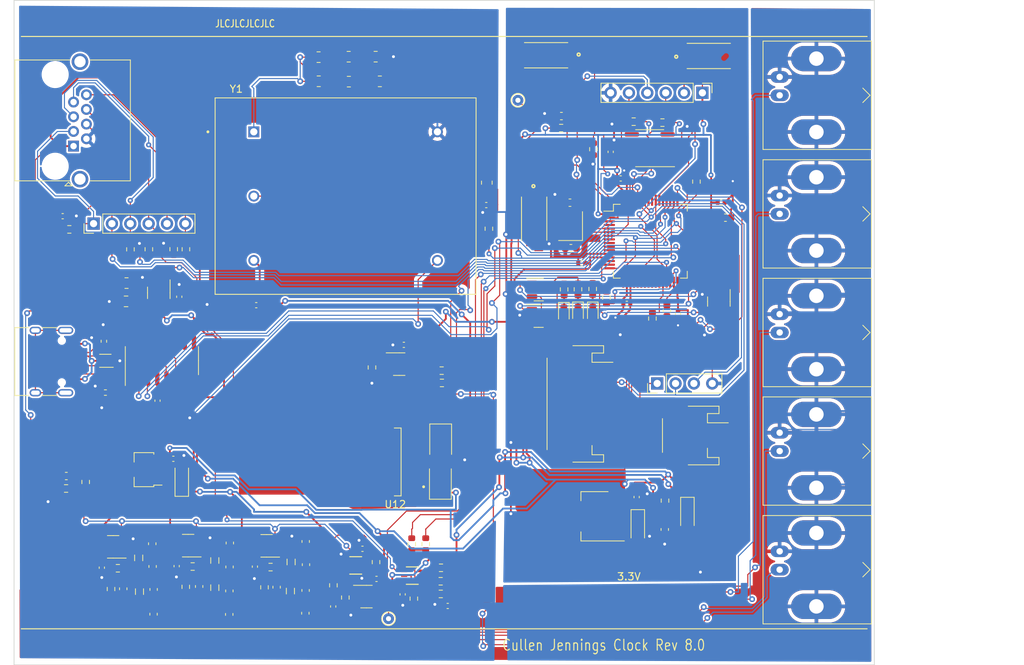
<source format=kicad_pcb>
(kicad_pcb (version 20221018) (generator pcbnew)
  (title_block (title "Clock") (date "2023-11-12") (rev "V8") (company "Cullen Jennings"))
  (layers (0 "F.Cu" signal) (31 "B.Cu" power) (34 "B.Paste" user) (35 "F.Paste" user) (36 "B.SilkS" user "B.Silkscreen") (37 "F.SilkS" user "F.Silkscreen") (38 "B.Mask" user) (39 "F.Mask" user) (44 "Edge.Cuts" user))
  (net 0 "")
  (net 1 "+3.3V")
  (net 2 "Net-(C3-Pad1)")
  (net 3 "Net-(C3-Pad2)")
  (net 4 "Net-(C6-Pad1)")
  (net 5 "/HSE_OUT")
  (net 6 "/HSE_IN")
  (net 7 "Net-(C13-Pad1)")
  (net 8 "Net-(C16-Pad2)")
  (net 9 "Net-(C19-Pad1)")
  (net 10 "Net-(C20-Pad1)")
  (net 11 "Net-(C21-Pad2)")
  (net 12 "+3.3VA")
  (net 13 "Net-(U8-+)")
  (net 14 "PPS_OUT")
  (net 15 "/LED3")
  (net 16 "Net-(C26-Pad1)")
  (net 17 "/AUD_OUT")
  (net 18 "Net-(U10-VCAP_1)")
  (net 19 "Net-(U10-VCAP_2)")
  (net 20 "/BOOT1")
  (net 21 "/NROW5")
  (net 22 "/LEDMR")
  (net 23 "Net-(Q1-D)")
  (net 24 "/LEDMG")
  (net 25 "/LEDMY")
  (net 26 "GND")
  (net 27 "/PPS_MON")
  (net 28 "/AUX_PPS_MON")
  (net 29 "/NCOL10")
  (net 30 "/NROW1")
  (net 31 "/NROW2")
  (net 32 "/NROW3")
  (net 33 "/NROW4")
  (net 34 "/LED4")
  (net 35 "/LED1")
  (net 36 "/LED2")
  (net 37 "/SWDIO")
  (net 38 "/SWDCLK")
  (net 39 "/LED7")
  (net 40 "/LED8")
  (net 41 "/USB_RX")
  (net 42 "/USB_TX")
  (net 43 "/SCL")
  (net 44 "/AUD_IN")
  (net 45 "/LED9")
  (net 46 "/LED10")
  (net 47 "/DB3")
  (net 48 "/SDA")
  (net 49 "Net-(D1-K)")
  (net 50 "/NRST")
  (net 51 "/BOOT0")
  (net 52 "Net-(Y1-VREF)")
  (net 53 "Net-(J10-In)")
  (net 54 "+5VA")
  (net 55 "+5V")
  (net 56 "/GPS_RX1")
  (net 57 "/GPS_TX1")
  (net 58 "/GPS_RX2")
  (net 59 "/GPS_TX2")
  (net 60 "GPS_PPS")
  (net 61 "SYNC_IN")
  (net 62 "/NCOL8")
  (net 63 "Net-(U1--)")
  (net 64 "Net-(R2-Pad2)")
  (net 65 "Net-(R4-Pad1)")
  (net 66 "Net-(R6-Pad2)")
  (net 67 "Net-(R8-Pad1)")
  (net 68 "OSC_ADJ")
  (net 69 "Net-(R12-Pad1)")
  (net 70 "Net-(U5--)")
  (net 71 "/10Mhz2.5V")
  (net 72 "/OCXO_OUT")
  (net 73 "Net-(R10-Pad2)")
  (net 74 "/GPS_EN")
  (net 75 "Net-(U4--)")
  (net 76 "Net-(D2-K)")
  (net 77 "Net-(D3-K)")
  (net 78 "Net-(R13-Pad2)")
  (net 79 "Net-(R14-Pad2)")
  (net 80 "Net-(U6-LE{slash}HYS)")
  (net 81 "Net-(U8-LE{slash}HYS)")
  (net 82 "Net-(R25-Pad2)")
  (net 83 "+6V")
  (net 86 "Net-(J9-In)")
  (net 87 "Net-(C12-Pad1)")
  (net 88 "Net-(U6-OUT)")
  (net 90 "Net-(J3-In)")
  (net 91 "CLK")
  (net 92 "/NCOL7")
  (net 93 "Net-(U8-OUT)")
  (net 95 "/NCOL6")
  (net 96 "/NCOL5")
  (net 97 "/NCOL4")
  (net 98 "/NCOL3")
  (net 99 "/BTN1")
  (net 100 "AUX_GPS_PPS")
  (net 101 "/NCOL2")
  (net 102 "/Vadj")
  (net 103 "Net-(R63-Pad2)")
  (net 104 "Net-(Q9-D)")
  (net 105 "Net-(Q10-D)")
  (net 106 "SYNC_IN2")
  (net 107 "/AUX_CLK")
  (net 108 "/GPS_TX1H")
  (net 109 "/GPS_TX2H")
  (net 110 "/GPS_EXT_PPS")
  (net 111 "Net-(J13-In)")
  (net 112 "Net-(J11-In)")
  (net 113 "Net-(U6-+)")
  (net 114 "/NCOL1")
  (net 115 "/NCOL9")
  (net 116 "VBUS")
  (net 117 "Net-(J4-CC1)")
  (net 118 "Net-(J4-D+-PadA6)")
  (net 119 "Net-(J4-D--PadA7)")
  (net 121 "Net-(J4-CC2)")
  (net 123 "unconnected-(J4-SHIELD-PadS1)")
  (net 124 "Net-(U14-UD+)")
  (net 125 "Net-(U14-UD-)")
  (net 132 "/USB_DTR")
  (net 133 "/USB_RTS")
  (footprint "Capacitor_SMD:C_0402_1005Metric" (layer "F.Cu") (at 154.988579 121.836581 180)
    (fp_text reference "C48" hide)
    (fp_text value "100n")
  )
  (footprint "Resistor_SMD:R_0603_1608Metric" (layer "F.Cu") (at 118.775192 72.456346 90)
    (fp_text reference "R33" hide)
    (fp_text value "2K2")
  )
  (footprint "Capacitor_Tantalum_SMD:CP_EIA-3528-21_Kemet-B" (layer "F.Cu") (at 153.97093 104.603704 90)
    (fp_text reference "C44" hide)
    (fp_text value "33u")
  )
  (footprint "Resistor_SMD:R_0603_1608Metric" (layer "F.Cu") (at 154.011527 118.41792)
    (fp_text reference "R25" hide)
    (fp_text value "270R")
  )
  (footprint "LED_SMD:LED_0603_1608Metric" (layer "F.Cu") (at 173.009902 81.242812 -90)
    (fp_text reference "D2" hide)
    (fp_text value "LED-G")
  )
  (footprint "Capacitor_SMD:C_0603_1608Metric" (layer "F.Cu") (at 172.029623 72.30405 180)
    (fp_text reference "C29" hide)
    (fp_text value "33p" hide)
  )
  (footprint "Capacitor_SMD:C_0402_1005Metric" (layer "F.Cu") (at 173.526407 74.366391 180)
    (fp_text reference "C30" hide)
    (fp_text value "100n")
  )
  (footprint "Resistor_SMD:R_0603_1608Metric" (layer "F.Cu") (at 102.641751 69.705635 180)
    (fp_text reference "R1" hide)
    (fp_text value "100R")
  )
  (footprint "Resistor_SMD:R_0603_1608Metric" (layer "F.Cu") (at 184.687901 54.922735 180)
    (fp_text reference "R58" hide)
    (fp_text value "1K5")
  )
  (footprint "Resistor_SMD:R_0805_2012Metric" (layer "F.Cu") (at 137.123484 45.861577)
    (fp_text reference "R13" hide)
    (fp_text value "1K5")
  )
  (footprint "Resistor_SMD:R_0603_1608Metric" (layer "F.Cu") (at 113.646243 72.456346 -90)
    (fp_text reference "R36" hide)
    (fp_text value "4K7")
  )
  (footprint "Package_TO_SOT_SMD:SOT-23-5" (layer "F.Cu") (at 115.021947 78.489231 -90)
    (fp_text reference "U2" hide)
    (fp_text value "SN74LVC1G14DBV" hide)
  )
  (footprint "Resistor_SMD:R_0805_2012Metric" (layer "F.Cu") (at 110.556368 77.143351 180)
    (fp_text reference "R4" hide)
    (fp_text value "200R" hide)
  )
  (footprint "Resistor_SMD:R_0603_1608Metric" (layer "F.Cu") (at 139.174386 118.980677 -90)
    (fp_text reference "R19" hide)
    (fp_text value "1K0")
  )
  (footprint "Resistor_SMD:R_0805_2012Metric" (layer "F.Cu") (at 141.2875 45.8)
    (fp_text reference "R14" hide)
    (fp_text value "330R")
  )
  (footprint "Connector_PinHeader_2.54mm:PinHeader_1x06_P2.54mm_Vertical" (layer "F.Cu") (at 105.996124 68.907156 90)
    (fp_text reference "J2" hide)
    (fp_text value "Conn_01x06_Pin" hide)
  )
  (footprint "Capacitor_SMD:C_0805_2012Metric" (layer "F.Cu") (at 110.489678 79.66996)
    (fp_text reference "C4" hide)
    (fp_text value "47p")
  )
  (footprint "Resistor_SMD:R_0805_2012Metric" (layer "F.Cu") (at 137.145135 49.203535 180)
    (fp_text reference "R12" hide)
    (fp_text value "1K5")
  )
  (footprint "Inductor_SMD:L_0805_2012Metric" (layer "F.Cu") (at 133.324861 115.750632 -90)
    (fp_text reference "L5" hide)
    (fp_text value "1uH")
  )
  (footprint "Inductor_SMD:L_0805_2012Metric" (layer "F.Cu") (at 112.237795 115.183424 -90)
    (fp_text reference "L1" hide)
    (fp_text value "1uH")
  )
  (footprint "Resistor_SMD:R_0603_1608Metric" (layer "F.Cu") (at 173.007717 78.000892 90)
    (fp_text reference "R29" hide)
    (fp_text value "100R" hide)
  )
  (footprint "Crystal:Crystal_SMD_3225-4Pin_3.2x2.5mm" (layer "F.Cu") (at 171.976566 69.249152 90)
    (fp_text reference "Y2" hide)
    (fp_text value "16MHz " hide)
  )
  (footprint "Capacitor_SMD:C_0603_1608Metric" (layer "F.Cu") (at 131.316433 119.238073 -90)
    (fp_text reference "C21" hide)
    (fp_text value "1n0" hide)
  )
  (footprint "Package_TO_SOT_SMD:SOT-666" (layer "F.Cu") (at 107.625 87.9 180)
    (fp_text reference "U15" hide)
    (fp_text value "USBLC6-2P6")
  )
  (footprint "Capacitor_SMD:C_0603_1608Metric" (layer "F.Cu") (at 114.302878 119.550465 -90)
    (fp_text reference "C8" hide)
    (fp_text value "330p")
  )
  (footprint "TestPoint:TestPoint_THTPad_D1.5mm_Drill0.7mm" (layer "F.Cu") (at 164.697544 51.83249)
    (fp_text reference "TP19" hide)
    (fp_text value "~")
  )
  (footprint "Capacitor_SMD:C_0402_1005Metric" (layer "F.Cu") (at 117.491397 116.324987 -90)
    (fp_text reference "C10" hide)
    (fp_text value "100n")
  )
  (footprint "Capacitor_Tantalum_SMD:CP_EIA-3216-18_Kemet-A" (layer "F.Cu") (at 118.2 104.35 90)
    (fp_text reference "C34" hide)
    (fp_text value "10u")
  )
  (footprint "Capacitor_SMD:C_0402_1005Metric" (layer "F.Cu") (at 139.145329 121.910575 -90)
    (fp_text reference "C49" hide)
    (fp_text value "100n")
  )
  (footprint "Resistor_SMD:R_0603_1608Metric" (layer "F.Cu") (at 119.702794 116.381362)
    (fp_text reference "R6" hide)
    (fp_text value "510R")
  )
  (footprint "Resistor_SMD:R_0603_1608Metric" (layer "F.Cu") (at 160.684744 69.613355 -90)
    (fp_text reference "R24" hide)
    (fp_text value "1K0")
  )
  (footprint "Capacitor_Tantalum_SMD:CP_EIA-3216-18_Kemet-A" (layer "F.Cu") (at 181.283843 110.822275 -90)
    (fp_text reference "C41" hide)
    (fp_text value "10u")
  )
  (footprint "Capacitor_SMD:C_0603_1608Metric" (layer "F.Cu") (at 110.100973 119.461346 -90)
    (fp_text reference "C3" hide)
    (fp_text value "1n0")
  )
  (footprint "Capacitor_SMD:C_0603_1608Metric" (layer "F.Cu") (at 135.326835 119.687306 -90)
    (fp_text reference "C22" hide)
    (fp_text value "220p")
  )
  (footprint "Connector_JST:JST_PH_S6B-PH-SM4-TB_1x06-1MP_P2.00mm_Horizontal" (layer "F.Cu") (at 173.241305 93.865174 -90)
    (fp_text reference "J12" hide)
    (fp_text value "Conn_01x06")
  )
  (footprint "Connector_JST:JST_PH_S2B-PH-SM4-TB_1x02-1MP_P2.00mm_Horizontal" (layer "F.Cu") (at 189.201598 98.242647 -90)
    (fp_text reference "J8" hide)
    (fp_text value "Conn_01x02" hide)
  )
  (footprint "blinky_footprints:SW_147873-2" (layer "F.Cu") (at 168.6 45.6 180)
    (fp_text reference "S1" hide)
    (fp_text value "147873-2")
  )
  (footprint "blinky_footprints:SW_147873-2" (layer "F.Cu") (at 166.944069 68.221628 -90)
    (fp_text reference "S2" hide)
    (fp_text value "147873-2")
  )
  (footprint "Package_TO_SOT_SMD:SOT-23-5" (layer "F.Cu") (at 148.275247 88.362747)
    (fp_text reference "U3" hide)
    (fp_text value "SN74LVC1G14DBV" hide)
  )
  (footprint "Resistor_SMD:R_0603_1608Metric" (layer "F.Cu") (at 151.944302 113.279051 90)
    (fp_text reference "R61" hide)
    (fp_text value "1K0")
  )
  (footprint "Capacitor_SMD:C_0603_1608Metric" (layer "F.Cu") (at 135.380938 116.123071 90)
    (fp_text reference "C20" hide)
    (fp_text value "330p")
  )
  (footprint "Connector_PinHeader_2.54mm:PinHeader_1x06_P2.54mm_Vertical" (layer "F.Cu") (at 190.22 50.8 -90)
    (fp_text reference "J5" hide)
    (fp_text value "Conn_01x06_Pin" hide)
  )
  (footprint "Capacitor_SMD:C_0402_1005Metric" (layer "F.Cu") (at 179.765254 80.00703 180)
    (fp_text reference "C32" hide)
    (fp_text value "100n")
  )
  (footprint "Connector_PinHeader_2.54mm:PinHeader_1x04_P2.54mm_Vertical" (layer "F.Cu") (at 183.961222 91.035772 90)
    (fp_text reference "J6" hide)
    (fp_text value "Conn_01x04_Pin" hide)
  )
  (footprint "Capacitor_Tantalum_SMD:CP_EIA-3528-21_Kemet-B" (layer "F.Cu") (at 154.012691 99.107859 -90)
    (fp_text reference "C42" hide)
    (fp_text value "33u")
  )
  (footprint "Connector_RJ:RJ45_Amphenol_RJHSE5380" (layer "F.Cu") (at 103.226294 58.178459 90)
    (fp_text reference "J1" hide)
    (fp_text value "RJ45" hide)
  )
  (footprint "Resistor_SMD:R_0603_1608Metric" (layer "F.Cu") (at 130.482722 116.456723)
    (fp_text reference "R10" hide)
    (fp_text value "510R")
  )
  (footprint "LED_SMD:LED_0603_1608Metric" (layer "F.Cu") (at 175.057206 81.249232 -90)
    (fp_text reference "D1" hide)
    (fp_text value "LED-RED")
  )
  (footprint "Capacitor_SMD:C_0603_1608Metric" (layer "F.Cu") (at 193.408514 68.08797 180)
    (fp_text reference "C40" hide)
    (fp_text value "2u2")
  )
  (footprint "Resistor_SMD:R_0805_2012Metric" (layer "F.Cu") (at 160.397708 63.238267 90)
    (fp_text reference "R23" hide)
    (fp_text value "22K")
  )
  (footprint "Resistor_SMD:R_0805_2012Metric" (layer "F.Cu") (at 145.598923 49.213828 180)
    (fp_text reference "R9" hide)
    (fp_text value "2R")
  )
  (footprint "Capacitor_Tantalum_SMD:CP_EIA-3216-18_Kemet-A" (layer "F.Cu") (at 188.145825 109.110244 -90)
    (fp_text reference "C43" hide)
    (fp_text value "10u")
  )
  (footprint "blinky_footprints:SC70_DCK_TEX" (layer "F.Cu") (at 142.259682 116.225438)
    (fp_text reference "U6" hide)
    (fp_text value "TLV3603DCKR")
  )
  (footprint "Package_TO_SOT_SMD:SOT-223-3_TabPin2" (layer "F.Cu") (at 175.32153 109.427085 180)
    (fp_text reference "U11" hide)
    (fp_text value "AMS1117-3.3" hide)
  )
  (footprint "Capacitor_SMD:C_0402_1005Metric" (layer "F.Cu") (at 181.123859 106.761028 -90)
    (fp_text reference "C39" hide)
    (fp_text value "100n")
  )
  (footprint "Package_TO_SOT_SMD:SOT-23" (layer "F.Cu") (at 192.5 79.7 -90)
    (fp_text reference "Q1" hide)
    (fp_text value "2N7002")
  )
  (footprint "Inductor_SMD:L_0805_2012Metric" (layer "F.Cu") (at 133.222448 119.778874 90)
    (fp_text reference "L6" hide)
    (fp_text value "1uH")
  )
  (footprint "Resistor_SMD:R_0805_2012Metric" (layer "F.Cu") (at 145.019305 45.793289)
    (fp_text reference "R17" hide)
    (fp_text value "20R")
  )
  (footprint "blinky_footprints:BNC_Amphenol_B6252HB-NPP3G-50_Horizontal-CJ" (layer "F.Cu") (at 203.407239 116.815525 -90)
    (fp_text reference "J9" hide)
    (fp_text value "KH-BNC50-3511")
  )
  (footprint "Resistor_SMD:R_0603_1608Metric" (layer "F.Cu") (at 150.009115 113.283939 -90)
    (fp_text reference "R60" hide)
    (fp_text value "1K0")
  )
  (footprint "Connector_USB:USB_C_Receptacle_HRO_TYPE-C-31-M-12" (layer "F.Cu") (at 99 88 -90)
    (fp_text reference "J4" hide)
    (fp_text value "USB_C_Receptacle")
  )
  (footprint "Resistor_SMD:R_0603_1608Metric" (layer "F.Cu") (at 104.901058 104.675 -90)
    (fp_text reference "R15" hide)
    (fp_text value "100R")
  )
  (footprint "Capacitor_SMD:C_0402_1005Metric" (layer "F.Cu") (at 177.531099 58.97375 -90)
    (fp_text reference "C47" hide)
    (fp_text value "100n")
  )
  (footprint "Resistor_SMD:R_0603_1608Metric" (layer "F.Cu") (at 170.679967 55.681887)
    (fp_text reference "R27" hide)
    (fp_text value "4K7" hide)
  )
  (footprint "Resistor_SMD:R_0805_2012Metric" (layer "F.Cu") (at 141.310984 49.252133 180)
    (fp_text reference "R8" hide)
    (fp_text value "270R")
  )
  (footprint "Capacitor_SMD:C_0603_1608Metric" (layer "F.Cu") (at 124.848645 113.122338 90)
    (fp_text reference "C12" hide)
    (fp_text value "150p")
  )
  (footprint "Capacitor_SMD:C_0402_1005Metric" (layer "F.Cu") (at 128.313706 116.394173 -90)
    (fp_text reference "C17" hide)
    (fp_text value "100n" hide)
  )
  (footprint "Resistor_SMD:R_0603_1608Metric" (layer "F.Cu") (at 154.056617 116.554211 180)
    (fp_text reference "R22" hide)
    (fp_text value "1K0")
  )
  (footprint "Capacitor_SMD:C_0603_1608Metric" (layer "F.Cu") (at 185.012754 111.249755 90)
    (fp_text reference "C37" hide)
    (fp_text value "100n")
  )
  (footprint "blinky_footprints:SW_147873-2" (layer "F.Cu") (at 191.1 45.7)
    (fp_text reference "S3" hide)
    (fp_text value "147873-2")
  )
  (footprint "Capacitor_SMD:C_0603_1608Metric" (layer "F.Cu") (at 124.78359 119.758156 -90)
    (fp_text reference "C15" hide)
    (fp_text value "220p")
  )
  (footprint "Package_SO:SOIC-8_3.9x4.9mm_P1.27mm" (layer "F.Cu") (at 182.924657 58.463107 180)
    (fp_text reference "U13" hide)
    (fp_text value "M24C02-RMN")
  )
  (footprint "Capacitor_SMD:C_0603_1608Metric" (layer "F.Cu") (at 135.294138 122.843869 90)
    (fp_text reference "C23" hide)
    (fp_text value "150p")
  )
  (footprint "Package_QFP:LQFP-64_10x10mm_P0.5mm" (layer "F.Cu") (at 183.015261 71.341385)
    (fp_text reference "U10" hide)
    (fp_text value "STM32F405RGTx" hide)
  )
  (footprint "Resistor_SMD:R_0603_1608Metric" (layer "F.Cu") (at 144.510715 88.821532 -90)
    (fp_text reference "R5" hide)
    (fp_text value "1K0")
  )
  (footprint "Inductor_SMD:L_0805_2012Metric" (layer "F.Cu") (at 122.76462 119.307161 90)
    (fp_text reference "L4" hide)
    (fp_text value "1uH")
  )
  (footprint "Resistor_SMD:R_0603_1608Metric" (layer "F.Cu") (at 176.945154 79.157954 -90)
    (fp_text reference "R54" hide)
    (fp_text value "1K0")
  )
  (footprint "Capacitor_SMD:C_0402_1005Metric" (layer "F.Cu") (at 178.918971 62.656294)
    (fp_text reference "C31" hide)
    (fp_text value "100n")
  )
  (footprint "blinky_footprints:BNC_Amphenol_B6252HB-NPP3G-50_Horizontal-CJ" (layer "F.Cu") (at 203.407239 67.562845 -90)
    (fp_text reference "J13" hide)
    (fp_text value "KH-BNC50-3511")
  )
  (footprint "Capacitor_SMD:C_0603_1608Metric" (layer "F.Cu") (at 135.339203 112.909541 90)
    (fp_text reference "C19" hide)
    (fp_text value "150p")
  )
  (footprint "Resistor_SMD:R_0603_1608Metric" (layer "F.Cu") (at 145.070447 115.769063 -90)
    (fp_text reference "R18" hide)
    (fp_text value "130K")
  )
  (footprint "Capacitor_SMD:C_0402_1005Metric" (layer "F.Cu") (at 145.135334 118.090876 180)
    (fp_text reference "C46" hide)
    (fp_text value "100n")
  )
  (footprint "Capacitor_SMD:C_0402_1005Metric" (layer "F.Cu") (at 107.138939 116.541205 -90)
    (fp_text reference "C2" hide)
    (fp_text value "100n")
  )
  (footprint "LED_SMD:LED_0603_1608Metric" (layer "F.Cu") (at 171.054724 81.309655 -90)
    (fp_text reference "D3" hide)
    (fp_text value "LED-Y")
  )
  (footprint "Package_TO_SOT_SMD:SOT-23-6" (layer "F.Cu") (at 129.931132 113.514961 180)
    (fp_text reference "U5" hide)
    (fp_text value "ADA4807-1")
  )
  (footprint "Capacitor_SMD:C_0603_1608Metric" (layer "F.Cu") (at 120.601742 119.141888 -90)
    (fp_text reference "C16" hide)
    (fp_text value "1n0")
  )
  (footprint "Resistor_SMD:R_0603_1608Metric" (layer "F.Cu") (at 102.193659 105.580282 180)
    (fp_text reference "R16" hide)
    (fp_text value "100R")
  )
  (footprint "Capacitor_SMD:C_0603_1608Metric" (layer "F.Cu") (at 114.112598 113.226319 90)
    (fp_text reference "C5" hide)
    (fp_text value "150p")
  )
  (footprint "Capacitor_SMD:C_0603_1608Metric" (layer "F.Cu") (at 171.898597 66.011953)
    (fp_text reference "C28" hide)
    (fp_text value "33p" hide)
  )
  (footprint "Package_TO_SOT_SMD:SOT-23" (layer "F.Cu") (at 167.563857 81.713095)
    (fp_text reference "Q10" hide)
    (fp_text value "2N7002")
  )
  (footprint "blinky_footprints:DPAK172P1054X200-6N" (layer "F.Cu") (at 144.958532 101.9 180)
    (fp_text reference "U12")
    (fp_text value "BA50DD0WHFP-TR")
  )
  (footprint "blinky_footprints:SC70_DCK_TEX" (layer "F.Cu") (at 150.082885 117.635638 180)
    (fp_text reference "U8" hide)
    (fp_text value "TLV3603DCKR")
  )
  (footprint "Resistor_SMD:R_0603_1608Metric" (layer "F.Cu") (at 118.752348 119.191888 -90)
    (fp_text reference "R7" hide)
    (fp_text value "49R9")
  )
  (footprint "Package_TO_SOT_SMD:SOT-89-3" (layer "F.Cu") (at 112.966903 102.970691 180)
    (fp_text reference "U9" hide)
    (fp_text value "L78L05_SOT89" hide)
  )
  (footprint "Resistor_SMD:R_0603_1608Metric" (layer "F.Cu") (at 180.712605 54.793116 180)
    (fp_text reference "R59" hide)
    (fp_text value "1K5")
  )
  (footprint "Capacitor_SMD:C_0603_1608Metric" (layer "F.Cu") (at 114.162045 116.370007 90)
    (fp_text reference "C6" hide)
    (fp_text value "220p")
  )
  (footprint "blinky_footprints:XTAL_AOCJY4A-10.000MHZ-SW" (layer "F.Cu") (at 140.8625 65.1)
    (fp_text reference "Y1")
    (fp_text value "AOCJY4A-10.000MHZ-SW")
  )
  (footprint "Capacitor_SMD:C_0603_1608Metric" (layer "F.Cu") (at 185.306869 80.975492 90)
    (fp_text reference "C35" hide)
    (fp_text value "2u2")
  )
  (footprint "Capacitor_SMD:C_0402_1005Metric" (layer "F.Cu") (at 117.848838 79.033675 90)
    (fp_text reference "C11" hide)
    (fp_text value "100n" hide)
  )
  (footprint "Capacitor_SMD:C_0402_1005Metric" (layer "F.Cu") (at 148.92 85.690812 180)
    (fp_text reference "C9" hide)
    (fp_text value "100n" hide)
  )
  (footprint "Capacitor_SMD:C_0402_1005Metric" (layer "F.Cu") (at 148.753598 120.237907 -90)
    (fp_text reference "C45" hide)
    (fp_text value "100n")
  )
  (footprint "Resistor_SMD:R_0402_1005Metric" (layer "F.Cu") (at 107.635 92.3 180)
    (fp_text reference "R37" hide)
    (fp_text value "5k1")
  )
  (footprint "Capacitor_SMD:C_0402_1005Metric" (layer "F.Cu") (at 128.5 80.2 180)
    (fp_text reference "C18" hide)
    (fp_text value "100n" hide)
  )
  (footprint "Resistor_SMD:R_0603_1608Metric" (layer "F.Cu") (at 117.077706 72.446804 -90)
    (fp_text reference "R34" hide)
    (fp_text value "4K7")
  )
  (footprint "Resistor_SMD:R_0603_1608Metric" (layer "F.Cu") (at 154.150247 89.262747 180)
    (fp_text reference "R63" hide)
    (fp_text value "1K0")
  )
  (footprint "blinky_footprints:BNC_Amphenol_B6252HB-NPP3G-50_Horizontal-CJ" (layer "F.Cu") (at 203.407239 100.397963 -90)
    (fp_text reference "J10" hide)
    (fp_text value "KH-BNC50-3511")
  )
  (footprint "Capacitor_SMD:C_0603_1608Metric" (layer "F.Cu") (at 124.762056 123.009232 90)
    (fp_text reference "C14" hide)
    (fp_text value "150p")
  )
  (footprint "Resistor_SMD:R_0603_1608Metric" (layer "F.Cu") (at 108.410523 119.495103 -90)
    (fp_text reference "R3" hide)
    (fp_text value "49R9")
  )
  (footprint "Resistor_SMD:R_0603_1608Metric" (layer "F.Cu") (at 129.640949 119.260379 -90)
    (fp_text reference "R11" hide)
    (fp_text value "49R9")
  )
  (footprint "Resistor_SMD:R_0603_1608Metric" (layer "F.Cu") (at 175.040062 77.95718 90)
    (fp_text reference "R30" hide)
    (fp_text value "100R" hide)
  )
  (footprint "Resistor_SMD:R_0603_1608Metric" (layer "F.Cu") (at 189.396305 63.093261 -90)
    (fp_text reference "R62" hide)
    (fp_text value "1K0")
  )
  (footprint "Capacitor_SMD:C_0603_1608Metric" (layer "F.Cu") (at 114.292882 122.977265 90)
    (fp_text reference "C7" hide)
    (fp_text value "150p")
  )
  (footprint "Resistor_SMD:R_0603_1608Metric" (layer "F.Cu") (at 175.146386 58.603834 -90)
    (fp_text reference "R28" hide)
    (fp_text value "4K7" hide)
  )
  (footprint "Capacitor_SMD:C_0603_1608Metric" (layer "F.Cu") (at 102.22394 103.854223)
    (fp_text reference "C24" hide)
    (fp_text value "100n" hide)
  )
  (footprint "Resistor_SMD:R_0603_1608Metric" (layer "F.Cu") (at 154.026557 120.17642 180)
    (fp_text reference "R26" hide)
    (fp_text value "22R0")
  )
  (footprint "Capacitor_SMD:C_0603_1608Metric" (layer "F.Cu") (at 170.714945 54.016308 180)
    (fp_text reference "C27" hide)
    (fp_text value "100n" hide)
  )
  (footprint "Capacitor_SMD:C_0603_1608Metric" (layer "F.Cu") (at 124.804913 116.438316 90)
    (fp_text reference "C13" hide)
    (fp_text value "330p")
  )
  (footprint "Resistor_SMD:R_0603_1608Metric" (layer "F.Cu") (at 150.305 120.824795 -90)
    (fp_text reference "R21" hide)
    (fp_text value "130K")
  )
  (footprint "Resistor_SMD:R_0603_1608Metric" (layer "F.Cu") (at 183.306125 82.05023 90)
    (fp_text reference "R32" hide)
    (fp_text value "4K7")
  )
  (footprint "Capacitor_SMD:C_0402_1005Metric" (layer "F.Cu") (at 143.192397 113.926546 180)
    (fp_text reference "C25" hide)
    (fp_text value "100n" hide)
  )
  (footprint "Package_TO_SOT_SMD:SOT-23-6" (layer "F.Cu") (at 119.077235 113.488495 180)
    (fp_text reference "U4" hide)
    (fp_text value "ADA4807-1")
  )
  (footprint "Package_SO:SOIC-16_3.9x9.9mm_P1.27mm" (layer "F.Cu") (at 115.445 87.875 90)
    (fp_text reference "U14" hide)
    (fp_text value "CH340C")
  )
  (footprint "Capacitor_SMD:C_0402_1005Metric" (layer "F.Cu") (at 114.84 93.42 -90)
    (fp_text reference "C50" hide)
    (fp_text value "100n")
  )
  (footprint "TestPoint:TestPoint_THTPad_D1.5mm_Drill0.7mm" (layer "F.Cu") (at 146.8 123.6 90)
    (fp_text reference "TP10" hide)
    (fp_text value "~")
  )
  (footprint "Capacitor_SMD:C_0402_1005Metric" (layer "F.Cu") (at 101.722771 67.879212)
    (fp_text reference "C1" hide)
    (fp_text value "100n" hide)
  )
  (footprint "Capacitor_SMD:C_0402_1005Metric" (layer "F.Cu") (at 186.844757 81.396838 -90)
    (fp_text reference "C36" hide)
    (fp_text value "100n")
  )
  (footprint "blinky_footprints:BNC_Amphenol_B6252HB-NPP3G-50_Horizontal-CJ" (layer "F.Cu") (at 203.407239 51.145286 -90)
    (fp_text reference "J11" hide)
    (fp_text value "KH-BNC50-3511")
  )
  (footprint "Resistor_SMD:R_0603_1608Metric" (layer "F.Cu") (at 111.098636 72.468815 90)
    (fp_text reference "R35" hide)
    (fp_text value "2K2")
  )
  (footprint "Inductor_SMD:L_0805_2012Metric" (layer "F.Cu") (at 122.764843 115.546536 -90)
    (fp_text reference "L3" hide)
    (fp_text value "1uH")
  )
  (footprint "Resistor_SMD:R_0603_1608Metric" (layer "F.Cu") (at 109.355348 116.617769)
    (fp_text reference "R2" hide)
    (fp_text value "510R")
  )
  (footprint "Capacitor_SMD:C_0402_1005Metric" (layer "F.Cu") (at 117.030669 101.464976 180)
    (fp_text reference "C33" hide)
    (fp_text value "100n")
  )
  (footprint "Resistor_SMD:R_0603_1608Metric" (layer "F.Cu") (at 185.046721 107.256786 -90)
    (fp_text reference "FB1" hide)
    (fp_text value "120Ω@100MHz " hide)
  )
  (footprint "Package_TO_SOT_SMD:SOT-23-5" (layer "F.Cu") (at 143.747194 120.540287)
    (fp_text reference "U7" hide)
    (fp_text value "SN74LVC1G14DBV")
  )
  (footprint "Resistor_SMD:R_0603_1608Metric" (layer "F.Cu") (at 171.088146 78.017603 90)
    (fp_text reference "R31" hide)
    (fp_text value "100R" hide)
  )
  (footprint "Resistor_SMD:R_0603_1608Metric" (layer "F.Cu") (at 154.184693 90.962083 180)
    (fp_text reference "R64" hide)
    (fp_text value "1K0")
  )
  (footprint "Resistor_SMD:R_0402_1005Metric" (layer "F.Cu") (at 107.425 85.19 -90)
    (fp_text reference "R38" hide)
    (fp_text value "5k1")
  )
  (footprint "Capacitor_SMD:C_0402_1005Metric" (layer "F.Cu") (at 192.813045 65.999424)
    (fp_text reference "C38" hide)
    (fp_text value "100n")
  )
  (footprint "Inductor_SMD:L_0805_2012Metric" (layer "F.Cu") (at 112.348134 119.854406 90)
    (fp_text reference "L2" hide)
    (fp_text value "1uH")
  )
  (footprint "Resistor_SMD:R_0603_1608Metric" (layer "F.Cu") (at 140.826893 120.67349 -90)
    (fp_text reference "R20" hide)
    (fp_text value "1K0")
  )
  (footprint "Package_TO_SOT_SMD:SOT-23" (layer "F.Cu") (at 167.578346 78.04956)
    (fp_text reference "Q9" hide)
    (fp_text value "2N7002")
  )
  (footprint "Package_TO_SOT_SMD:SOT-23-6" (layer "F.Cu") (at 108.705256 113.657402 180)
    (fp_text reference "U1" hide)
    (fp_text value "ADA4807-1")
  )
  (footprint "Capacitor_SMD:C_0402_1005Metric" (layer "F.Cu") (at 160.319793 66.341636 180)
    (fp_text reference "C26" hide)
    (fp_text value "100n")
  )
  (footprint "blinky_footprints:BNC_Amphenol_B6252HB-NPP3G-50_Horizontal-CJ" (layer "F.Cu") (at 203.407239 83.980404 -90)
    (fp_text reference "J3" hide)
    (fp_text value "KH-BNC50-3511")
  )
  (gr_line (start 96 43) (end 213 43) (stroke (width 0.15)) (layer "F.SilkS"))
  (gr_line (start 96 125) (end 213 125) (stroke (width 0.15)) (layer "F.SilkS"))
  (gr_line (start 214 130) (end 95 130) (stroke (width 0.1)) (layer "Edge.Cuts"))
  (gr_line (start 95 38) (end 214 38) (stroke (width 0.1)) (layer "Edge.Cuts"))
  (gr_line (start 214 38) (end 214 130) (stroke (width 0.1)) (layer "Edge.Cuts"))
  (gr_line (start 95 38) (end 95 130) (stroke (width 0.1)) (layer "Edge.Cuts"))
  (gr_text "Cullen Jennings Clock Rev 8.0	\n" (at 162.446713 128.142057) (layer "F.SilkS") (effects (font (size 1.5 1.2)) (justify left bottom)))
  (gr_text "3.3V\n" (at 178.334387 118.358361) (layer "F.SilkS") (effects (font (size 1 1)) (justify left bottom)))
  (gr_text "JLCJLCJLCJLC" (at 122.740202 41.803813) (layer "F.SilkS") (effects (font (size 1 0.8)) (justify left bottom)))
  (segment (start 163.774086 71.675143) (end 163.82315 71.626079) (width 0.25) (layer "F.Cu") (net 1))
  (segment (start 173.026974 83.214572) (end 175.046562 83.214572) (width 0.25) (layer "F.Cu") (net 1))
  (segment (start 119.5 81.6) (end 119.887251 81.987251) (width 0.25) (layer "F.Cu") (net 1))
  (segment (start 166.316138 102.009896) (end 166.316138 101.146936) (width 0.25) (layer "F.Cu") (net 1))
  (segment (start 121.646886 84.312572) (end 122.53229 84.312572) (width 0.25) (layer "F.Cu") (net 1))
  (segment (start 171.054724 82.097155) (end 171.054724 83.694731) (width 0.15) (layer "F.Cu") (net 1))
  (segment (start 178.47153 109.427085) (end 181.238653 109.427085) (width 0.25) (layer "F.Cu") (net 1))
  (segment (start 115.525866 81.651805) (end 116.129407 82.255346) (width 0.25) (layer "F.Cu") (net 1))
  (segment (start 191.440403 67.127409) (end 191.429598 67.116604) (width 0.25) (layer "F.Cu") (net 1))
  (segment (start 110.06 82.34) (end 110.8 81.6) (width 0.25) (layer "F.Cu") (net 1))
  (segment (start 192.9 48.3) (end 190.8 48.3) (width 0.15) (layer "F.Cu") (net 1))
  (segment (start 178.664043 59.596029) (end 178.372426 59.887645) (width 0.25) (layer "F.Cu") (net 1))
  (segment (start 178.415626 62.632949) (end 178.438971 62.656294) (width 0.25) (layer "F.Cu") (net 1))
  (segment (start 145.615334 118.090876) (end 146.175017 118.090876) (width 0.25) (layer "F.Cu") (net 1))
  (segment (start 119.887251 82.552937) (end 121.646886 84.312572) (width 0.25) (layer "F.Cu") (net 1))
  (segment (start 179.936157 83.665263) (end 187.124352 83.665263) (width 0.25) (layer "F.Cu") (net 1))
  (segment (start 182.720196 109.478893) (end 183.395576 108.803513) (width 0.25) (layer "F.Cu") (net 1))
  (segment (start 166.162648 83.720798) (end 171.080791 83.720798) (width 0.25) (layer "F.Cu") (net 1))
  (segment (start 149.4 87.4) (end 149.412747 87.412747) (width 0.25) (layer "F.Cu") (net 1))
  (segment (start 191.44315 65.999424) (end 191.429598 65.985872) (width 0.25) (layer "F.Cu") (net 1))
  (segment (start 178.545204 82.507706) (end 180.245254 80.807656) (width 0.25) (layer "F.Cu") (net 1))
  (segment (start 115.971947 79.626731) (end 117.735782 79.626731) (width 0.15) (layer "F.Cu") (net 1))
  (segment (start 178.438971 62.656294) (end 178.438971 63.526484) (width 0.25) (layer "F.Cu") (net 1))
  (segment (start 181.537605 54.793116) (end 182.524134 54.793116) (width 0.15) (layer "F.Cu") (net 1))
  (segment (start 144.98601 119.488971) (end 144.884694 119.590287) (width 0.15) (layer "F.Cu") (net 1))
  (segment (start 186.87952 54.922735) (end 185.512901 54.922735) (width 0.15) (layer "F.Cu") (net 1))
  (segment (start 191.398543 62.17941) (end 191.429598 62.210465) (width 0.25) (layer "F.Cu") (net 1))
  (segment (start 190.22 50.8) (end 190.22 54.991117) (width 0.25) (layer "F.Cu") (net 1))
  (segment (start 188.690261 67.591385) (end 190.976427 67.591385) (width 0.25) (layer "F.Cu") (net 1))
  (segment (start 114.81 90.35) (end 114.81 92.89) (width 0.25) (layer "F.Cu") (net 1))
  (segment (start 180.265261 77.016385) (end 180.265261 79.232063) (width 0.25) (layer "F.Cu") (net 1))
  (segment (start 187.124352 83.665263) (end 188.206847 82.582768) (width 0.25) (layer "F.Cu") (net 1))
  (segment (start 145.615334 118.090876) (end 145.615334 118.587704) (width 0.15) (layer "F.Cu") (net 1))
  (segment (start 188.206847 82.582768) (end 188.206847 80.879475) (width 0.25) (layer "F.Cu") (net 1))
  (segment (start 163.82315 71.626079) (end 163.82315 71.025469) (width 0.25) (layer "F.Cu") (net 1))
  (segment (start 188.206847 80.879475) (end 186.88212 80.879475) (width 0.25) (layer "F.Cu") (net 1))
  (segment (start 117.735782 79.626731) (end 117.848838 79.513675) (width 0.15) (layer "F.Cu") (net 1))
  (segment (start 178.372426 59.887645) (end 178.415626 59.930845) (width 0.25) (layer "F.Cu") (net 1))
  (segment (start 172.63213 83.214572) (end 173.026974 83.214572) (width 0.25) (layer "F.Cu") (net 1))
  (segment (start 111 82.551805) (end 111.9 81.651805) (width 0.25) (layer "F.Cu") (net 1))
  (segment (start 183.40777 106.431786) (end 183.395576 106.419592) (width 0.25) (layer "F.Cu") (net 1))
  (segment (start 178.521764 59.45375) (end 178.664043 59.596029) (width 0.25) (layer "F.Cu") (net 1))
  (segment (start 178.415626 60.30369) (end 178.415626 61.557487) (width 0.25) (layer "F.Cu") (net 1))
  (segment (start 186.88212 80.879475) (end 186.844757 80.916838) (width 0.25) (layer "F.Cu") (net 1))
  (segment (start 181.283843 109.472275) (end 181.290461 109.478893) (width 0.25) (layer "F.Cu") (net 1))
  (segment (start 120.3 102.712078) (end 121.802832 104.21491) (width 0.25) (layer "F.Cu") (net 1))
  (segment (start 182.524134 54.793116) (end 182.808205 55.077187) (width 0.15) (layer "F.Cu") (net 1))
  (segment (start 163.774086 70.976405) (end 163.774086 58.454982) (width 0.25) (layer "F.Cu") (net 1))
  (segment (start 163.82315 71.025469) (end 163.774086 70.976405) (width 0.25) (layer "F.Cu") (net 1))
  (segment (start 146.175017 118.090876) (end 146.17678 118.089113) (width 0.25) (layer "F.Cu") (net 1))
  (segment (start 175.057206 83.203928) (end 175.046562 83.214572) (width 0.15) (layer "F.Cu") (net 1))
  (segment (start 165.900225 83.983221) (end 166.162648 83.720798) (width 0.25) (layer "F.Cu") (net 1))
  (segment (start 181.238653 109.427085) (end 181.283843 109.472275) (width 0.25) (layer "F.Cu") (net 1))
  (segment (start 110.851805 81.651805) (end 111.9 81.651805) (width 0.25) (layer "F.Cu") (net 1))
  (segment (start 172.125904 83.720798) (end 172.63213 83.214572) (width 0.25) (layer "F.Cu") (net 1))
  (segment (start 190.22 54.991117) (end 190.35607 55.127187) (width 0.25) (layer "F.Cu") (net 1))
  (segment (start 149.4 85.690812) (end 149.4 87.4) (width 0.25) (layer "F.Cu") (net 1))
  (segment (start 180.245254 79.25207) (end 180.265261 79.232063) (width 0.25) (layer "F.Cu") (net 1))
  (segment (start 178.438971 63.526484) (end 179.275718 64.363231) (width 0.25) (layer "F.Cu") (net 1))
  (segment (start 180.245254 80.00703) (end 180.245254 79.25207) (width 0.25) (layer "F.Cu") (net 1))
  (segment (start 183.395576 105.481732) (end 183.395576 106.419592) (width 0.25) (layer "F.Cu") (net 1))
  (segment (start 172.17153 109.427085) (end 178.47153 109.427085) (width 0.25) (layer "F.Cu") (net 1))
  (segment (start 178.551766 98.865174) (end 179.475725 99.789133) (width 0.15) (layer "F.Cu") (net 1))
  (segment (start 175.826246 67.591385) (end 175.791979 67.557118) (width 0.25) (layer "F.Cu") (net 1))
  (segment (start 166.316138 101.146936) (end 165.900225 100.731023) (width 0.25) (layer "F.Cu") (net 1))
  (segment (start 190.976427 67.591385) (end 191.440403 67.127409) (width 0.25) (layer "F.Cu") (net 1))
  (segment (start 177.838338 83.214572) (end 178.545204 82.507706) (width 0.25) (layer "F.Cu") (net 1))
  (segment (start 180.38524 60.30369) (end 180.449657 60.368107) (width 0.25) (layer "F.Cu") (net 1))
  (segment (start 190.8 48.3) (end 190.22 48.88) (width 0.15) (layer "F.Cu") (net 1))
  (segment (start 164.489994 83.059597) (end 163.774086 82.343689) (width 0.25) (layer "F.Cu") (net 1))
  (segment (start 191.429598 62.210465) (end 191.429598 65.985872) (width 0.25) (layer "F.Cu") (net 1))
  (segment (start 191.429598 65.985872) (end 191.429598 67.116604) (width 0.25) (layer "F.Cu") (net 1))
  (segment (start 122.352572 84.132854) (end 122.659859 84.440141) (width 0.25) (layer "F.Cu") (net 1))
  (segment (start 111 85.4) (end 111 82.551805) (width 0.25) (layer "F.Cu") (net 1))
  (segment (start 179.275718 64.363231) (end 179.265261 64.373688) (width 0.25) (layer "F.Cu") (net 1))
  (segment (start 163.774086 82.343689) (end 163.774086 71.675143) (width 0.25) (layer "F.Cu") (net 1))
  (segment (start 165.900225 100.731023) (end 165.900225 83.983221) (width 0.25) (layer "F.Cu") (net 1))
  (segment (start 181.577326 97.687532) (end 181.577326 91.004556) (width 0.15) (layer "F.Cu") (net 1))
  (segment (start 163.617775 82.5) (end 163.774086 82.343689) (width 0.25) (layer "F.Cu") (net 1))
  (segment (start 173.009902 83.1975) (end 173.026974 83.214572) (width 0.15) (layer "F.Cu") (net 1))
  (segment (start 183.961222 91.035772) (end 181.608542 91.035772) (width 0.15) (layer "F.Cu") (net 1))
  (segment (start 181.608542 91.035772) (end 181.577326 91.004556) (width 0.15) (layer "F.Cu") (net 1))
  (segment (start 175.057206 82.036732) (end 175.057206 83.203928) (width 0.15) (layer "F.Cu") (net 1))
  (segment (start 181.290461 109.478893) (end 182.720196 109.478893) (width 0.25) (layer "F.Cu") (net 1))
  (segment (start 177.340261 67.591385) (end 175.826246 67.591385) (width 0.25) (layer "F.Cu") (net 1))
  (segment (start 115.525866 81.651805) (end 115.98738 81.190291) (width 0.25) (layer "F.Cu") (net 1))
  (segment (start 161.1 82.5) (end 163.617775 82.5) (width 0.25) (layer "F.Cu") (net 1))
  (segment (start 144.935378 119.539603) (end 144.884694 119.590287) (width 0.15) (layer "F.Cu") (net 1))
  (segment (start 123.1 94.834314) (end 120.980649 96.953665) (width 0.25) (layer "F.Cu") (net 1))
  (segment (start 123.9 92.94) (end 124.04 92.8) (width 0.25) (layer "F.Cu") (net 1))
  (segment (start 178.415626 59.930845) (end 178.415626 60.30369) (width 0.25) (layer "F.Cu") (net 1))
  (segment (start 171.054724 83.694731) (end 171.080791 83.720798) (width 0.15) (layer "F.Cu") (net 1))
  (segment (start 110.8 81.6) (end 110.851805 81.651805) (width 0.25) (layer "F.Cu") (net 1))
  (segment (start 179.475725 99.789133) (end 179.475725 104.950491) (width 0.15) (layer "F.Cu") (net 1))
  (segment (start 186.844757 79.250895) (end 186.844757 80.621838) (width 0.25) (layer "F.Cu") (net 1))
  (segment (start 120.980649 96.953665) (end 120.980649 99.287085) (width 0.25) (layer "F.Cu") (net 1))
  (segment (start 146.17678 112.378538) (end 145.290701 111.492459) (width 0.25) (layer "F.Cu") (net 1))
  (segment (start 122.53229 84.312572) (end 122.659859 84.440141) (width 0.25) (layer "F.Cu") (net 1))
  (segment (start 192.333045 65.999424) (end 191.44315 65.999424) (width 0.25) (layer "F.Cu") (net 1))
  (segment (start 119.887251 81.987251) (end 119.887251 82.552937) (width 0.25) (layer "F.Cu") (net 1))
  (segment (start 111.9 81.651805) (end 115.525866 81.651805) (width 0.25) (layer "F.Cu") (net 1))
  (segment (start 145.899472 118.871842) (end 145.899472 119.539603) (width 0.15) (layer "F.Cu") (net 1))
  (segment (start 176.091305 98.865174) (end 178.551766 98.865174) (width 0.15) (layer "F.Cu") (net 1))
  (segment (start 177.531099 59.45375) (end 178.521764 59.45375) (width 0.25) (layer "F.Cu") (net 1))
  (segment (start 193.5 45.7) (end 193.5 47.7) (width 0.15) (layer "F.Cu") (net 1))
  (segment (start 145.615334 118.587704) (end 145.899472 118.871842) (width 0.15) (layer "F.Cu") (net 1))
  (segment (start 186.765261 79.171399) (end 186.844757 79.250895) (width 0.25) (layer "F.Cu") (net 1))
  (segment (start 145.899472 119.539603) (end 144.935378 119.539603) (width 0.15) (layer "F.Cu") (net 1))
  (segment (start 146.17678 118.089113) (end 146.17678 112.378538) (width 0.25) (layer "F.Cu") (net 1))
  (segment (start 178.7786 82.507706) (end 179.936157 83.665263) (width 0.25) (layer "F.Cu") (net 1))
  (segment (start 123.1 94.834314) (end 123.1 93.04) (width 0.25) (layer "F.Cu") (net 1))
  (segment (start 187.033972 55.077187) (end 186.87952 54.922735) (width 0.15) (layer "F.Cu") (net 1))
  (segment (start 115.98738 81.190291) (end 115.98738 79.642164) (width 0.25) (layer "F.Cu") (net 1))
  (segment (start 163.774086 58.454982) (end 165.688041 56.541027) (width 0.25) (layer "F.Cu") (net 1))
  (segment (start 122.659859 84.440141) (end 124.04 85.820282) (width 0.25) (layer "F.Cu") (net 1))
  (segment (start 124.04 85.820282) (end 124.04 92.8) (width 0.25) (layer "F.Cu") (net 1))
  (segment (start 168.523839 55.681887) (end 168.502988 55.702738) (width 0.15) (layer "F.Cu") (net 1))
  (segment (start 175.046562 83.214572) (end 177.838338 83.214572) (width 0.25) (layer "F.Cu") (net 1))
  (segment (start 171.080791 83.720798) (end 172.125904 83.720798) (width 0.25) (layer "F.Cu") (net 1))
  (segment (start 193.5 47.7) (end 192.9 48.3) (width 0.15) (layer "F.Cu") (net 1))
  (segment (start 178.415626 61.557487) (end 178.415626 62.632949) (width 0.25) (layer "F.Cu") (net 1))
  (segment (start 123 92.94) (end 123.9 92.94) (width 0.25) (layer "F.Cu") (net 1))
  (segment (start 164.489994 102.009396) (end 164.489994 83.059597) (width 0.25) (layer "F.Cu") (net 1))
  (segment (start 120.3 99.967734) (end 120.3 102.712078) (width 0.25) (layer "F.Cu") (net 1))
  (segment (start 186.765261 77.016385) (end 186.765261 79.171399) (width 0.25) (layer "F.Cu") (net 1))
  (segment (start 114.84 92.94) (end 123 92.94) (width 0.25) (layer "F.Cu") (net 1))
  (segment (start 116.129407 82.255346) (end 116.129407 82.33094) (width 0.25) (layer "F.Cu") (net 1))
  (segment (start 185.046721 106.431786) (end 183.40777 106.431786) (width 0.25) (layer "F.Cu") (net 1))
  (segment (start 183.395576 108.803513) (end 183.395576 106.419592) (width 0.25) (layer "F.Cu") (net 1))
  (segment (start 123.1 93.04) (end 123 92.94) (width 0.25) (layer "F.Cu") (net 1))
  (segment (start 154.7255 81.1) (end 154.7255 82.099994) (width 0.25) (layer "F.Cu") (net 1))
  (segment (start 178.545204 82.507706) (end 178.7786 82.507706) (width 0.25) (layer "F.Cu") (net 1))
  (segment (start 179.265261 64.373688) (end 179.265261 65.666385) (width 0.25) (layer "F.Cu") (net 1))
  (segment (start 169.854967 55.681887) (end 168.523839 55.681887) (width 0.15) (layer "F.Cu") (net 1))
  (segment (start 180.245254 80.807656) (end 180.245254 80.00703) (width 0.25) (layer "F.Cu") (net 1))
  (segment (start 122.352572 84.078258) (end 122.352572 84.132854) (width 0.25) (layer "F.Cu") (net 1))
  (segment (start 179.475725 99.789133) (end 181.577326 97.687532) (width 0.15) (layer "F.Cu") (net 1))
  (segment (start 120.980649 99.287085) (end 120.3 99.967734) (width 0.25) (layer "F.Cu") (net 1))
  (segment (start 173.009902 82.030312) (end 173.009902 83.1975) (width 0.15) (layer "F.Cu") (net 1))
  (segment (start 115.98738 79.642164) (end 115.971947 79.626731) (width 0.25) (layer "F.Cu") (net 1))
  (segment (start 190.22 48.88) (end 190.22 50.8) (width 0.15) (layer "F.Cu") (net 1))
  (segment (start 178.415626 60.30369) (end 180.38524 60.30369) (width 0.25) (layer "F.Cu") (net 1))
  (segment (start 154.7255 82.099994) (end 149.412747 87.412747) (width 0.25) (layer "F.Cu") (net 1))
  (segment (start 114.81 92.89) (end 114.8 92.9) (width 0.25) (layer "F.Cu") (net 1))
  (via (at 161.1 82.5) (size 0.8) (drill 0.4) (layers "F.Cu" "B.Cu") (net 1))
  (via (at 145.290701 111.492459) (size 0.8) (drill 0.4) (layers "F.Cu" "B.Cu") (net 1))
  (via (at 154.7255 81.1) (size 0.8) (drill 0.4) (layers "F.Cu" "B.Cu") (net 1))
  (via (at 165.688041 56.541027) (size 0.8) (drill 0.4) (layers "F.Cu" "B.Cu") (net 1))
  (via (at 182.808205 55.077187) (size 0.7) (drill 0.3) (layers "F.Cu" "B.Cu") (net 1))
  (via (at 191.398543 62.17941) (size 0.7) (drill 0.3) (layers "F.Cu" "B.Cu") (net 1))
  (via (at 121.802832 104.21491) (size 0.8) (drill 0.4) (layers "F.Cu" "B.Cu") (net 1))
  (via (at 190.35607 55.127187) (size 0.8) (drill 0.4) (layers "F.Cu" "B.Cu") (net 1))
  (via (at 168.502988 55.702738) (size 0.8) (drill 0.4) (layers "F.Cu" "B.Cu") (net 1))
  (via (at 166.316138 102.009896) (size 0.8) (drill 0.4) (layers "F.Cu" "B.Cu") (net 1))
  (via (at 178.415626 61.557487) (size 0.8) (drill 0.4) (layers "F.Cu" "B.Cu") (net 1))
  (via (at 175.791979 67.557118) (size 0.7) (drill 0.3) (layers "F.Cu" "B.Cu") (net 1))
  (via (at 164.489994 102.009396) (size 0.8) (drill 0.4) (layers "F.Cu" "B.Cu") (net 1))
  (via (at 187.033972 55.077187) (size 0.7) (drill 0.3) (layers "F.Cu" "B.Cu") (net 1))
  (via (at 183.395576 105.481732) (size 0.8) (drill 0.4) (layers "F.Cu" "B.Cu") (net 1))
  (via (at 179.475725 104.950491) (size 0.8) (drill 0.4) (layers "F.Cu" "B.Cu") (net 1))
  (via (at 119.5 81.6) (size 0.8) (drill 0.4) (layers "F.Cu" "B.Cu") (net 1))
  (via (at 116.129407 82.33094) (size 0.8) (drill 0.4) (layers "F.Cu" "B.Cu") (net 1))
  (segment (start 185.782195 56.622623) (end 186.564282 56.622623) (width 0.25) (layer "B.Cu") (net 1))
  (segment (start 154.7255 81.1) (end 156.1255 82.5) (width 0.25) (layer "B.Cu") (net 1))
  (segment (start 142.780594 108.982352) (end 145.290701 111.492459) (width 0.25) (layer "B.Cu") (net 1))
  (segment (start 186.564282 55.546877) (end 186.564282 56.622623) (width 0.15) (layer "B.Cu") (net 1))
  (segment (start 157.10752 113.891445) (end 162.649588 108.349377) (width 0.25) (layer "B.Cu") (net 1))
  (segment (start 191.398543 56.679596) (end 191.34157 56.622623) (width 0.25) (layer "B.Cu") (net 1))
  (segment (start 145.290701 111.492459) (end 147.571939 111.492459) (width 0.25) (layer "B.Cu") (net 1))
  (segment (start 166.316138 102.009896) (end 164.490494 102.009896) (width 0.25) (layer "B.Cu") (net 1))
  (segment (start 168.648066 104.341824) (end 166.316138 102.009896) (width 0.25) (layer "B.Cu") (net 1))
  (segment (start 185.771247 56.611675) (end 185.782195 56.622623) (width 0.25) (layer "B.Cu") (net 1))
  (segment (start 128.968499 107.9) (end 135.541265 107.9) (width 0.25) (layer "B.Cu") (net 1))
  (segment (start 149.970925 113.891445) (end 157.10752 113.891445) (width 0.25) (layer "B.Cu") (net 1))
  (segment (start 182.808205 55.077187) (end 182.808205 56.60239) (width 0.15) (layer "B.Cu") (net 1))
  (segment (start 175.791979 56.611675) (end 182.79892 56.611675) (width 0.25) (layer "B.Cu") (net 1))
  (segment (start 182.808205 56.60239) (end 182.79892 56.611675) (width 0.15) (layer "B.Cu") (net 1))
  (segment (start 179.475725 104.950491) (end 179.475725 104.892931) (width 0.15) (layer "B.Cu") (net 1))
  (segment (start 183.395576 105.481732) (end 182.255668 104.341824) (width 0.25) (layer "B.Cu") (net 1))
  (segment (start 135.541265 107.9) (end 136.623617 108.982352) (width 0.25) (layer "B.Cu") (net 1))
  (segment (start 182.79892 56.611675) (end 185.771247 56.611675) (width 0.25) (layer "B.Cu") (net 1))
  (segment (start 187.033972 55.077187) (end 186.564282 55.546877) (width 0.15) (layer "B.Cu") (net 1))
  (segment (start 147.571939 111.492459) (end 149.970925 113.891445) (width 0.25) (layer "B.Cu") (net 1))
  (segment (start 175.791979 67.557118) (end 175.791979 61.33935) (width 0.25) (layer "B.Cu") (net 1))
  (segment (start 175.791979 61.33935) (end 175.791979 56.611675) (width 0.25) (layer "B.Cu") (net 1))
  (segment (start 116.860347 81.6) (end 116.129407 82.33094) (width 0.25) (layer "B.Cu") (net 1))
  (segment (start 169.91857 104.341824) (end 168.648066 104.341824) (width 0.25) (layer "B.Cu") (net 1))
  (segment (start 136.623617 108.982352) (end 142.780594 108.982352) (width 0.25) (layer "B.Cu") (net 1))
  (segment (start 178.207359 61.34922) (end 175.801849 61.34922) (width 0.25) (layer "B.Cu") (net 1))
  (segment (start 165.911017 108.349377) (end 169.91857 104.341824) (width 0.25) (layer "B.Cu") (net 1))
  (segment (start 121.802832 104.21491) (end 121.805234 104.217312) (width 0.25) (layer "B.Cu") (net 1))
  (segment (start 191.34157 56.622623) (end 190.369603 56.622623) (width 0.25) (layer "B.Cu") (net 1))
  (segment (start 179.475725 104.892931) (end 180.026832 104.341824) (width 0.15) (layer "B.Cu") (net 1))
  (segment (start 162.649588 108.349377) (end 165.911017 108.349377) (width 0.25) (layer "B.Cu") (net 1))
  (segment (start 121.805234 104.217312) (end 125.285811 104.217312) (width 0.25) (layer "B.Cu") (net 1))
  (segment (start 165.758689 56.611675) (end 165.688041 56.541027) (width 0.25) (layer "B.Cu") (net 1))
  (segment (start 119.5 81.6) (end 116.860347 81.6) (width 0.25) (layer "B.Cu") (net 1))
  (segment (start 186.564282 56.622623) (end 190.369603 56.622623) (width 0.25) (layer "B.Cu") (net 1))
  (segment (start 175.801849 61.34922) (end 175.791979 61.33935) (width 0.25) (layer "B.Cu") (net 1))
  (segment (start 156.1255 82.5) (end 161.1 82.5) (width 0.25) (layer "B.Cu") (net 1))
  (segment (start 190.369603 55.14072) (end 190.35607 55.127187) (width 0.25) (layer "B.Cu") (net 1))
  (segment (start 168.502988 55.702738) (end 168.502988 56.58939) (width 0.15) (layer "B.Cu") (net 1))
  (segment (start 175.791979 56.611675) (end 168.480703 56.611675) (width 0.25) (layer "B.Cu") (net 1))
  (segment (start 178.415626 61.557487) (end 178.207359 61.34922) (width 0.25) (layer "B.Cu") (net 1))
  (segment (start 191.398543 62.17941) (end 191.398543 56.679596) (width 0.25) (layer "B.Cu") (net 1))
  (segment (start 180.026832 104.341824) (end 169.91857 104.341824) (width 0.25) (layer "B.Cu") (net 1))
  (segment (start 182.255668 104.341824) (end 180.026832 104.341824) (width 0.25) (layer "B.Cu") (net 1))
  (segment (start 164.490494 102.009896) (end 164.489994 102.009396) (width 0.25) (layer "B.Cu") (net 1))
  (segment (start 168.480703 56.611675) (end 165.758689 56.611675) (width 0.25) (layer "B.Cu") (net 1))
  (segment (start 125.285811 104.217312) (end 128.968499 107.9) (width 0.25) (layer "B.Cu") (net 1))
  (segment (start 190.369603 56.622623) (end 190.369603 55.14072) (width 0.25) (layer "B.Cu") (net 1))
  (segment (start 168.502988 56.58939) (end 168.480703 56.611675) (width 0.15) (layer "B.Cu") (net 1))
  (segment (start 110.100973 118.680848) (end 111.087426 117.694395) (width 0.15) (layer "F.Cu") (net 2))
  (segment (start 112.3574 114.001319) (end 112.237795 114.120924) (width 0.15) (layer "F.Cu") (net 2))
  (segment (start 114.112598 114.001319) (end 112.3574 114.001319) (width 0.15) (layer "F.Cu") (net 2))
  (segment (start 111.087426 114.244105) (end 111.210607 114.120924) (width 0.15) (layer "F.Cu") (net 2))
  (segment (start 111.210607 114.120924) (end 112.237795 114.120924) (width 0.15) (layer "F.Cu") (net 2))
  (segment (start 110.100973 118.686346) (end 110.100973 118.680848) (width 0.15) (layer "F.Cu") (net 2))
  (segment (start 111.087426 117.694395) (end 111.087426 114.244105) (width 0.15) (layer "F.Cu") (net 2))
  (segment (start 110.017216 120.320103) (end 110.100973 120.236346) (width 0.15) (layer "F.Cu") (net 3))
  (segment (start 108.410523 120.320103) (end 110.017216 120.320103) (width 0.15) (layer "F.Cu") (net 3))
  (segment (start 112.237795 118.681567) (end 112.348134 118.791906) (width 0.15) (layer "F.Cu") (net 4))
  (segment (start 114.162045 117.145007) (end 114.143449 117.126411) (width 0.15) (layer "F.Cu") (net 4))
  (segment (start 112.237795 117.126411) (end 112.237795 118.681567) (width 0.15) (layer "F.Cu") (net 4))
  (segment (start 114.162045 117.145007) (end 114.162045 118.634632) (width 0.15) (layer "F.Cu") (net 4))
  (segment (start 114.162045 118.634632) (end 114.302878 118.775465) (width 0.15) (layer "F.Cu") (net 4))
  (segment (start 114.143449 117.126411) (end 112.237795 117.126411) (width 0.15) (layer "F.Cu") (net 4))
  (segment (start 112.237795 116.245924) (end 112.237795 117.126411) (width 0.15) (layer "F.Cu") (net 4))
  (segment (start 174.329035 70.091385) (end 177.340261 70.091385) (width 0.15) (layer "F.Cu") (net 5))
  (segment (start 174.071268 70.349152) (end 174.329035 70.091385) (width 0.15) (layer "F.Cu") (net 5))
  (segment (start 172.826566 70.349152) (end 174.071268 70.349152) (width 0.15) (layer "F.Cu") (net 5))
  (segment (start 172.826566 72.282107) (end 172.804623 72.30405) (width 0.15) (layer "F.Cu") (net 5))
  (segment (start 172.826566 70.349152) (end 172.826566 72.282107) (width 0.15) (layer "F.Cu") (net 5))
  (segment (start 174.191558 69.272459) (end 174.511053 69.591954) (width 0.15) (layer "F.Cu") (net 6))
  (segment (start 175.624378 69.591954) (end 175.624947 69.591385) (width 0.15) (layer "F.Cu") (net 6))
  (segment (start 171.126566 68.149152) (end 171.126566 69.134367) (width 0.15) (layer "F.Cu") (net 6))
  (segment (start 175.624947 69.591385) (end 177.340261 69.591385) (width 0.15) (layer "F.Cu") (net 6))
  (segment (start 171.126566 69.134367) (end 171.264658 69.272459) (width 0.15) (layer "F.Cu") (net 6))
  (segment (start 171.126566 66.014922) (end 171.123597 66.011953) (width 0.15) (layer "F.Cu") (net 6))
  (segment (start 171.264658 69.272459) (end 174.191558 69.272459) (width 0.15) (layer "F.Cu") (net 6))
  (segment (start 174.511053 69.591954) (end 175.624378 69.591954) (width 0.15) (layer "F.Cu") (net 6))
  (segment (start 171.126566 68.149152) (end 171.126566 66.014922) (width 0.15) (layer "F.Cu") (net 6))
  (segment (start 122.76462 118.244661) (end 122.76462 117.376027) (width 0.15) (layer "F.Cu") (net 7))
  (segment (start 122.76462 117.376027) (end 123.625258 117.376027) (width 0.15) (layer "F.Cu") (net 7))
  (segment (start 123.625258 117.376027) (end 123.853053 117.603822) (width 0.15) (layer "F.Cu") (net 7))
  (segment (start 122.76462 117.376027) (end 122.76462 116.609259) (width 0.15) (layer "F.Cu") (net 7))
  (segment (start 124.78359 117.234639) (end 124.804913 117.213316) (width 0.15) (layer "F.Cu") (net 7))
  (segment (start 124.726642 118.026871) (end 124.78359 118.083819) (width 0.15) (layer "F.Cu") (net 7))
  (segment (start 124.78359 118.083819) (end 124.78359 117.234639) (width 0.15) (layer "F.Cu") (net 7))
  (segment (start 124.78359 118.983156) (end 124.78359 118.083819) (width 0.15) (layer "F.Cu") (net 7))
  (segment (start 123.853053 118.026871) (end 124.726642 118.026871) (width 0.15) (layer "F.Cu") (net 7))
  (segment (start 123.853053 117.603822) (end 123.853053 118.026871) (width 0.15) (layer "F.Cu") (net 7))
  (segment (start 122.76462 116.609259) (end 122.764843 116.609036) (width 0.15) (layer "F.Cu") (net 7))
  (segment (start 120.501742 120.016888) (end 120.601742 119.916888) (width 0.25) (layer "F.Cu") (net 8))
  (segment (start 118.752348 120.016888) (end 120.501742 120.016888) (width 0.25) (layer "F.Cu") (net 8))
  (segment (start 132.146098 118.430261) (end 132.146098 114.950573) (width 0.15) (layer "F.Cu") (net 9))
  (segment (start 134.39429 113.853074) (end 135.17067 113.853074) (width 0.15) (layer "F.Cu") (net 9))
  (segment (start 134.39429 114.576512) (end 134.39429 113.853074) (width 0.15) (layer "F.Cu") (net 9))
  (segment (start 132.146098 114.950573) (end 132.408539 114.688132) (width 0.15) (layer "F.Cu") (net 9))
  (segment (start 132.408539 114.688132) (end 133.324861 114.688132) (width 0.15) (layer "F.Cu") (net 9))
  (segment (start 131.316433 118.463073) (end 132.113286 118.463073) (width 0.15) (layer "F.Cu") (net 9))
  (segment (start 133.324861 114.688132) (end 134.28267 114.688132) (width 0.15) (layer "F.Cu") (net 9))
  (segment (start 132.113286 118.463073) (end 132.146098 118.430261) (width 0.15) (layer "F.Cu") (net 9))
  (segment (start 135.17067 113.853074) (end 135.339203 113.684541) (width 0.15) (layer "F.Cu") (net 9))
  (segment (start 134.28267 114.688132) (end 134.39429 114.576512) (width 0.15) (layer "F.Cu") (net 9))
  (segment (start 133.324861 118.613961) (end 133.222448 118.716374) (width 0.15) (layer "F.Cu") (net 10))
  (segment (start 135.380938 118.858203) (end 135.326835 118.912306) (width 0.15) (layer "F.Cu") (net 10))
  (segment (start 135.380938 116.898071) (end 135.380938 117.836678) (width 0.15) (layer "F.Cu") (net 10))
  (segment (start 133.324861 117.799096) (end 135.343356 117.799096) (width 0.15) (layer "F.Cu") (net 10))
  (segment (start 135.380938 117.836678) (end 135.380938 118.858203) (width 0.15) (layer "F.Cu") (net 10))
  (segment (start 133.324861 117.799096) (end 133.324861 118.613961) (width 0.15) (layer "F.Cu") (net 10))
  (segment (start 133.324861 116.813132) (end 133.324861 117.799096) (width 0.15) (layer "F.Cu") (net 10))
  (segment (start 135.343356 117.799096) (end 135.380938 117.836678) (width 0.15) (layer "F.Cu") (net 10))
  (segment (start 129.640949 120.085379) (end 131.244127 120.085379) (width 0.15) (layer "F.Cu") (net 11))
  (segment (start 131.244127 120.085379) (end 131.316433 120.013073) (width 0.15) (layer "F.Cu") (net 11))
  (segment (start 174.006407 74.366391) (end 174.686493 74.366391) (width 0.25) (layer "F.Cu") (net 12))
  (segment (start 147.799846 119.774427) (end 147.31592 119.290501) (width 0.25) (layer "F.Cu") (net 12))
  (segment (start 174.686493 74.892885) (end 174.686493 74.366391) (width 0.25) (layer "F.Cu") (net 12))
  (segment (start 156.205383 114.406219) (end 155.496935 115.114667) (width 0.25) (layer "F.Cu") (net 12))
  (segment (start 155.496935 115.114667) (end 154.881617 115.114667) (width 0.25) (layer "F.Cu") (net 12))
  (segment (start 148.737078 119.774427) (end 147.799846 119.774427) (width 0.25) (layer "F.Cu") (net 12))
  (segment (start 162.0839 105.391096) (end 162.133426 105.34157) (width 0.25) (layer "F.Cu") (net 12))
  (segment (start 177.340261 73.591385) (end 174.698387 73.591385) (width 0.25) (layer "F.Cu") (net 12))
  (segment (start 185.046721 110.440788) (end 185.012754 110.474755) (width 0.25) (layer "F.Cu") (net 12))
  (segment (start 148.958935 118.285637) (end 147.318719 118.285637) (width 0.25) (layer "F.Cu") (net 12))
  (segment (start 165.611542 75.178566) (end 174.400812 75.178566) (width 0.25) (layer "F.Cu") (net 12))
  (segment (start 164.224086 81.94627) (end 164.224086 76.566022) (width 0.25) (layer "F.Cu") (net 12))
  (segment (start 165.428793 101.284896) (end 165.432554 101.281135) (width 0.25) (layer "F.Cu") (net 12))
  (segment (start 148.753598 119.757907) (end 148.737078 119.774427) (width 0.25) (layer "F.Cu") (net 12))
  (segment (start 174.686493 74.366391) (end 174.698387 74.378285) (width 0.25) (layer "F.Cu") (net 12))
  (segment (start 147.31592 119.290501) (end 147.31592 118.282838) (width 0.25) (layer "F.Cu") (net 12))
  (segment (start 162.133426 105.34157) (end 162.133426 101.318195) (width 0.25) (layer "F.Cu") (net 12))
  (segment (start 164.224086 76.566022) (end 165.611542 75.178566) (width 0.25) (layer "F.Cu") (net 12))
  (segment (start 152.695146 115.114667) (end 154.881617 115.114667) (width 0.25) (layer "F.Cu") (net 12))
  (segment (start 156.205383 112.006594) (end 156.205383 114.406219) (width 0.25) (layer "F.Cu") (net 12))
  (segment (start 174.400812 75.178566) (end 174.686493 74.892885) (width 0.25) (layer "F.Cu") (net 12))
  (segment (start 185.046721 108.081786) (end 185.046721 110.440788) (width 0.25) (layer "F.Cu") (net 12))
  (segment (start 147.31592 118.282838) (end 147.31592 117.537982) (width 0.25) (layer "F.Cu") (net 12))
  (segment (start 165.432554 83.097382) (end 165.375198 83.097382) (width 0.25) (layer "F.Cu") (net 12))
  (segment (start 185.50258 104.971243) (end 186.15361 105.622273) (width 0.25) (layer "F.Cu") (net 12))
  (segment (start 165.432554 101.281135) (end 165.432554 83.097382) (width 0.25) (layer "F.Cu") (net 12))
  (segment (start 162.133426 101.318195) (end 162.184785 101.266836) (width 0.25) (layer "F.Cu") (net 12))
  (segment (start 151.931689 115.878124) (end 152.695146 115.114667) (width 0.25) (layer "F.Cu") (net 12))
  (segment (start 154.881617 115.114667) (end 154.881617 116.554211) (width 0.25) (layer "F.Cu") (net 12))
  (segment (start 186.15361 105.622273) (end 186.15361 108.072906) (width 0.25) (layer "F.Cu") (net 12))
  (segment (start 186.15361 108.072906) (end 185.055601 108.072906) (width 0.25) (layer "F.Cu") (net 12))
  (segment (start 147.318719 118.285637) (end 147.31592 118.282838) (width 0.25) (layer "F.Cu") (net 12))
  (segment (start 165.375198 83.097382) (end 164.224086 81.94627) (width 0.25) (layer "F.Cu") (net 12))
  (segment (start 174.698387 73.591385) (end 174.698387 74.378285) (width 0.25) (layer "F.Cu") (net 12))
  (via (at 147.31592 117.537982) (size 0.8) (drill 0.4) (layers "F.Cu" "B.Cu") (net 12))
  (via (at 156.205383 112.006594) (size 0.8) (drill 0.4) (layers "F.Cu" "B.Cu") (net 12))
  (via (at 185.50258 104.971243) (size 0.8) (drill 0.4) (layers "F.Cu" "B.Cu") (net 12))
  (via (at 162.0839 105.391096) (size 0.8) (drill 0.4) (layers "F.Cu" "B.Cu") (net 12))
  (via (at 162.184785 101.266836) (size 0.8) (drill 0.4) (layers "F.Cu" "B.Cu") (net 12))
  (via (at 165.428793 101.284896) (size 0.8) (drill 0.4) (layers "F.Cu" "B.Cu") (net 12))
  (via (at 151.931689 115.878124) (size 0.8) (drill 0.4) (layers "F.Cu" "B.Cu") (net 12))
  (segment (start 171.694579 103.704717) (end 169.036264 103.704717) (width 0.25) (layer "B.Cu") (net 12))
  (segment (start 162.556077 101.284896) (end 165.428793 101.284896) (width 0.25) (layer "B.Cu") (net 12))
  (segment (start 147.31592 117.537982) (end 150.271831 117.537982) (width 0.25) (layer "B.Cu") (net 12))
  (segment (start 162.428266 101.412707) (end 162.556077 101.284896) (width 0.25) (layer "B.Cu") (net 12))
  (segment (start 166.616443 101.284896) (end 165.428793 101.284896) (width 0.25) (layer "B.Cu") (net 12))
  (segment (start 162.330656 101.412707) (end 162.428266 101.412707) (width 0.25) (layer "B.Cu") (net 12))
  (segment (start 169.036264 103.704717) (end 166.616443 101.284896) (width 0.25) (layer "B.Cu") (net 12))
  (segment (start 156.205383 112.006594) (end 156.205383 111.269613) (width 0.25) (layer "B.Cu") (net 12))
  (segment (start 185.50258 104.681766) (end 184.520048 103.699234) (width 0.25) (layer "B.Cu") (net 12))
  (segment (start 184.520048 103.699234) (end 171.700062 103.699234) (width 0.25) (layer "B.Cu") (net 12))
  (segment (start 162.184785 101.266836) (end 162.330656 101.412707) (width 0.25) (layer "B.Cu") (net 12))
  (segment (start 156.205383 111.269613) (end 162.0839 105.391096) (width 0.25) (layer "B.Cu") (net 12))
  (segment (start 150.271831 117.537982) (end 151.931689 115.878124) (width 0.25) (layer "B.Cu") (net 12))
  (segment (start 185.50258 104.971243) (end 185.50258 104.681766) (width 0.25) (layer "B.Cu") (net 12))
  (segment (start 171.700062 103.699234) (end 171.694579 103.704717) (width 0.25) (layer "B.Cu") (net 12))
  (segment (start 153.137862 117.484977) (end 153.186527 117.436312) (width 0.15) (layer "F.Cu") (net 13))
  (segment (start 152.044124 116.985639) (end 152.332579 117.274094) (width 0.15) (layer "F.Cu") (net 13))
  (segment (start 151.206835 116.985639) (end 152.044124 116.985639) (width 0.15) (layer "F.Cu") (net 13))
  (segment (start 152.332579 117.274094) (end 152.332579 117.484977) (width 0.15) (layer "F.Cu") (net 13))
  (segment (start 153.186527 118.41792) (end 153.186527 117.436312) (width 0.15) (layer "F.Cu") (net 13))
  (segment (start 156.073238 121.707414) (end 156.073238 117.573866) (width 0.15) (layer "F.Cu") (net 13))
  (segment (start 153.237708 117.487493) (end 153.186527 117.436312) (width 0.15) (layer "F.Cu") (net 13))
  (segment (start 152.332579 117.484977) (end 153.137862 117.484977) (width 0.15) (layer "F.Cu") (net 13))
  (segment (start 156.073238 117.573866) (end 155.986865 117.487493) (width 0.15) (layer "F.Cu") (net 13))
  (segment (start 155.986865 117.487493) (end 153.237708 117.487493) (width 0.15) (layer "F.Cu") (net 13))
  (segment (start 153.186527 117.436312) (end 153.186527 116.599301) (width 0.15) (layer "F.Cu") (net 13))
  (segment (start 155.468579 121.836581) (end 155.944071 121.836581) (width 0.15) (layer "F.Cu") (net 13))
  (segment (start 155.944071 121.836581) (end 156.073238 121.707414) (width 0.15) (layer "F.Cu") (net 13))
  (segment (start 153.186527 116.599301) (end 153.231617 116.554211) (width 0.15) (layer "F.Cu") (net 13))
  (segment (start 117.884155 74.989304) (end 115.649402 74.989304) (width 0.15) (layer "F.Cu") (net 14))
  (segment (start 188.116228 65.585393) (end 188.116228 63.548338) (width 0.15) (layer "F.Cu") (net 14))
  (segment (start 114.96421 77.293994) (end 115.021947 77.351731) (width 0.15) (layer "F.Cu") (net 14))
  (segment (start 187.920286 71.091385) (end 188.690261 71.091385) (width 0.15) (layer "F.Cu") (net 14))
  (segment (start 187.640261 69.91881) (end 187.640261 70.81136) (width 0.15) (layer "F.Cu") (net 14))
  (segment (start 115.649402 74.989304) (end 114.96421 75.674496) (width 0.15) (layer "F.Cu") (net 14))
  (segment (start 186.30654 67.395081) (end 188.116228 65.585393) (width 0.15) (layer "F.Cu") (net 14))
  (segment (start 114.96421 75.674496) (end 114.96421 77.293994) (width 0.15) (layer "F.Cu") (net 14))
  (segment (start 187.640261 70.81136) (end 187.920286 71.091385) (width 0.15) (layer "F.Cu") (net 14))
  (segment (start 186.621374 68.899923) (end 187.640261 69.91881) (width 0.15) (layer "F.Cu") (net 14))
  (segment (start 186.621374 68.899923) (end 186.30654 68.585089) (width 0.15) (layer "F.Cu") (net 14))
  (segment (start 180.956271 70.854987) (end 180.956015 70.855243) (width 0.15) (layer "F.Cu") (net 14))
  (segment (start 180.956015 70.855243) (end 180.956015 73.401384) (width 0.15) (layer "F.Cu") (net 14))
  (segment (start 186.30654 68.585089) (end 186.30654 67.395081) (width 0.15) (layer "F.Cu") (net 14))
  (segment (start 180.956015 73.401384) (end 176.945154 77.412245) (width 0.15) (layer "F.Cu") (net 14))
  (segment (start 188.116228 63.548338) (end 189.396305 62.268261) (width 0.15) (layer "F.Cu") (net 14))
  (segment (start 176.945154 77.412245) (end 176.945154 78.332954) (width 0.15) (layer "F.Cu") (net 14))
  (via (at 186.621374 68.899923) (size 0.7) (drill 0.3) (layers "F.Cu" "B.Cu") (net 14))
  (via (at 180.956271 70.854987) (size 0.7) (drill 0.3) (layers "F.Cu" "B.Cu") (net 14))
  (via (at 117.884155 74.989304) (size 0.8) (drill 0.4) (layers "F.Cu" "B.Cu") (net 14))
  (segment (start 186.482835 68.899923) (end 184.437055 70.945703) (width 0.15) (layer "B.Cu") (net 14))
  (segment (start 160.297442 74.739286) (end 160.121883 74.563727) (width 0.15) (layer "B.Cu") (net 14))
  (segment (start 180.681771 70.580487) (end 177.939309 70.580487) (width 0.15) (layer "B.Cu") (net 14))
  (segment (start 131.951781 77.4) (end 130.951782 76.4) (width 0.15) (layer "B.Cu") (net 14))
  (segment (start 119.820957 76.4) (end 118.410261 74.989304) (width 0.15) (layer "B.Cu") (net 14))
  (segment (start 180.956271 70.854987) (end 180.681771 70.580487) (width 0.15) (layer "B.Cu") (net 14))
  (segment (start 184.437055 70.945703) (end 181.046987 70.945703) (width 0.15) (layer "B.Cu") (net 14))
  (segment (start 130.951782 76.4) (end 119.820957 76.4) (width 0.15) (layer "B.Cu") (net 14))
  (segment (start 177.939309 70.580487) (end 173.78051 74.739286) (width 0.15) (layer "B.Cu") (net 14))
  (segment (start 181.046987 70.945703) (end 180.956271 70.854987) (width 0.15) (layer "B.Cu") (net 14))
  (segment (start 156.146522 77.4) (end 131.951781 77.4) (width 0.15) (layer "B.Cu") (net 14))
  (segment (start 118.410261 74.989304) (end 117.884155 74.989304) (width 0.15) (layer "B.Cu") (net 14))
  (segment (start 160.121883 74.563727) (end 158.982795 74.563727) (width 0.15) (layer "B.Cu") (net 14))
  (segment (start 158.982795 74.563727) (end 156.146522 77.4) (width 0.15) (layer "B.Cu") (net 14))
  (segment (start 186.621374 68.899923) (end 186.482835 68.899923) (width 0.15) (layer "B.Cu") (net 14))
  (segment (start 173.78051 74.739286) (end 160.297442 74.739286) (width 0.15) (layer "B.Cu") (net 14))
  (segment (start 161.827665 66.341636) (end 161.893445 66.275856) (width 0.15) (layer "F.Cu") (net 16))
  (segment (start 161.893445 66.275856) (end 161.893445 64.172849) (width 0.15) (layer "F.Cu") (net 16))
  (segment (start 160.684744 68.788355) (end 160.684744 68.269824) (width 0.15) (layer "F.Cu") (net 16))
  (segment (start 160.397708 64.150767) (end 161.871363 64.150767) (width 0.15) (layer "F.Cu") (net 16))
  (segment (start 160.799793 66.341636) (end 161.827665 66.341636) (width 0.15) (layer "F.Cu") (net 16))
  (segment (start 161.871363 64.150767) (end 161.893445 64.172849) (width 0.15) (layer "F.Cu") (net 16))
  (segment (start 160.684744 68.269824) (end 161.893445 67.061123) (width 0.15) (layer "F.Cu") (net 16))
  (segment (start 161.893445 67.061123) (end 161.893445 66.275856) (width 0.15) (layer "F.Cu") (net 16))
  (segment (start 186.265261 78.259673) (end 186.265261 77.016385) (width 0.15) (layer "F.Cu") (net 18))
  (segment (start 185.306869 80.200492) (end 185.306869 79.218065) (width 0.15) (layer "F.Cu") (net 18))
  (segment (start 185.306869 79.218065) (end 186.265261 78.259673) (width 0.15) (layer "F.Cu") (net 18))
  (segment (start 192.630099 68.091385) (end 192.633514 68.08797) (width 0.15) (layer "F.Cu") (net 19))
  (segment (start 188.690261 68.091385) (end 192.630099 68.091385) (width 0.15) (layer "F.Cu") (net 19))
  (segment (start 185.6 52.6) (end 185.14 52.14) (width 0.15) (layer "F.Cu") (net 20))
  (segment (start 184.765261 78.920454) (end 184.259347 79.426368) (width 0.15) (layer "F.Cu") (net 20))
  (segment (start 184.765261 77.016385) (end 184.765261 74.649707) (width 0.15) (layer "F.Cu") (net 20))
  (segment (start 184.240085 81.22523) (end 183.306125 81.22523) (width 0.15) (layer "F.Cu") (net 20))
  (segment (start 185.14 52.14) (end 185.14 50.8) (width 0.15) (layer "F.Cu") (net 20))
  (segment (start 184.259347 81.177264) (end 184.273699 81.191616) (width 0.15) (layer "F.Cu") (net 20))
  (segment (start 183.947505 73.831951) (end 183.947505 70.447505) (width 0.15) (layer "F.Cu") (net 20))
  (segment (start 184.765261 74.649707) (end 183.947505 73.831951) (width 0.15) (layer "F.Cu") (net 20))
  (segment (start 189.2 54.3) (end 187.5 52.6) (width 0.15) (layer "F.Cu") (net 20))
  (segment (start 183.947505 70.447505) (end 182.9 69.4) (width 0.15) (layer "F.Cu") (net 20))
  (segment (start 181.5 68) (end 181.5 67.5755) (width 0.15) (layer "F.Cu") (net 20))
  (segment (start 184.273699 81.191616) (end 184.240085 81.22523) (width 0.15) (layer "F.Cu") (net 20))
  (segment (start 189.2 57.9) (end 189.2 54.3) (width 0.15) (layer "F.Cu") (net 20))
  (segment (start 184.765261 77.016385) (end 184.765261 78.920454) (width 0.15) (layer "F.Cu") (net 20))
  (segment (start 184.259347 79.426368) (end 184.259347 81.177264) (width 0.15) (layer "F.Cu") (net 20))
  (segment (start 187.5 52.6) (end 185.6 52.6) (width 0.15) (layer "F.Cu") (net 20))
  (segment (start 182.9 69.4) (end 181.5 68) (width 0.15) (layer "F.Cu") (net 20))
  (via (at 189.2 57.9) (size 0.8) (drill 0.4) (layers "F.Cu" "B.Cu") (net 20))
  (via (at 181.5 67.5755) (size 0.8) (drill 0.4) (layers "F.Cu" "B.Cu") (net 20))
  (segment (start 181.5 67.5755) (end 189.2 59.8755) (width 0.15) (layer "B.Cu") (net 20))
  (segment (start 189.2 57.7) (end 189.2 57.9) (width 0.15) (layer "B.Cu") (net 20))
  (segment (start 189.2 59.8755) (end 189.2 57.9) (width 0.15) (layer "B.Cu") (net 20))
  (segment (start 193.45 78.7625) (end 193.45 72.25) (width 0.15) (layer "F.Cu") (net 22))
  (segment (start 193.45 72.25) (end 190.291385 69.091385) (width 0.15) (layer "F.Cu") (net 22))
  (segment (start 190.291385 69.091385) (end 188.690261 69.091385) (width 0.15) (layer "F.Cu") (net 22))
  (segment (start 176 77.3) (end 175.83218 77.13218) (width 0.15) (layer "F.Cu") (net 23))
  (segment (start 176 80.9) (end 176 77.3) (width 0.15) (layer "F.Cu") (net 23))
  (segment (start 175.83218 77.13218) (end 175.040062 77.13218) (width 0.15) (layer "F.Cu") (net 23))
  (segment (start 176.7 81.6) (end 176 80.9) (width 0.15) (layer "F.Cu") (net 23))
  (segment (start 190.1 81.2) (end 189 81.2) (width 0.15) (layer "F.Cu") (net 23))
  (segment (start 190.9 82) (end 190.1 81.2) (width 0.15) (layer "F.Cu") (net 23))
  (segment (start 192.5 80.6375) (end 192.5 82) (width 0.15) (layer "F.Cu") (net 23))
  (segment (start 192.5 82) (end 190.9 82) (width 0.15) (layer "F.Cu") (net 23))
  (via (at 189 81.2) (size 0.8) (drill 0.4) (layers "F.Cu" "B.Cu") (net 23))
  (via (at 176.7 81.6) (size 0.8) (drill 0.4) (layers "F.Cu" "B.Cu") (net 23))
  (segment (start 176.7 81.6) (end 177.1 81.2) (width 0.15) (layer "B.Cu") (net 23))
  (segment (start 177.1 81.2) (end 189 81.2) (width 0.15) (layer "B.Cu") (net 23))
  (segment (start 165 77.4) (end 165 78.1) (width 0.15) (layer "F.Cu") (net 24))
  (segment (start 193 72.4) (end 190.191385 69.591385) (width 0.15) (layer "F.Cu") (net 24))
  (segment (start 193 74.6745) (end 193 72.4) (width 0.15) (layer "F.Cu") (net 24))
  (segment (start 188.9745 78.7) (end 193 74.6745) (width 0.15) (layer "F.Cu") (net 24))
  (segment (start 165.30044 77.09956) (end 165 77.4) (width 0.15) (layer "F.Cu") (net 24))
  (segment (start 166.640846 77.09956) (end 165.30044 77.09956) (width 0.15) (layer "F.Cu") (net 24))
  (segment (start 190.191385 69.591385) (end 188.690261 69.591385) (width 0.15) (layer "F.Cu") (net 24))
  (via (at 188.9745 78.7) (size 0.8) (drill 0.4) (layers "F.Cu" "B.Cu") (net 24))
  (via (at 165 78.1) (size 0.8) (drill 0.4) (layers "F.Cu" "B.Cu") (net 24))
  (segment (start 188.693968 78.980532) (end 188.9745 78.7) (width 0.15) (layer "B.Cu") (net 24))
  (segment (start 165 78.1) (end 165.880532 78.980532) (width 0.15) (layer "B.Cu") (net 24))
  (segment (start 165.880532 78.980532) (end 188.693968 78.980532) (width 0.15) (layer "B.Cu") (net 24))
  (segment (start 166.626357 80.763095) (end 165.463095 80.763095) (width 0.15) (layer "F.Cu") (net 25))
  (segment (start 165.463095 80.763095) (end 165 80.3) (width 0.15) (layer "F.Cu") (net 25))
  (segment (start 188.3 78.4) (end 192.5 74.2) (width 0.15) (layer "F.Cu") (net 25))
  (segment (start 190.196411 70.091385) (end 188.690261 70.091385) (width 0.15) (layer "F.Cu") (net 25))
  (segment (start 192.5 72.394974) (end 190.196411 70.091385) (width 0.15) (layer "F.Cu") (net 25))
  (segment (start 188.3 80) (end 188.3 78.4) (width 0.15) (layer "F.Cu") (net 25))
  (segment (start 192.5 74.2) (end 192.5 72.394974) (width 0.15) (layer "F.Cu") (net 25))
  (via (at 165 80.3) (size 0.8) (drill 0.4) (layers "F.Cu" "B.Cu") (net 25))
  (via (at 188.3 80) (size 0.8) (drill 0.4) (layers "F.Cu" "B.Cu") (net 25))
  (segment (start 165 80.3) (end 188 80.3) (width 0.15) (layer "B.Cu") (net 25))
  (segment (start 188 80.3) (end 188.3 80) (width 0.15) (layer "B.Cu") (net 25))
  (segment (start 180.4053 59.05375) (end 178.662021 59.05375) (width 0.15) (layer "F.Cu") (net 26))
  (segment (start 171.254623 72.30405) (end 171.173628 72.223055) (width 0.15) (layer "F.Cu") (net 26))
  (segment (start 177.531099 57.801467) (end 177.996391 57.336175) (width 0.25) (layer "F.Cu") (net 26))
  (segment (start 152.409433 120.17642) (end 153.201557 120.17642) (width 0.25) (layer "F.Cu") (net 26))
  (segment (start 187.287915 57.828107) (end 187.357576 57.897768) (width 0.15) (layer "F.Cu") (net 26))
  (segment (start 141.135732 116.225438) (end 140.254158 116.225438) (width 0.25) (layer "F.Cu") (net 26))
  (segment (start 159.839793 66.341636) (end 159.839793 67.34896) (width 0.15) (layer "F.Cu") (net 26))
  (segment (start 187.357576 59.093281) (end 187.357576 59.833768) (width 0.15) (layer "F.Cu") (net 26))
  (segment (start 190.2625 78.7625) (end 190.2 78.7) (width 0.15) (layer "F.Cu") (net 26))
  (segment (start 155.392597 100.645359) (end 156.359158 101.61192) (width 0.25) (layer "F.Cu") (net 26))
  (segment (start 139.145329 122.390575) (end 139.861267 123.106513) (width 0.15) (layer "F.Cu") (net 26))
  (segment (start 191.581222 85.402426) (end 190.504802 84.326006) (width 0.15) (layer "F.Cu") (net 26))
  (segment (start 179.285254 80.00703) (end 179.285254 79.30449) (width 0.25) (layer "F.Cu") (net 26))
  (segment (start 141.588858 123.106513) (end 142.406489 122.288882) (width 0.25) (layer "F.Cu") (net 26))
  (segment (start 102.202771 67.879212) (end 103.577205 67.879212) (width 0.25) (layer "F.Cu") (net 26))
  (segment (start 118.2 101.297709) (end 118.492685 101.005024) (width 0.25) (layer "F.Cu") (net 26))
  (segment (start 108.145 94.32) (end 108.225 94.4) (width 0.25) (layer "F.Cu") (net 26))
  (segment (start 169.760366 72.223055) (end 169.760366 70.341383) (width 0.15) (layer "F.Cu") (net 26))
  (segment (start 174.278741 73.091385) (end 173.794496 73.57563) (width 0.25) (layer "F.Cu") (net 26))
  (segment (start 179.765261 65.666385) (end 179.765261 63.022584) (width 0.25) (layer "F.Cu") (net 26))
  (segment (start 186.792473 60.368107) (end 185.399657 60.368107) (width 0.15) (layer "F.Cu") (net 26))
  (segment (start 188.145825 110.460244) (end 188.130276 110.475793) (width 0.25) (layer "F.Cu") (net 26))
  (segment (start 125.726045 120.533156) (end 125.760482 120.498719) (width 0.15) (layer "F.Cu") (net 26))
  (segment (start 135.326835 120.462306) (end 136.666539 120.462306) (width 0.15) (layer "F.Cu") (net 26))
  (segment (start 169.274207 73.57563) (end 173.046407 73.57563) (width 0.25) (layer "F.Cu") (net 26))
  (segment (start 107.325 84.58) (end 107.425 84.68) (width 0.25) (layer "F.Cu") (net 26))
  (segment (start 148.44 85.690812) (end 147.409188 85.690812) (width 0.25) (layer "F.Cu") (net 26))
  (segment (start 103.61426 67.842157) (end 104.261915 67.842157) (width 0.15) (layer "F.Cu") (net 26))
  (segment (start 178.188698 81.910323) (end 178.188698 81.889518) (width 0.25) (layer "F.Cu") (net 26))
  (segment (start 167.725475 78.99956) (end 166.640846 78.99956) (width 0.15) (layer "F.Cu") (net 26))
  (segment (start 115.369934 123.611065) (end 115.191952 123.433083) (width 0.15) (layer "F.Cu") (net 26))
  (segment (start 107.134225 117.90314) (end 107.134225 117.025919) (width 0.25) (layer "F.Cu") (net 26))
  (segment (start 105.675 84.75) (end 105.725 84.7) (width 0.25) (layer "F.Cu") (net 26))
  (segment (start 121.39616 113.492377) (end 122.10562 112.782917) (width 0.25) (layer "F.Cu") (net 26))
  (segment (start 104.261915 67.842157) (end 106.889257 65.214815) (width 0.15) (layer "F.Cu") (net 26))
  (segment (start 195.306658 97.979993) (end 195.306658 104.631154) (width 0.25) (layer "F.Cu") (net 26))
  (segment (start 112.94 95) (end 112.34 94.4) (width 0.25) (layer "F.Cu") (net 26))
  (segment (start 121.8 80.2) (end 121.7 80.1) (width 0.25) (layer "F.Cu") (net 26))
  (segment (start 145.070447 117.152151) (end 145.068111 117.154487) (width 0.15) (layer "F.Cu") (net 26))
  (segment (start 169.013892 71.7) (end 168.079856 72.634036) (width 0.15) (layer "F.Cu") (net 26))
  (segment (start 136.712821 115.355122) (end 136.712821 120.416024) (width 0.25) (layer "F.Cu") (net 26))
  (segment (start 109.842756 113.657402) (end 110.786414 113.657402) (width 0.25) (layer "F.Cu") (net 26))
  (segment (start 169.760366 64.917907) (end 169.816388 64.861885) (width 0.15) (layer "F.Cu") (net 26))
  (segment (start 183.306125 82.87523) (end 185.339394 82.87523) (width 0.15) (layer "F.Cu") (net 26))
  (segment (start 177.708379 55.123605) (end 177.532184 54.94741) (width 0.25) (layer "F.Cu") (net 26))
  (segment (start 178.102021 58.49375) (end 177.531099 58.49375) (width 0.15) (layer "F.Cu") (net 26))
  (segment (start 173.046407 74.366391) (end 173.046407 73.57563) (width 0.25) (layer "F.Cu") (net 26))
  (segment (start 115.191952 115.561542) (end 115.191952 112.452545) (width 0.15) (layer "F.Cu") (net 26))
  (segment (start 178.876721 88.577823) (end 178.876721 84.310807) (width 0.15) (layer "F.Cu") (net 26))
  (segment (start 169.816388 64.861885) (end 169.830002 64.848271) (width 0.15) (layer "F.Cu") (net 26))
  (segment (start 163.091672 70.442086) (end 163.091672 78.561948) (width 0.25) (layer "F.Cu") (net 26))
  (segment (start 107.134225 117.025919) (end 107.138939 117.021205) (width 0.25) (layer "F.Cu") (net 26))
  (segment (start 168.079856 72.634036) (end 167.072596 72.634036) (width 0.15) (layer "F.Cu") (net 26))
  (segment (start 177.996391 55.411617) (end 177.708379 55.123605) (width 0.25) (layer "F.Cu") (net 26))
  (segment (start 149.768532 101.9) (end 143.268532 101.9) (width 0.25) (layer "F.Cu") (net 26))
  (segment (start 140.826893 121.49849) (end 140.826893 122.344548) (width 0.25) (layer "F.Cu") (net 26))
  (segment (start 169.939945 54.016308) (end 168.744202 54.016308) (width 0.15) (layer "F.Cu") (net 26))
  (segment (start 108.204346 79.657291) (end 108.170073 79.691564) (width 0.15) (layer "F.Cu") (net 26))
  (segment (start 117.848838 77.343235) (end 117.837763 77.33216) (width 0.25) (layer "F.Cu") (net 26))
  (segment (start 124.793089 112.402894) (end 124.848645 112.347338) (width 0.25) (layer "F.Cu") (net 26))
  (segment (start 168.744202 54.016308) (end 168.391564 53.66367) (width 0.15) (layer "F.Cu") (net 26))
  (segment (start 167.072596 72.634036) (end 166.944069 72.505509) (width 0.15) (layer "F.Cu") (net 26))
  (segment (start 168.391564 52.091564) (end 168.391564 53.66367) (width 0.15) (layer "F.Cu") (net 26))
  (segment (start 128.02 80.2) (end 121.8 80.2) (width 0.25) (layer "F.Cu") (net 26))
  (segment (start 145.931805 45.793289) (end 147.481381 45.793289) (width 0.15) (layer "F.Cu") (net 26))
  (segment (start 187.357576 56.198645) (end 188.108762 55.447459) (width 0.15) (layer "F.Cu") (net 26))
  (segment (start 178.47153 111.727085) (end 180.838653 111.727085) (width 0.25) (layer "F.Cu") (net 26))
  (segment (start 108.55 87.9) (end 109.625 87.9) (width 0.25) (layer "F.Cu") (net 26))
  (segment (start 159.839793 67.34896) (end 159.826539 67.362214) (width 0.15) (layer "F.Cu") (net 26))
  (segment (start 125.831637 115.636471) (end 125.792003 115.676105) (width 0.25) (layer "F.Cu") (net 26))
  (segment (start 101.816751 69.705635) (end 101.816751 69.223253) (width 0.15) (layer "F.Cu") (net 26))
  (segment (start 191.55 78.7625) (end 190.2625 78.7625) (width 0.15) (layer "F.Cu") (net 26))
  (segment (start 195.306658 104.631154) (end 189.502872 110.43494) (width 0.25) (layer "F.Cu") (net 26))
  (segment (start 121.392278 113.488495) (end 121.39616 113.492377) (width 0.25) (layer "F.Cu") (net 26))
  (segment (start 185.306869 81.750492) (end 185.306869 82.842705) (width 0.15) (layer "F.Cu") (net 26))
  (segment (start 169.830002 64.848271) (end 174.270261 64.848271) (width 0.15) (layer "F.Cu") (net 26))
  (segment (start 169.274207 71.960315) (end 169.274207 73.57563) (width 0.25) (layer "F.Cu") (net 26))
  (segment (start 101.816751 69.223253) (end 102.2422 68.797804) (width 0.15) (layer "F.Cu") (net 26))
  (segment (start 151.856679 117.635638) (end 152.129667 117.908626) (width 0.25) (layer "F.Cu") (net 26))
  (segment (start 154.012691 100.645359) (end 155.392597 100.645359) (width 0.25) (layer "F.Cu") (net 26))
  (segment (start 169.760366 70.341383) (end 169.760366 64.917907) (width 0.15) (layer "F.Cu") (net 26))
  (segment (start 136.666539 120.462306) (end 136.712821 120.416024) (width 0.15) (layer "F.Cu") (net 26))
  (segment (start 153.425693 121.836581) (end 153.207941 121.618829) (width 0.25) (layer "F.Cu") (net 26))
  (segment (start 186.729724 82.87523) (end 186.844757 82.990263) (width 0.15) (layer "F.Cu") (net 26))
  (segment (start 166.2 49.7) (end 166.1 49.8) (width 0.15) (layer "F.Cu") (net 26))
  (segment (start 194.422717 63.027198) (end 194.422717 66.682686) (width 0.25) (layer "F.Cu") (net 26))
  (segment (start 153.201557 121.612445) (end 153.207941 121.618829) (width 0.25) (layer "F.Cu") (net 26))
  (segment (start 135.339203 112.134541) (end 136.331362 112.134541) (width 0.25) (layer "F.Cu") (net 26))
  (segment (start 167.938628 80.841306) (end 167.938628 79.212713) (width 0.15) (layer "F.Cu") (net 26))
  (segment (start 120.214735 113.488495) (end 121.392278 113.488495) (width 0.25) (layer "F.Cu") (net 26))
  (segment (start 186.807855 60.383489) (end 186.792473 60.368107) (width 0.15) (layer "F.Cu") (net 26))
  (segment (start 194.422717 63.027198) (end 194.422717 64.869752) (width 0.25) (layer "F.Cu") (net 26))
  (segment (start 175.146386 59.428834) (end 175.146386 60.587995) (width 0.15) (layer "F.Cu") (net 26))
  (segment (start 180.449657 59.098107) (end 180.4053 59.05375) (width 0.15) (layer "F.Cu") (net 26))
  (segment (start 142.406489 122.288882) (end 142.619297 122.288882) (width 0.25) (layer "F.Cu") (net 26))
  (segment (start 112.756265 76.348996) (end 112.756265 76.747118) (width 0.25) (layer "F.Cu") (net 26))
  (segment (start 179.727583 92.457758) (end 179.727583 89.428685) (width 0.15) (layer "F.Cu") (net 26))
  (segment (start 122.10562 112.782917) (end 122.10562 112.402894) (width 0.25) (layer "F.Cu") (net 26))
  (segment (start 144.510715 89.646532) (end 144.510715 90.989285) (width 0.15) (layer "F.Cu") (net 26))
  (segment (start 144.510715 89.646532) (end 145.60128 89.646532) (width 0.15) (layer "F.Cu") (net 26))
  (segment (start 115.191952 123.433083) (end 115.191952 120.31925) (width 0.15) (layer "F.Cu") (net 26))
  (segment (start 185.012754 113.258996) (end 184.9988 113.27295) (width 0.25) (layer "F.Cu") (net 26))
  (segment (start 176.091305 92.865174) (end 179.320167 92.865174) (width 0.15) (layer "F.Cu") (net 26))
  (segment (start 124.762056 123.784232) (end 125.737326 123.784232) (width 0.15) (layer "F.Cu") (net 26))
  (segment (start 122.10562 112.402894) (end 124.793089 112.402894) (width 0.25) (layer "F.Cu") (net 26))
  (segment (start 152.343207 103.053151) (end 151.095028 101.804972) (width 0.25) (layer "F.Cu") (net 26))
  (segment (start 125.792003 115.676105) (end 125.779214 115.663316) (width 0.15) (layer "F.Cu") (net 26))
  (segment (start 152.24743 100.65257) (end 153.860155 100.65257) (width 0.25) (layer "F.Cu") (net 26))
  (segment (start 128.313706 117.976363) (end 128.242405 118.047664) (width 0.15) (layer "F.Cu") (net 26))
  (segment (start 166.59207 82.697382) (end 165.540884 82.697382) (width 0.15) (layer "F.Cu") (net 26))
  (segment (start 148.753598 120.717907) (end 148.753598 121.725786) (width 0.25) (layer "F.Cu") (net 26))
  (segment (start 108.145 92.3) (end 108.145 94.32) (width 0.25) (layer "F.Cu") (net 26))
  (segment (start 149.768532 101.9) (end 151 101.9) (width 0.25) (layer "F.Cu") (net 26))
  (segment (start 109.495218 79.66996) (end 109.482549 79.657291) (width 0.15) (layer "F.Cu") (net 26))
  (segment (start 113.360878 77.351731) (end 114.071947 77.351731) (width 0.25) (layer "F.Cu") (net 26))
  (segment (start 114.022072 112.541845) (end 114.112598 112.451319) (width 0.25) (layer "F.Cu") (net 26))
  (segment (start 102.2422 67.918641) (end 102.202771 67.879212) (width 0.15) (layer "F.Cu") (net 26))
  (segment (start 179.765261 78.824483) (end 179.765261 77.016385) (width 0.25) (layer "F.Cu") (net 26))
  (segment (start 148.753598 121.725786) (end 148.770681 121.742869) (width 0.25) (layer "F.Cu") (net 26))
  (segment (start 124.78359 120.533156) (end 125.726045 120.533156) (width 0.15) (layer "F.Cu") (net 26))
  (segment (start 145.008299 117.154487) (end 144.655334 117.507452) (width 0.15) (layer "F.Cu") (net 26))
  (segment (start 185.339394 82.87523) (end 186.729724 82.87523) (width 0.15) (layer "F.Cu") (net 26))
  (segment (start 164.949086 81.583611) (end 167.196323 81.583611) (width 0.15) (layer "F.Cu") (net 26))
  (segment (start 139.861267 123.106513) (end 141.588858 123.106513) (width 0.15) (layer "F.Cu") (net 26))
  (segment (start 194.183514 66.921889) (end 194.183514 68.08797) (width 0.25) (layer "F.Cu") (net 26))
  (segment (start 115.228734 123.752265) (end 115.369934 123.611065) (width 0.15) (layer "F.Cu") (net 26))
  (segment (start 144.510715 90.989285) (end 144.5 91) (width 0.15) (layer "F.Cu") (net 26))
  (segment (start 148.863117 121.650433) (end 148.770681 121.742869) (width 0.25) (layer "F.Cu") (net 26))
  (segment (start 188.130276 113.803616) (end 189.94231 115.61565) (width 0.25) (layer "F.Cu") (net 26))
  (segment (start 151.206835 117.635638) (end 151.856679 117.635638) (width 0.25) (layer "F.Cu") (net 26))
  (segment (start 194.422717 64.869752) (end 193.293045 65.999424) (width 0.25) (layer "F.Cu") (net 26))
  (segment (start 179.765261 63.022584) (end 179.398971 62.656294) (width 0.25) (layer "F.Cu") (net 26))
  (segment (start 106.075 91.25) (end 106.225 91.4) (width 0.25) (layer "F.Cu") (net 26))
  (segment (start 118.2 103) (end 118.2 101.475969) (width 0.25) (layer "F.Cu") (net 26))
  (segment (start 145.935065 89.312747) (end 147.137747 89.312747) (width 0.15) (layer "F.Cu") (net 26))
  (segment (start 111.468808 112.541845) (end 114.022072 112.541845) (width 0.25) (layer "F.Cu") (net 26))
  (segment (start 103.045 91.25) (end 106.075 91.25) (width 0.25) (layer "F.Cu") (net 26))
  (segment (start 185.306869 82.842705) (end 185.339394 82.87523) (width 0.15) (layer "F.Cu") (net 26))
  (segment (start 163.725675 109.074377) (end 163.725675 99.204515) (width 0.25) (layer "F.Cu") (net 26))
  (segment (start 152.405026 120.180827) (end 152.409433 120.17642) (width 0.25) (layer "F.Cu") (net 26))
  (segment (start 136.331362 112.134541) (end 136.712821 112.516) (width 0.25) (layer "F.Cu") (net 26))
  (segment (start 178.662021 59.05375) (end 178.102021 58.49375) (width 0.15) (layer "F.Cu") (net 26))
  (segment (start 171.173628 72.223055) (end 169.760366 72.223055) (width 0.15) (layer "F.Cu") (net 26))
  (segment (start 166.2 45.6) (end 166.2 49.7) (width 0.15) (layer "F.Cu") (net 26))
  (segment (start 125.760482 115.707626) (end 125.792003 115.676105) (width 0.15) (layer "F.Cu") (net 26))
  (segment (start 110.786414 113.657402) (end 111.468808 112.975008) (width 0.25) (layer "F.Cu") (net 26))
  (segment (start 178.876721 84.310807) (end 178.854784 84.28887) (width 0.15) (layer "F.Cu") (net 26))
  (segment (start 115.191952 112.452545) (end 114.113824 112.452545) (width 0.15) (layer "F.Cu") (net 26))
  (segment (start 114.292882 123.752265) (end 115.228734 123.752265) (width 0.15) (layer "F.Cu") (net 26))
  (segment (start 164.949086 82.105584) (end 164.949086 81.583611) (width 0.15) (layer "F.Cu") (net 26))
  (segment (start 181.123859 106.281028) (end 182.552945 106.281028) (width 0.25) (layer "F.Cu") (net 26))
  (segment (start 179.285254 79.30449) (end 179.765261 78.824483) (width 0.25) (layer "F.Cu") (net 26))
  (segment (start 117.510669 101.464976) (end 118.189007 101.464976) (width 0.25) (layer "F.Cu") (net 26))
  (segment (start 125.831637 112.32217) (end 125.831637 115.636471) (width 0.25) (layer "F.Cu") (net 26))
  (segment (start 136.70577 115.348071) (end 136.712821 115.355122) (width 0.15) (layer "F.Cu") (net 26))
  (segment (start 128.313706 116.874173) (end 128.313706 117.976363) (width 0.15) (layer "F.Cu") (net 26))
  (segment (start 110.14 94.36) (end 111 94.36) (width 0.25) (layer "F.Cu") (net 26))
  (segment (start 178.58937 88.865174) (end 178.876721 88.577823) (width 0.15) (layer "F.Cu") (net 26))
  (segment (start 167.938628 79.212713) (end 167.725475 78.99956) (width 0.15) (layer "F.Cu") (net 26))
  (segment (start 192.051598 97.242647) (end 194.569312 97.242647) (width 0.25) (layer "F.Cu") (net 26))
  (segment (start 154.508579 121.836581) (end 153.425693 121.836581) (width 0.25) (layer "F.Cu") (net 26))
  (segment (start 177.996391 57.336175) (end 177.996391 55.411617) (width 0.25) (layer "F.Cu") (net 26))
  (segment (start 109.539678 79.66996) (end 109.495218 79.66996) (width 0.15) (layer "F.Cu") (net 26))
  (segment (start 124.873813 112.32217) (end 125.831637 112.32217) (width 0.25) (layer "F.Cu") (net 26))
  (segment (start 117.077706 71.621804) (end 115.681853 71.621804) (width 0.15) (layer "F.Cu") (net 26))
  (segment (start 166.626357 82.663095) (end 166.59207 82.697382) (width 0.15) (layer "F.Cu") (net 26))
  (segment (start 187.357576 59.833768) (end 186.807855 60.383489) (width 0.15) (layer "F.Cu") (net 26))
  (segment (start 143.106226 118.006817) (end 143.220843 118.121434) (width 0.25) (layer "F.Cu") (net 26))
  (segment (start 153.762172 103.053151) (end 152.343207 103.053151) (width 0.25) (layer "F.Cu") (net 26))
  (segment (start 189.94231 115.61565) (end 189.94231 117.151016) (width 0.25) (layer "F.Cu") (net 26))
  (segment (start 108.145 94.32) (end 107.205 94.32) (width 0.25) (layer "F.Cu") (net 26))
  (segment (start 178.188698 81.889518) (end 179.285254 80.792962) (width 0.25) (layer "F.Cu") (net 26))
  (segment (start 106.225 91.4) (end 106.025 91.4) (width 0.25) (layer "F.Cu") (net 26))
  (segment (start 191.581222 85.402426) (end 191.581222 91.035772) (width 0.15) (layer "F.Cu") (net 26))
  (segment (start 177.531099 58.49375) (end 177.531099 57.801467) (width 0.25) (layer "F.Cu") (net 26))
  (segment (start 115.158487 115.595007) (end 115.191952 115.561542) (width 0.15) (layer "F.Cu") (net 26))
  (segment (start 174.263789 66.011953) (end 174.270261 66.018425) (width 0.15) (layer "F.Cu") (net 26))
  (segment (start 182.893096 112.172275) (end 182.906733 112.185912) (width 0.25) (layer "F.Cu") (net 26))
  (segment (start 107.205 94.32) (end 107.125 94.4) (width 0.25) (layer "F.Cu") (net 26))
  (segment (start 109.482549 79.657291) (end 108.204346 79.657291) (width 0.15) (layer "F.Cu") (net 26))
  (segment (start 143.220843 118.121434) (end 144.624776 118.121434) (width 0.25) (layer "F.Cu") (net 26))
  (segment (start 153.201557 120.17642) (end 153.201557 121.612445) (width 0.25) (layer "F.Cu") (net 26))
  (segment (start 185.399657 57.828107) (end 187.287915 57.828107) (width 0.15) (layer "F.Cu") (net 26))
  (segment (start 142.712397 113.926546) (end 142.712397 112.756907) (width 0.25) (layer "F.Cu") (net 26))
  (segment (start 112.756265 76.747118) (end 113.360878 77.351731) (width 0.25) (layer "F.Cu") (net 26))
  (segment (start 180.838653 111.727085) (end 181.283843 112.172275) (width 0.25) (layer "F.Cu") (net 26))
  (segment (start 151.095028 101.804972) (end 152.24743 100.65257) (width 0.25) (layer "F.Cu") (net 26))
  (segment (start 103.045 84.75) (end 105.675 84.75) (width 0.25) (layer "F.Cu") (net 26))
  (segment (start 140.235638 116.206918) (end 140.235638 114.65933) (width 0.25) (layer "F.Cu") (net 26))
  (segment (start 165.540884 82.697382) (end 164.949086 82.105584) (width 0.15) (layer "F.Cu") (net 26))
  (segment (start 99.7 107.4) (end 99.7 106.82599) (width 0.25) (layer "F.Cu") (net 26))
  (segment (start 189.502872 110.43494) (end 188.171129 110.43494) (width 0.25) (layer "F.Cu") (net 26))
  (segment (start 187.357576 57.897768) (end 187.357576 59.093281) (width 0.15) (layer "F.Cu") (net 26))
  (segment (start 169.013892 71.7) (end 169.274207 71.960315) (width 0.25) (layer "F.Cu") (net 26))
  (segment (start 114.84 93.9) (end 114.84 95) (width 0.25) (layer "F.Cu") (net 26))
  (segment (start 144.624776 118.121434) (end 144.655334 118.090876) (width 0.25) (layer "F.Cu") (net 26))
  (segment (start 174.270262 68.149152) (end 172.826566 68.149152) (width 0.15) (layer "F.Cu") (net 26))
  (segment (start 194.569312 97.242647) (end 195.306658 97.979993) (width 0.25) (layer "F.Cu") (net 26))
  (segment (start 115.185737 120.325465) (end 115.191952 120.31925) (width 0.15) (layer "F.Cu") (net 26))
  (segment (start 112.357951 71.631346) (end 112.341545 71.647752) (width 0.15) (layer "F.Cu") (net 26))
  (segment (start 182.552945 106.281028) (end 182.583196 106.311279) (width 0.25) (layer "F.Cu") (net 26))
  (segment (start 187.357576 56.548999) (end 187.357576 56.198645) (width 0.15) (layer "F.Cu") (net 26))
  (segment (start 181.283843 112.172275) (end 182.893096 112.172275) (width 0.25) (layer "F.Cu") (net 26))
  (segment (start 185.399657 56.558107) (end 187.348468 56.558107) (width 0.15) (layer "F.Cu") (net 26))
  (segment (start 174.270261 66.018425) (end 174.270262 68.149152) (width 0.15) (layer "F.Cu") (net 26))
  (segment (start 155.907215 103.066204) (end 156.359158 102.614261) (width 0.25) (layer "F.Cu") (net 26))
  (segment (start 110.1 94.4) (end 107.3 94.4) (width 0.25) (layer "F.Cu") (net 26))
  (segment (start 111.468808 112.975008) (end 111.468808 112.541845) (width 0.15) (layer "F.Cu") (net 26))
  (segment (start 163.091672 78.561948) (end 163.001394 78.652226) (width 0.25) (layer "F.Cu") (net 26))
  (segment (start 114.162045 115.595007) (end 115.158487 115.595007) (width 0.15) (layer "F.Cu") (net 26))
  (segment (start 174.270261 64.848271) (end 174.270261 66.018425) (width 0.15) (layer "F.Cu") (net 26))
  (segment (start 124.848645 112.347338) (end 124.873813 112.32217) (width 0.25) (layer "F.Cu") (net 26))
  (segment (start 147.409188 85.690812) (end 147.4 85.7) (width 0.25) (layer "F.Cu") (net 26))
  (segment (start 163.049586 70.4) (end 163.091672 70.442086) (width 0.25) (layer "F.Cu") (net 26))
  (segment (start 114.113824 112.452545) (end 114.112598 112.451319) (width 0.15) (layer "F.Cu") (net 26))
  (segment (start 111 90.35) (end 111 94.36) (width 0.25) (layer "F.Cu") (net 26))
  (segment (start 194.422717 66.682686) (end 194.183514 66.921889) (width 0.25) (layer "F.Cu") (net 26))
  (segment (start 118.189007 101.464976) (end 118.2 101.475969) (width 0.25) (layer "F.Cu") (net 26))
  (segment (start 117.491397 117.786223) (end 117.455876 117.821744) (width 0.15) (layer "F.Cu") (net 26))
  (segment (start 133.424806 112.173132) (end 135.300612 112.173132) (width 0.25) (layer "F.Cu") (net 26))
  (segment (start 99.907339 106.668669) (end 99.88233 106.64366) (width 0.25) (layer "F.Cu") (net 26))
  (segment (start 166.944069 72.505509) (end 166.944069 70.621628) (width 0.15) (layer "F.Cu") (net 26))
  (segment (start 110.1 94.4) (end 110.14 94.36) (width 0.25) (layer "F.Cu") (net 26))
  (segment (start 106.889257 65.214815) (end 106.889257 59.072111) (width 0.15) (layer "F.Cu") (net 26))
  (segment (start 186.844757 82.990263) (end 186.844757 82.171838) (width 0.25) (layer "F.Cu") (net 26))
  (segment (start 145.068111 117.154487) (end 145.008299 117.154487) (width 0.15) (layer "F.Cu") (net 26))
  (segment (start 145.070447 116.594063) (end 145.070447 117.152151) (width 0.15) (layer "F.Cu") (net 26))
  (segment (start 187.357576 57.897768) (end 187.357576 56.548999) (width 0.15) (layer "F.Cu") (net 26))
  (segment (start 114.84 95) (end 112.94 95) (width 0.25) (layer "F.Cu") (net 26))
  (segment (start 144.655334 117.507452) (end 144.655334 118.090876) (width 0.15) (layer "F.Cu") (net 26))
  (segment (start 156.359158 101.61192) (end 157.335781 101.61192) (width 0.25) (layer "F.Cu") (net 26))
  (segment (start 135.300612 112.173132) (end 135.339203 112.134541) (width 0.25) (layer "F.Cu") (net 26))
  (segment (start 177.340261 73.091385) (end 174.278741 73.091385) (width 0.25) (layer "F.Cu") (net 26))
  (segment (start 185.399657 59.098107) (end 187.35275 59.098107) (width 0.15) (layer "F.Cu") (net 26))
  (segment (start 125.760482 123.761076) (end 125.760482 120.498719) (width 0.15) (layer "F.Cu") (net 26))
  (segment (start 102.2422 68.797804) (end 102.2422 67.918641) (width 0.15) (layer "F.Cu") (net 26))
  (segment (start 140.826893 122.344548) (end 141.588858 123.106513) (width 0.25) (layer "F.Cu") (net 26))
  (segment (start 115.191952 120.31925) (end 115.191952 115.561542) (width 0.15) (layer "F.Cu") (net 26))
  (segment (start 131.068632 113.514961) (end 132.082977 113.514961) (width 0.25) (layer "F.Cu") (net 26))
  (segment (start 156.359158 102.614261) (end 156.359158 101.61192) (width 0.25) (layer "F.Cu") (net 26))
  (segment (start 187.348468 56.558107) (end 187.357576 56.548999) (width 0.15) (layer "F.Cu") (net 26))
  (segment (start 172.673597 66.011953) (end 174.263789 66.011953) (width 0.15) (layer "F.Cu") (net 26))
  (segment (start 187.35275 59.098107) (end 187.357576 59.093281) (width 0.15) (layer "F.Cu") (net 26))
  (segment (start 176.091305 88.865174) (end 178.58937 88.865174) (width 0.15) (layer "F.Cu") (net 26))
  (segment (start 140.254158 116.225438) (end 140.235638 116.206918) (width 0.25) (layer "F.Cu") (net 26))
  (segment (start 105.006294 57.189148) (end 105.006294 57.162459) (width 0.15) (layer "F.Cu") (net 26))
  (segment (start 114.829403 102.970691) (end 118.170691 102.970691) (width 0.25) (layer "F.Cu") (net 26))
  (segment (start 125.760482 120.498719) (end 125.760482 115.707626) (width 0.15) (layer "F.Cu") (net 26))
  (segment (start 179.320167 92.865174) (end 179.727583 92.457758) (width 0.15) (layer "F.Cu") (net 26))
  (segment (start 117.848838 78.553675) (end 117.848838 77.343235) (width 0.25) (layer "F.Cu") (net 26))
  (segment (start 142.619297 121.49989) (end 142.609694 121.490287) (width 0.25) (layer "F.Cu") (net 26))
  (segment (start 188.130276 110.475793) (end 188.130276 113.803616) (width 0.25) (layer "F.Cu") (net 26))
  (segment (start 152.129667 117.908626) (end 152.129667 119.905468) (width 0.25) (layer "F.Cu") (net 26))
  (segment (start 150.103132 121.650433) (end 148.863117 121.650433) (width 0.25) (layer "F.Cu") (net 26))
  (segment (start 179.398971 61.552389) (end 179.398971 62.656294) (width 0.25) (layer "F.Cu") (net 26))
  (segment (start 113.646243 71.631346) (end 112.357951 71.631346) (width 0.15) (layer "F.Cu") (net 26))
  (segment (start 99.7 106.82599) (end 99.88233 106.64366) (width 0.25) (layer "F.Cu") (net 26))
  (segment (start 106.025 91.4) (end 105.625 91.8) (width 0.25) (layer "F.Cu") (net 26))
  (segment (start 151 101.9) (end 151.095028 101.804972) (width 0.25) (layer "F.Cu") (net 26))
  (segment (start 166.1 49.8) (end 168.391564 52.091564) (width 0.15) (layer "F.Cu") (net 26))
  (segment (start 101.368659 105.580282) (end 100.995726 105.580282) (width 0.25) (layer "F.Cu") (net 26))
  (segment (start 125.779214 115.663316) (end 124.804913 115.663316) (width 0.15) (layer "F.Cu") (net 26))
  (segment (start 179.727583 89.428685) (end 178.876721 88.577823) (width 0.15) (layer "F.Cu") (net 26))
  (segment (start 153.97093 103.066204) (end 155.907215 103.066204) (width 0.25) (layer "F.Cu") (net 26))
  (segment (start 107.325 82.9) (end 107.325 84.58) (width 0.25) (layer "F.Cu") (net 26))
  (segment (start 142.619297 122.288882) (end 142.619297 121.49989) (width 0.25) (layer "F.Cu") (net 26))
  (segment (start 167.196323 81.583611) (end 167.938628 80.841306) (width 0.15) (layer "F.Cu") (net 26))
  (segment (start 118.2 101.475969) (end 118.2 101.297709) (width 0.25) (layer "F.Cu") (net 26))
  (segment (start 100.995726 105.580282) (end 99.907339 106.668669) (width 0.25) (layer "F.Cu") (net 26))
  (segment (start 115.681853 71.621804) (end 115.680671 71.620622) (width 0.15) (layer "F.Cu") (net 26))
  (segment (start 179.285254 80.792962) (end 179.285254 80.00703) (width 0.25) (layer "F.Cu") (net 26))
  (segment (start 152.129667 119.905468) (end 152.405026 120.180827) (width 0.25) (layer "F.Cu") (net 26))
  (segment (start 188.171129 110.43494) (end 188.145825 110.460244) (width 0.25) (layer "F.Cu") (net 26))
  (segment (start 175.146386 60.587995) (end 175.067479 60.666902) (width 0.15) (layer "F.Cu") (net 26))
  (segment (start 114.302878 120.325465) (end 115.185737 120.325465) (width 0.15) (layer "F.Cu") (net 26))
  (segment (start 112.34 94.4) (end 111.04 94.4) (width 0.25) (layer "F.Cu") (net 26))
  (segment (start 111 94.36) (end 111.04 94.4) (width 0.25) (layer "F.Cu") (net 26))
  (segment (start 136.712821 112.516) (end 136.712821 115.355122) (width 0.25) (layer "F.Cu") (net 26))
  (segment (start 173.794496 73.57563) (end 173.046407 73.57563) (width 0.25) (layer "F.Cu") (net 26))
  (segment (start 117.491397 116.804987) (end 117.491397 117.786223) (width 0.15) (layer "F.Cu") (net 26))
  (segment (start 106.889257 59.072111) (end 105.006294 57.189148) (width 0.15) (layer "F.Cu") (net 26))
  (segment (start 132.082977 113.514961) (end 133.424806 112.173132) (width 0.25) (layer "F.Cu") (net 26))
  (segment (start 157.335781 101.61192) (end 157.335782 101.611919) (width 0.25) (layer "F.Cu") (net 26))
  (segment (start 125.737326 123.784232) (end 125.760482 123.761076) (width 0.15) (layer "F.Cu") (net 26))
  (segment (start 185.012754 112.024755) (end 185.012754 113.258996) (width 0.25) (layer "F.Cu") (net 26))
  (segment (start 145.60128 89.646532) (end 145.935065 89.312747) (width 0.15) (layer "F.Cu") (net 26))
  (segment (start 135.380938 115.348071) (end 136.70577 115.348071) (width 0.15) (layer "F.Cu") (net 26))
  (segment (start 142.712397 112.756907) (end 142.719206 112.750098) (width 0.25) (layer "F.Cu") (net 26))
  (segment (start 153.874598 100.638127) (end 153.860155 100.65257) (width 0.25) (layer "F.Cu") (net 26))
  (via (at 163.049586 70.4) (size 0.8) (drill 0.4) (layers "F.Cu" "B.Cu") (net 26))
  (via (at 190.504802 84.326006) (size 0.8) (drill 0.4) (layers "F.Cu" "B.Cu") (net 26))
  (via (at 163.725675 99.204515) (size 0.8) (drill 0.4) (layers "F.Cu" "B.Cu") (net 26))
  (via (at 157.335782 101.611919) (size 0.8) (drill 0.4) (layers "F.Cu" "B.Cu") (net 26))
  (via (at 179.398971 61.552389) (size 0.7) (drill 0.3) (layers "F.Cu" "B.Cu") (net 26))
  (via (at 117.455876 117.821744) (size 0.8) (drill 0.4) (layers "F.Cu" "B.Cu") (net 26))
  (via (at 128.242405 118.047664) (size 0.8) (drill 0.4) (layers "F.Cu" "B.Cu") (net 26))
  (via (at 159.826539 67.362214) (size 0.8) (drill 0.4) (layers "F.Cu" "B.Cu") (net 26))
  (via (at 141.588858 123.106513) (size 0.8) (drill 0.4) (layers "F.Cu" "B.Cu") (net 26))
  (via (at 121.7 80.1) (size 0.8) (drill 0.4) (layers "F.Cu" "B.Cu") (net 26))
  (via (at 188.108762 55.447459) (size 0.8) (drill 0.4) (layers "F.Cu" "B.Cu") (net 26))
  (via (at 190.2 78.7) (size 0.8) (drill 0.4) (layers "F.Cu" "B.Cu") (net 26))
  (via (at 175.067479 60.666902) (size 0.8) (drill 0.4) (layers "F.Cu" "B.Cu") (net 26))
  (via (at 133.424806 112.173132) (size 0.8) (drill 0.4) (layers "F.Cu" "B.Cu") (net 26))
  (via (at 99.7 107.4) (size 0.8) (drill 0.4) (layers "F.Cu" "B.Cu") (net 26))
  (via (at 109.625 87.9) (size 0.8) (drill 0.4) (layers "F.Cu" "B.Cu") (net 26))
  (via (at 182.583196 106.311279) (size 0.8) (drill 0.4) (layers "F.Cu" "B.Cu") (net 26))
  (via (at 108.170073 79.691564) (size 0.8) (drill 0.4) (layers "F.Cu" "B.Cu") (net 26))
  (via (at 106.225 91.4) (size 0.8) (drill 0.4) (layers "F.Cu" "B.Cu") (net 26))
  (via (at 118.492685 101.005024) (size 0.8) (drill 0.4) (layers "F.Cu" "B.Cu") (net 26))
  (via (at 143.106226 118.006817) (size 0.8) (drill 0.4) (layers "F.Cu" "B.Cu") (net 26))
  (via (at 107.134225 117.90314) (size 0.8) (drill 0.4) (layers "F.Cu" "B.Cu") (net 26))
  (via (at 142.719206 112.750098) (size 0.8) (drill 0.4) (layers "F.Cu" "B.Cu") (net 26))
  (via (at 140.235638 114.65933) (size 0.8) (drill 0.4) (layers "F.Cu" "B.Cu") (net 26))
  (via (at 153.207941 121.618829) (size 0.8) (drill 0.4) (layers "F.Cu" "B.Cu") (net 26))
  (via (at 177.996391 57.336175) (size 0.8) (drill 0.4) (layers "F.Cu" "B.Cu") (net 26))
  (via (at 122.10562 112.402894) (size 0.8) (drill 0.4) (layers "F.Cu" "B.Cu") (net 26))
  (via (at 107.325 82.9) (size 0.8) (drill 0.4) (layers "F.Cu" "B.Cu") (net 26))
  (via (at 163.001394 78.652226) (size 0.8) (drill 0.4) (layers "F.Cu" "B.Cu") (net 26))
  (via (at 147.481381 45.793289) (size 0.8) (drill 0.4) (layers "F.Cu" "B.Cu") (net 26))
  (via (at 112.756265 76.348996) (size 0.8) (drill 0.4) (layers "F.Cu" "B.Cu") (net 26))
  (via (at 182.906733 112.185912) (size 0.8) (drill 0.4) (layers "F.Cu" "B.Cu") (net 26))
  (via (at 186.844757 82.990263) (size 0.7) (drill 0.3) (layers "F.Cu" "B.Cu") (net 26))
  (via (at 177.708379 55.123605) (size 0.8) (drill 0.4) (layers "F.Cu" "B.Cu") (net 26))
  (via (at 107.125 94.4) (size 0.8) (drill 0.4) (layers "F.Cu" "B.Cu") (net 26))
  (via (at 194.422717 63.027198) (size 0.7) (drill 0.3) (layers "F.Cu" "B.Cu") (net 26))
  (via (at 163.725675 109.074377) (size 0.8) (drill 0.4) (layers "F.Cu" "B.Cu") (net 26))
  (via (at 115.680671 71.620622) (size 0.8) (drill 0.4) (layers "F.Cu" "B.Cu") (net 26))
  (via (at 168.391564 53.66367) (size 0.8) (drill 0.4) (layers "F.Cu" "B.Cu") (net 26))
  (via (at 169.013892 71.7) (size 0.8) (drill 0.4) (layers "F.Cu" "B.Cu") (net 26))
  (via (at 111.468808 112.541845) (size 0.8) (drill 0.4) (layers "F.Cu" "B.Cu") (net 26))
  (via (at 169.816388 64.861885) (size 0.8) (drill 0.4) (layers "F.Cu" "B.Cu") (net 26))
  (via (at 178.854784 84.28887) (size 0.8) (drill 0.4) (layers "F.Cu" "B.Cu") (net 26))
  (via (at 117.837763 77.33216) (size 0.8) (drill 0.4) (layers "F.Cu" "B.Cu") (net 26))
  (via (at 148.770681 121.742869) (size 0.8) (drill 0.4) (layers "F.Cu" "B.Cu") (net 26))
  (via (at 164.949086 81.583611) (size 0.8) (drill 0.4) (layers "F.Cu" "B.Cu") (net 26))
  (via (at 103.61426 67.842157) (size 0.8) (drill 0.4) (layers "F.Cu" "B.Cu") (net 26))
  (via (at 144.5 91) (size 0.8) (drill 0.4) (layers "F.Cu" "B.Cu") (net 26))
  (via (at 147.4 85.7) (size 0.8) (drill 0.4) (layers "F.Cu" "B.Cu") (net 26))
  (via (at 178.188698 81.910323) (size 0.7) (drill 0.3) (layers "F.Cu" "B.Cu") (net 26))
  (via (at 184.9988 113.27295) (size 0.8) (drill 0.4) (layers "F.Cu" "B.Cu") (net 26))
  (via (at 105.725 84.7) (size 0.8) (drill 0.4) (layers "F.Cu" "B.Cu") (net 26))
  (via (at 189.94231 117.151016) (size 0.8) (drill 0.4) (layers "F.Cu" "B.Cu") (net 26))
  (via (at 112.341545 71.647752) (size 0.8) (drill 0.4) (layers "F.Cu" "B.Cu") (net 26))
  (segment (start 148.05454 122.528833) (end 148.850324 122.528833) (width 0.25) (layer "B.Cu") (net 26))
  (segment (start 100.205716 95.194284) (end 99.5 94.488568) (width 0.25) (layer "B.Cu") (net 26))
  (segment (start 163.725675 79.376507) (end 163.725675 83.18527) (width 0.25) (layer "B.Cu") (net 26))
  (segment (start 106.025 91.6) (end 106.025 94.4) (width 0.25) (layer "B.Cu") (net 26))
  (segment (start 106.225 91.4) (end 106.025 91.6) (width 0.25) (layer "B.Cu") (net 26))
  (segment (start 180.263387 113.754888) (end 165.833282 113.754888) (width 0.25) (layer "B.Cu") (net 26))
  (segment (start 96.461208 44.096521) (end 96.461208 64.55309) (width 0.25) (layer "B.Cu") (net 26))
  (segment (start 160.344697 120.447855) (end 160.344697 120.443901) (width 0.25) (layer "B.Cu") (net 26))
  (segment (start 211.863688 56.188896) (end 211.863688 62.345055) (width 0.25) (layer "B.Cu") (net 26))
  (segment (start 168.391564 54.289118) (end 168.380421 54.300261) (width 0.15) (layer "B.Cu") (net 26))
  (segment (start 148.850324 122.528833) (end 153.163905 122.528833) (width 0.25) (layer "B.Cu") (net 26))
  (segment (start 190.504802 84.326006) (end 189.169059 82.990263) (width 0.15) (layer "B.Cu") (net 26))
  (segment (start 205.987239 111.735525) (end 211.659919 111.735525) (width 0.25) (layer "B.Cu") (net 26))
  (segment (start 164.949086 83.510583) (end 164.958291 83.519788) (width 0.15) (layer "B.Cu") (net 26))
  (segment (start 211.863688 88.649056) (end 211.863688 94.917039) (width 0.25) (layer "B.Cu") (net 26))
  (segment (start 211.863688 48.219174) (end 211.863688 48.609406) (width 0.25) (layer "B.Cu") (net 26))
  (segment (start 205.987239 121.895525) (end 211.645406 121.895525) (width 0.25) (layer "B.Cu") (net 26))
  (segment (start 96.461208 64.55309) (end 100.550622 68.642504) (width 0.25) (layer "B.Cu") (net 26))
  (segment (start 169.013892 67.679651) (end 167.080502 65.746261) (width 0.25) (layer "B.Cu") (net 26))
  (segment (start 147.4 44) (end 125.769843 44) (width 0.15) (layer "B.Cu") (net 26))
  (segment (start 125.769843 44) (end 125.646643 43.8768) (width 0.15) (layer "B.Cu") (net 26))
  (segment (start 182.917079 116.40858) (end 185.043629 116.40858) (width 0.25) (layer "B.Cu") (net 26))
  (segment (start 153.207941 121.618829) (end 153.207941 122.484797) (width 0.25) (layer "B.Cu") (net 26))
  (segment (start 166.188711 64.849911) (end 166.188711 64.85447) (width 0.25) (layer "B.Cu") (net 26))
  (segment (start 104.8 84.7) (end 105.725 84.7) (width 0.25) (layer "B.Cu") (net 26))
  (segment (start 166.747763 54.300261) (end 165.936151 54.300261) (width 0.25) (layer "B.Cu") (net 26))
  (segment (start 178.188698 81.910323) (end 177.174214 82.924807) (width 0.25) (layer "B.Cu") (net 26))
  (segment (start 121.713013 122.565386) (end 128.24329 122.565386) (width 0.25) (layer "B.Cu") (net 26))
  (segment (start 147.481381 45.793289) (end 147.481381 48.524664) (width 0.25) (layer "B.Cu") (net 26))
  (segment (start 98.6 107.5) (end 99.6 107.5) (width 0.25) (layer "B.Cu") (net 26))
  (segment (start 112.600673 106.897036) (end 112.600673 108.852802) (width 0.25) (layer "B.Cu") (net 26))
  (segment (start 164.923997 55.312415) (end 164.923997 57.955599) (width 0.25) (layer "B.Cu") (net 26))
  (segment (start 142.753707 113.19292) (end 142.753707 117.654298) (width 0.25) (layer "B.Cu") (net 26))
  (segment (start 211.79666 114.275525) (end 211.863688 114.208497) (width 0.15) (layer "B.Cu") (net 26))
  (segment (start 164.971587 83.522736) (end 177.174214 83.522736) (width 0.25) (layer "B.Cu") (net 26))
  (segment (start 109.625 87.9) (end 109.625 87.1) (width 0.25) (layer "B.Cu") (net 26))
  (segment (start 211.659919 111.735525) (end 211.863688 111.531756) (width 0.25) (layer "B.Cu") (net 26))
  (segment (start 163.725675 98.167342) (end 163.725675 94.75418) (width 0.25) (layer "B.Cu") (net 26))
  (segment (start 99.5 82.313526) (end 99.756763 82.056763) (width 0.25) (layer "B.Cu") (net 26))
  (segment (start 184.9988 113.27295) (end 184.9988 116.363751) (width 0.25) (layer "B.Cu") (net 26))
  (segment (start 107.125 91.4) (end 106.225 91.4) (width 0.25) (layer "B.Cu") (net 26))
  (segment (start 98.6 101.150622) (end 98.6 107.5) (width 0.25) (layer "B.Cu") (net 26))
  (segment (start 189.169059 82.990263) (end 189.1 82.990263) (width 0.15) (layer "B.Cu") (net 26))
  (segment (start 153.5625 54.605784) (end 153.5625 56.2) (width 0.25) (layer "B.Cu") (net 26))
  (segment (start 111.420094 112.541845) (end 111.050951 112.910988) (width 0.25) (layer "B.Cu") (net 26))
  (segment (start 141.55962 123.077275) (end 141.588858 123.106513) (width 0.25) (layer "B.Cu") (net 26))
  (segment (start 211.863688 81.05952) (end 211.863688 88.649056) (width 0.25) (layer "B.Cu") (net 26))
  (segment (start 117.8 80.8) (end 117.8 77.369923) (width 0.25) (layer "B.Cu") (net 26))
  (segment (start 177.69141 54.300261) (end 177.353126 54.300261) (width 0.25) (layer "B.Cu") (net 26))
  (segment (start 145.334614 122.565386) (end 146.1 121.8) (width 0.25) (layer "B.Cu") (net 26))
  (segment (start 163.725675 99.204515) (end 163.725675 98.167342) (width 0.25) (layer "B.Cu") (net 26))
  (segment (start 117.8 77.369923) (end 117.837763 77.33216) (width 0.25) (layer "B.Cu") (net 26))
  (segment (start 111.050951 122.557674) (end 107.282242 122.557674) (width 0.25) (layer "B.Cu") (net 26))
  (segment (start 159.20536 52.448009) (end 159.2 52.442649) (width 0.15) (layer "B.Cu") (net 26))
  (segment (start 211.856824 72.489333) (end 211.863688 72.482469) (width 0.25) (layer "B.Cu") (net 26))
  (segment (start 164.923997 57.955599) (end 164.923997 59.460814) (width 0.25) (layer "B.Cu") (net 26))
  (segment (start 211.760847 105.017427) (end 211.863688 105.120268) (width 0.25) (layer "B.Cu") (net 26))
  (segment (start 107.282242 122.557674) (end 103.657385 122.557674) (width 0.25) (layer "B.Cu") (net 26))
  (segment (start 211.739946 56.312638) (end 211.863688 56.188896) (width 0.25) (layer "B.Cu") (net 26))
  (segment (start 190.2 81.021336) (end 189.1 82.121336) (width 0.15) (layer "B.Cu") (net 26))
  (segment (start 211.863688 94.917039) (end 211.863688 97.485922) (width 0.25) (layer "B.Cu") (net 26))
  (segment (start 211.799989 78.59338) (end 211.863688 78.529681) (width 0.25) (layer "B.Cu") (net 26))
  (segment (start 200.907239 81.13338) (end 211.698713 81.13338) (width 0.15) (layer "B.Cu") (net 26))
  (segment (start 205.987239 56.237465) (end 205.912066 56.312638) (width 0.25) (layer "B.Cu") (net 26))
  (segment (start 99.5 94.488568) (end 99.5 82.313526) (width 0.25) (layer "B.Cu") (net 26))
  (segment (start 211.863688 80.968405) (end 211.863688 81.05952) (width 0.25) (layer "B.Cu") (net 26))
  (segment (start 121.713013 122.565386) (end 117.491766 122.565386) (width 0.25) (layer "B.Cu") (net 26))
  (segment (start 103 82.9) (end 107.325 82.9) (width 0.25) (layer "B.Cu") (net 26))
  (segment (start 164.975814 59.408997) (end 164.923997 59.460814) (width 0.15) (layer "B.Cu") (net 26))
  (segment (start 107.125 94.4) (end 106.2 94.4) (width 0.25) (layer "B.Cu") (net 26))
  (segment (start 112.600673 108.852802) (end 112.6 108.853475) (width 0.25) (layer "B.Cu") (net 26))
  (segment (start 112.341545 71.647752) (end 100.563913 71.647752) (width 0.15) (layer "B.Cu") (net 26))
  (segment (start 182.917079 112.196258) (end 182.917079 116.40858) (width 0.25) (layer "B.Cu") (net 26))
  (segment (start 166.188711 64.85447) (end 167.080502 65.746261) (width 0.25) (layer "B.Cu") (net 26))
  (segment (start 147.481381 45.793289) (end 147.390536 45.702444) (width 0.15) (layer "B.Cu") (net 26))
  (segment (start 179.409073 54.300261) (end 177.69141 54.300261) (width 0.25) (layer "B.Cu") (net 26))
  (segment (start 205.987239 56.225286) (end 205.987239 56.237465) (width 0.25) (layer "B.Cu") (net 26))
  (segment (start 163.725675 83.18527) (end 163.725675 83.519788) (width 0.25) (layer "B.Cu") (net 26))
  (segment (start 158.307755 122.484797) (end 159.196276 121.596276) (width 0.25) (layer "B.Cu") (net 26))
  (segment (start 211.863688 62.345055) (end 211.863688 64.815575) (width 0.25) (layer "B.Cu") (net 26))
  (segment (start 100.750622 80.8) (end 100.550622 80.6) (width 0.25) (layer "B.Cu") (net 26))
  (segment (start 166.754432 54.30693) (end 166.747763 54.300261) (width 0.25) (layer "B.Cu") (net 26))
  (segment (start 200.907239 114.275525) (end 211.79666 114.275525) (width 0.15) (layer "B.Cu") (net 26))
  (segment (start 205.987239 72.489333) (end 211.856824 72.489333) (width 0.25) (layer "B.Cu") (net 26))
  (segment (start 177.996391 59.909912) (end 179.398971 61.312492) (width 0.25) (layer "B.Cu") (net 26))
  (segment (start 147.5 121.8) (end 147.5 121.974293) (width 0.25) (layer "B.Cu") (net 26))
  (segment (start 211.863688 78.529681) (end 211.863688 80.968405) (width 0.25) (layer "B.Cu") (net 26))
  (segment (start 205.987239 78.59338) (end 211.799989 78.59338) (width 0.25) (layer "B.Cu") (net 26))
  (segment (start 182.906733 112.185912) (end 182.917079 112.196258) (width 0.25) (layer "B.Cu") (net 26))
  (segment (start 100.550622 99.2) (end 100.550622 95.53919) (width 0.25) (layer "B.Cu") (net 26))
  (segment (start 111.050951 122.557674) (end 111.058663 122.565386) (width 0.25) (layer "B.Cu") (net 26))
  (segment (start 211.80993 64.869333) (end 211.863688 64.815575) (width 0.15) (layer "B.Cu") (net 26))
  (segment (start 211.863688 48.609406) (end 211.863688 56.188896) (width 0.25) (layer "B.Cu") (net 26))
  (segment (start 108.2 79.7) (end 108.2 80.8) (width 0.15) (layer "B.Cu") (net 26))
  (segment (start 189.94231 116.414621) (end 189.936269 116.40858) (width 0.25) (layer "B.Cu") (net 26))
  (segment (start 132.251581 113.287373) (end 132.251581 122.559942) (width 0.25) (layer "B.Cu") (net 26))
  (segment (start 177.52 50.8) (end 177.52 54.128851) (width 0.25) (layer "B.Cu") (net 26))
  (segment (start 182.917079 116.40858) (end 180.263387 113.754888) (width 0.25) (layer "B.Cu") (net 26))
  (segment (start 108.170073 79.691564) (end 108.191564 79.691564) (width 0.15) (layer "B.Cu") (net 26))
  (segment (start 109.625 88.9) (end 107.125 91.4) (width 0.25) (layer "B.Cu") (net 26))
  (segment (start 132.251581 122.559942) (end 132.246137 122.565386) (width 0.25) (layer "B.Cu") (net 26))
  (segment (start 128.242405 122.564501) (end 128.24329 122.565386) (width 0.25) (layer "B.Cu") (net 26))
  (segment (start 117.8 80.8) (end 108.2 80.8) (width 0.25) (layer "B.Cu") (net 26))
  (segment (start 205.987239 46.065286) (end 209.7098 46.065286) (width 0.25) (layer "B.Cu") (net 26))
  (segment (start 194.422717 63.027198) (end 194.422717 54.430822) (width 0.25) (layer "B.Cu") (net 26))
  (segment (start 205.987239 94.857427) (end 211.804076 94.857427) (width 0.25) (layer "B.Cu") (net 26))
  (segment (start 211.645406 121.895525) (end 211.863688 121.677243) (width 0.25) (layer "B.Cu") (net 26))
  (segment (start 186.323098 83.511922) (end 186.844757 82.990263) (width 0.25) (layer "B.Cu") (net 26))
  (segment (start 100.563913 71.647752) (end 100.550622 71.661043) (width 0.15) (layer "B.Cu") (net 26))
  (segment (start 117.837763 77.33216) (end 117.837763 76.359243) (width 0.25) (layer "B.Cu") (net 26))
  (segment (start 153.287545 54.340742) (end 153.292502 54.335785) (width 0.25) (layer "B.Cu") (net 26))
  (segment (start 114.6073 75.375617) (end 114.585488 75.353805) (width 0.25) (layer "B.Cu") (net 26))
  (segment (start 100.205716 95.194284) (end 100.405716 95.194284) (width 0.25) (layer "B.Cu") (net 26))
  (segment (start 159.2 52.442649) (end 159.2 44) (width 0.15) (layer "B.Cu") (net 26))
  (segment (start 96.568373 43.8768) (end 96.40493 44.040243) (width 0.25) (layer "B.Cu") (net 26))
  (segment (start 200.907239 48.605286) (end 211.859568 48.605286) (width 0.15) (layer "B.Cu") (net 26))
  (segment (start 102.955 82.855) (end 103 82.9) (width 0.25) (layer "B.Cu") (net 26))
  (segment (start 121.713013 112.795501) (end 122.10562 112.402894) (width 0.25) (layer "B.Cu") (net 26))
  (segment (start 117.837763 76.359243) (end 116.854137 75.375617) (width 0.25) (layer "B.Cu") (net 26))
  (segment (start 205.987239 88.75338) (end 211.759364 88.75338) (width 0.25) (layer "B.Cu") (net 26))
  (segment (start 133.365822 112.173132) (end 132.251581 113.287373) (width 0.25) (layer "B.Cu") (net 26))
  (segment (start 200.907239 64.869333) (end 211.80993 64.869333) (width 0.15) (layer "B.Cu") (net 26))
  (segment (start 114.585488 75.353805) (end 112.60772 75.353805) (width 0.25) (layer "B.Cu") (net 26))
  (segment (start 149.332518 44.190307) (end 149.328258 44.186047) (width 0.15) (layer "B.Cu") (net 26))
  (segment (start 100.550622 75.353805) (end 100.550622 73.363993) (width 0.25) (layer "B.Cu") (net 26))
  (segment (start 211.859568 48.605286) (end 211.863688 48.609406) (width 0.15) (layer "B.Cu") (net 26))
  (segment (start 117.491766 117.857634) (end 117.455876 117.821744) (width 0.25) (layer "B.Cu") (net 26))
  (segment (start 188.108762 55.447459) (end 188.108762 55.177832) (width 0.15) (layer "B.Cu") (net 26))
  (segment (start 100.550622 99.2) (end 98.6 101.150622) (width 0.25) (layer "B.Cu") (net 26))
  (segment (start 108.191564 79.691564) (end 108.2 79.7) (width 0.15) (layer "B.Cu") (net 26))
  (segment (start 194.422717 54.430822) (end 194.450852 54.402687) (width 0.25) (layer "B.Cu") (net 26))
  (segment (start 103.650531 108.853475) (end 112.6 108.853475) (width 0.25) (layer "B.Cu") (net 26))
  (segment (start 163.711879 69.737707) (end 163.711879 62.167771) (width 0.25) (layer "B.Cu") (net 26))
  (segment (start 166.700557 58.019536) (end 164.987934 58.019536) (width 0.15) (layer "B.Cu") (net 26))
  (segment (start 112.60772 75.353805) (end 104.112871 75.353805) (width 0.25) (layer "B.Cu") (net 26))
  (segment (start 99.756763 82.056763) (end 100.550622 81.262904) (width 0.25) (layer "B.Cu") (net 26))
  (segment (start 140.235638 122.546777) (end 140.236576 122.547715) (width 0.25) (layer "B.Cu") (net 26))
  (segment (start 142.719206 112.750098) (end 142.719206 113.158419) (width 0.25) (layer "B.Cu") (net 26))
  (segment (start 159.196276 121.596276) (end 159.198371 121.598371) (width 0.25) (layer "B.Cu") (net 26))
  (segment (start 100.550622 95.53919) (end 100.205716 95.194284) (width 0.25) (layer "B.Cu") (net 26))
  (segment (start 184.9988 116.363751) (end 185.043629 116.40858) (width 0.25) (layer "B.Cu") (net 26))
  (segment (start 159.2 44) (end 147.4 44) (width 0.15) (layer "B.Cu") (net 26))
  (segment (start 108.2 80.8) (end 100.750622 80.8) (width 0.25) (layer "B.Cu") (net 26))
  (segment (start 103.627128 122.527417) (end 103.627128 110.8) (width 0.25) (layer "B.Cu") (net 26))
  (segment (start 118.492685 101.005024) (end 112.600673 106.897036) (width 0.25) (layer "B.Cu") (net 26))
  (segment (start 179.398971 61.312492) (end 179.398971 61.552389) (width 0.25) (layer "B.Cu") (net 26))
  (segment (start 153.207941 122.484797) (end 158.307755 122.484797) (width 0.25) (layer "B.Cu") (net 26))
  (segment (start 209.009361 128.390058) (end 167.293316 128.390058) (width 0.25) (layer "B.Cu") (net 26))
  (segment (start 211.759364 88.75338) (end 211.863688 88.649056) (width 0.25) (layer "B.Cu") (net 26))
  (segment (start 143.154845 122.547715) (end 143.106226 122.499096) (width 0.25) (layer "B.Cu") (net 26))
  (segment (start 103.627128 110.8) (end 103.627128 108.830072) (width 0.25) (layer "B.Cu") (net 26))
  (segment (start 100.550622 80.914868) (end 100.550622 80.6) (width 0.25) (layer "B.Cu") (net 26))
  (segment (start 164.923997 60.617166) (end 165.093241 60.786409) (width 0.25) (layer "B.Cu") (net 26))
  (segment (start 140.235638 114.65933) (end 140.235638 122.546777) (width 0.25) (layer "B.Cu") (net 26))
  (segment (start 168.380421 54.300261) (end 166.927229 54.300261) (width 0.25) (layer "B.Cu") (net 26))
  (segment (start 153.228358 54.271642) (end 153.5625 54.605784) (width 0.25) (layer "B.Cu") (net 26))
  (segment (start 163.725675 90.860954) (end 163.725675 86.910781) (width 0.25) (layer "B.Cu") (net 26))
  (segment (start 100.550622 73.363993) (end 100.550622 71.661043) (width 0.25) (layer "B.Cu") (net 26))
  (segment (start 177.69141 55.106636) (end 177.708379 55.123605) (width 0.25) (layer "B.Cu") (net 26))
  (segment (start 168.391564 53.66367) (end 168.391564 54.289118) (width 0.15) (layer "B.Cu") (net 26))
  (segment (start 107.134225 122.409657) (end 107.282242 122.557674) (width 0.25) (layer "B.Cu") (net 26))
  (segment (start 205.987239 62.329333) (end 211.847966 62.329333) (width 0.25) (layer "B.Cu") (net 26))
  (segment (start 141.55962 122.547715) (end 141.55962 123.077275) (width 0.25) (layer "B.Cu") (net 26))
  (segment (start 100.550622 69.885116) (end 100.550622 68.642504) (width 0.25) (layer "B.Cu") (net 26))
  (segment (start 163.001394 78.652226) (end 163.725675 79.376507) (width 0.25) (layer "B.Cu") (net 26))
  (segment (start 175.067479 60.666902) (end 173.809574 59.408997) (width 0.15) (layer "B.Cu") (net 26))
  (segment (start 170.652787 54.300261) (end 168.380421 54.300261) (width 0.25) (layer "B.Cu") (net 26))
  (segment (start 163.049586 70.4) (end 163.049586 67.350414) (width 0.25) (layer "B.Cu") (net 26))
  (segment (start 189.1 82.990263) (end 186.844757 82.990263) (width 0.15) (layer "B.Cu") (net 26))
  (segment (start 96.40493 44.040243) (end 96.461208 44.096521) (width 0.25) (layer "B.Cu") (net 26))
  (segment (start 163.741565 90.876844) (end 163.725675 90.860954) (width 0.15) (layer "B.Cu") (net 26))
  (segment (start 163.725675 86.910781) (end 163.725675 83.18527) (width 0.25) (layer "B.Cu") (net 26))
  (segment (start 177.174214 83.522736) (end 177.174214 83.219154) (width 0.25) (layer "B.Cu") (net 26))
  (segment (start 211.698713 81.13338) (end 211.863688 80.968405) (width 0.15) (layer "B.Cu") (net 26))
  (segment (start 205.912066 56.312638) (end 211.739946 56.312638) (width 0.25) (layer "B.Cu") (net 26))
  (segment (start 111.468808 112.541845) (end 111.420094 112.541845) (width 0.25) (layer "B.Cu") (net 26))
  (segment (start 121.713013 122.565386) (end 121.713013 112.795501) (width 0.25) (layer "B.Cu") (net 26))
  (segment (start 107.134225 117.90314) (end 107.134225 122.409657) (width 0.25) (layer "B.Cu") (net 26))
  (segment (start 105.725 84.7) (end 107.225 84.7) (width 0.25) (layer "B.Cu") (net 26))
  (segment (start 128.242405 118.047664) (end 128.242405 122.564501) (width 0.25) (layer "B.Cu") (net 26))
  (segment (start 143.106226 122.499096) (end 143.106226 118.006817) (width 0.25) (layer "B.Cu") (net 26))
  (segment (start 104.8 84.7) (end 102.955 82.855) (width 0.25) (layer "B.Cu") (net 26))
  (segment (start 141.993413 122.547715) (end 140.236576 122.547715) (width 0.25) (layer "B.Cu") (net 26))
  (segment (start 112.60772 76.200451) (end 112.756265 76.348996) (width 0.25) (layer "B.Cu") (net 26))
  (segment (start 164.923997 59.460814) (end 164.923997 60.617166) (width 0.25) (layer "B.Cu") (net 26))
  (segment (start 211.804076 94.857427) (end 211.863688 94.917039) (width 0.25) (layer "B.Cu") (net 26))
  (segment (start 182.583196 106.311279) (end 182.906733 106.634816) (width 0.25) (layer "B.Cu") (net 26))
  (segment (start 100.550622 80.6) (end 100.550622 75.353805) (width 0.25) (layer "B.Cu") (net 26))
  (segment (start 173.809574 59.408997) (end 164.975814 59.408997) (width 0.15) (layer "B.Cu") (net 26))
  (segment (start 99.6 107.5) (end 99.7 107.4) (width 0.25) (layer "B.Cu") (net 26))
  (segment (start 100.550622 71.661043) (end 100.550622 69.885116) (width 0.25) (layer "B.Cu") (net 26))
  (segment (start 164.949086 81.583611) (end 164.949086 83.510583) (width 0.15) (layer "B.Cu") (net 26))
  (segment (start 103.61426 67.842157) (end 102.813913 68.642504) (width 0.25) (layer "B.Cu") (net 26))
  (segment (start 146.1 121.8) (end 147.5 121.8) (width 0.25) (layer "B.Cu") (net 26))
  (segment (start 112.368675 71.620622) (end 112.341545 71.647752) (width 0.15) (layer "B.Cu") (net 26))
  (segment (start 167.293316 128.390058) (end 160.501629 121.598371) (width 0.25) (layer "B.Cu") (net 26))
  (segment (start 147.481381 48.524664) (end 149.817223 50.860506) (width 0.25) (layer "B.Cu") (net 26))
  (segment (start 209.7098 46.065286) (end 211.863688 48.219174) (width 0.25) (layer "B.Cu") (net 26))
  (segment (start 211.863688 105.120268) (end 211.863688 111.531756) (width 0.25) (layer "B.Cu") (net 26))
  (segment (start 211.863688 125.535731) (end 209.009361 128.390058) (width 0.25) (layer "B.Cu") (net 26))
  (segment (start 177.996391 57.336175) (end 177.996391 59.909912) (width 0.25) (layer "B.Cu") (net 26))
  (segment (start 132.246137 122.565386) (end 145.334614 122.565386) (width 0.25) (layer "B.Cu") (net 26))
  (segment (start 116.854137 75.375617) (end 114.6073 75.375617) (width 0.25) (layer "B.Cu") (net 26))
  (segment (start 177.353126 54.300261) (end 170.652787 54.300261) (width 0.25) (layer "B.Cu") (net 26))
  (segment (start 163.049586 67.350414) (end 163.1 67.3) (width 0.25) (layer "B.Cu") (net 26))
  (segment (start 142.801943 122.547715) (end 143.154845 122.547715) (width 0.25) (layer "B.Cu") (net 26))
  (segment (start 178.864095 83.511922) (end 186.323098 83.511922) (width 0.25) (layer "B.Cu") (net 26))
  (segment (start 135.759197 44.194545) (end 135.73987 44.175218) (width 0.25) (layer "B.Cu") (net 26))
  (segment (start 98.6 109.6) (end 102.427128 109.6) (width 0.25) (layer "B.Cu") (net 26))
  (segment (start 163.725675 109.074377) (end 163.786552 109.135254) (width 0.25) (layer "B.Cu") (net 26))
  (segment (start 163.049586 70.4) (end 163.711879 69.737707) (width 0.25) (layer "B.Cu") (net 26))
  (segment (start 165.936151 54.300261) (end 164.923997 55.312415) (width 0.25) (layer "B.Cu") (net 26))
  (segment (start 177.69141 54.300261) (end 177.69141 55.106636) (width 0.25) (layer "B.Cu") (net 26))
  (segment (start 149.817223 50.860506) (end 153.228358 54.271642) (width 0.25) (layer "B.Cu") (net 26))
  (segment (start 100.839905 80.973621) (end 100.550622 81.262904) (width 0.15) (layer "B.Cu") (net 26))
  (segment (start 211.863688 111.531756) (end 211.863688 114.208497) (width 0.25) (layer "B.Cu") (net 26))
  (segment (start 100.405716 95.194284) (end 101.2 94.4) (width 0.25) (layer "B.Cu") (net 26))
  (segment (start 179.511499 54.402687) (end 179.409073 54.300261) (width 0.25) (layer "B.Cu") (net 26))
  (segment (start 133.424806 112.173132) (end 133.365822 112.173132) (width 0.25) (layer "B.Cu") (net 26))
  (segment (start 102.427128 109.6) (end 103.627128 110.8) (width 0.25) (layer "B.Cu") (net 26))
  (segment (start 121.7 80.1) (end 121.7 80.8) (width 0.25) (layer "B.Cu") (net 26))
  (segment (start 102.813913 68.642504) (end 100.550622 68.642504) (width 0.25) (layer "B.Cu") (net 26))
  (segment (start 178.854784 84.28887) (end 178.854784 83.521233) (width 0.15) (layer "B.Cu") (net 26))
  (segment (start 189.936269 116.40858) (end 185.043629 116.40858) (width 0.25) (layer "B.Cu") (net 26))
  (segment (start 165.611419 61.304588) (end 165.611419 64.272619) (width 0.25) (layer "B.Cu") (net 26))
  (segment (start 211.847966 62.329333) (end 211.863688 62.345055) (width 0.25) (layer "B.Cu") (net 26))
  (segment (start 153.228358 54.271642) (end 153.292502 54.335785) (width 0.25) (layer "B.Cu") (net 26))
  (segment (start 163.711879 62.167771) (end 165.093241 60.786409) (width 0.25) (layer "B.Cu") (net 26))
  (segment (start 169.816388 64.861885) (end 167.964878 64.861885) (width 0.15) (layer "B.Cu") (net 26))
  (segment (start 182.906733 106.634816) (end 182.906733 112.185912) (width 0.25) (layer "B.Cu") (net 26))
  (segment (start 163.725675 94.75418) (end 163.725675 90.860954) (width 0.25) (layer "B.Cu") (net 26))
  (segment (start 200.907239 97.397427) (end 211.775193 97.397427) (width 0.15) (layer "B.Cu") (net 26))
  (segment (start 159.826539 67.362214) (end 159.20536 66.741035) (width 0.15) (layer "B.Cu") (net 26))
  (segment (start 205.987239 105.017427) (end 211.760847 105.017427) (width 0.25) (layer "B.Cu") (net 26))
  (segment (start 148.770681 121.742869) (end 148.770681 122.44919) (width 0.25) (layer "B.Cu") (net 26))
  (segment (start 109.625 87.9) (end 109.625 88.9) (width 0.25) (layer "B.Cu") (net 26))
  (segment (start 147.5 121.974293) (end 148.05454 122.528833) (width 0.25) (layer "B.Cu") (net 26))
  (segment (start 163.852801 94.881306) (end 163.725675 94.75418) (width 0.15) (layer "B.Cu") (net 26))
  (segment (start 159.198371 121.598371) (end 160.501629 121.598371) (width 0.25) (layer "B.Cu") (net 26))
  (segment (start 163.1 67.3) (end 159.888753 67.3) (width 0.25) (layer "B.Cu") (net 26))
  (segment (start 177.52 54.128851) (end 177.69141 54.300261) (width 0.25) (layer "B.Cu") (net 26))
  (segment (start 106.2 94.4) (end 106.025 94.4) (width 0.25) (layer "B.Cu") (net 26))
  (segment (start 165.833282 113.754888) (end 163.786552 113.754888) (width 0.25) (layer "B.Cu") (net 26))
  (segment (start 104.112871 75.353805) (end 100.550622 75.353805) (width 0.25) (layer "B.Cu") (net 26))
  (segment (start 194.450852 54.402687) (end 187.333617 54.402687) (width 0.25) (layer "B.Cu") (net 26))
  (segment (start 98.6 107.5) (end 98.6 109.6) (width 0.25) (layer "B.Cu") (net 26))
  (segment (start 189.94231 117.151016) (end 189.94231 116.414621) (width 0.25) (layer "B.Cu") (net 26))
  (segment (start 141.993413 122.547715) (end 142.801943 122.547715) (width 0.25) (layer "B.Cu") (net 26))
  (segment (start 211.863688 121.677243) (end 211.863688 125.535731) (width 0.25) (layer "B.Cu") (net 26))
  (segment (start 163.786552 109.135254) (end 163.786552 113.754888) (width 0.25) (layer "B.Cu") (net 26))
  (segment (start 177.174214 83.219154) (end 177.174214 83.511922) (width 0.25) (layer "B.Cu") (net 26))
  (segment (start 166.927229 54.300261) (end 166.747763 54.300261) (width 0.25) (layer "B.Cu") (net 26))
  (segment (start 177.174214 83.511922) (end 178.864095 83.511922) (width 0.25) (layer "B.Cu") (net 26))
  (segment (start 177.174214 82.924807) (end 177.174214 83.219154) (width 0.25) (layer "B.Cu") (net 26))
  (segment (start 211.863688 114.208497) (end 211.863688 121.677243) (width 0.25) (layer "B.Cu") (net 26))
  (segment (start 100.550622 81.262904) (end 100.550622 80.914868) (width 0.25) (layer "B.Cu") (net 26))
  (segment (start 101.2 94.4) (end 106.2 94.4) (width 0.25) (layer "B.Cu") (net 26))
  (segment (start 159.20536 66.741035) (end 159.20536 52.448009) (width 0.15) (layer "B.Cu") (net 26))
  (segment (start 141.55962 122.547715) (end 141.993413 122.547715) (width 0.25) (layer "B.Cu") (net 26))
  (segment (start 211.863688 72.482469) (end 211.863688 78.529681) (width 0.25) (layer "B.Cu") (net 26))
  (segment (start 103.657385 122.557674) (end 103.627128 122.527417) (width 0.25) (layer "B.Cu") (net 26))
  (segment (start 112.60772 75.353805) (end 112.60772 76.200451) (width 0.25) (layer "B.Cu") (net 26))
  (segment (start 211.775193 97.397427) (end 211.863688 97.485922) (width 0.15) (layer "B.Cu") (net 26))
  (segment (start 164.987934 58.019536) (end 164.923997 57.955599) (width 0.15) (layer "B.Cu") (net 26))
  (segment (start 178.854784 83.521233) (end 178.864095 83.511922) (width 0.15) (layer "B.Cu") (net 26))
  (segment (start 148.770681 122.44919) (end 148.850324 122.528833) (width 0.25) (layer "B.Cu") (net 26))
  (segment (start 165.093241 60.786409) (end 165.611419 61.304588) (width 0.25) (layer "B.Cu") (net 26))
  (segment (start 169.013892 71.7) (end 169.013892 67.679651) (width 0.25) (layer "B.Cu") (net 26))
  (segment (start 159.888753 67.3) (end 159.826539 67.362214) (width 0.25) (layer "B.Cu") (net 26))
  (segment (start 142.753707 117.654298) (end 143.106226 118.006817) (width 0.25) (layer "B.Cu") (net 26))
  (segment (start 187.333617 54.402687) (end 179.511499 54.402687) (width 0.25) (layer "B.Cu") (net 26))
  (segment (start 165.611419 64.272619) (end 166.188711 64.849911) (width 0.25) (layer "B.Cu") (net 26))
  (segment (start 111.058663 122.565386) (end 117.491766 122.565386) (width 0.25) (layer "B.Cu") (net 26))
  (segment (start 190.2 78.7) (end 190.2 81.021336) (width 0.15) (layer "B.Cu") (net 26))
  (segment (start 100.555 82.855) (end 99.756763 82.056763) (width 0.25) (layer "B.Cu") (net 26))
  (segment (start 165.779082 113.809088) (end 165.833282 113.754888) (width 0.15) (layer "B.Cu") (net 26))
  (segment (start 121.7 80.8) (end 117.8 80.8) (width 0.25) (layer "B.Cu") (net 26))
  (segment (start 107.225 84.7) (end 109.625 87.1) (width 0.25) (layer "B.Cu") (net 26))
  (segment (start 142.719206 113.158419) (end 142.753707 113.19292) (width 0.25) (layer "B.Cu") (net 26))
  (segment (start 167.964878 64.861885) (end 167.080502 65.746261) (width 0.15) (layer "B.Cu") (net 26))
  (segment (start 211.789828 81.13338) (end 211.863688 81.05952) (width 0.15) (layer "B.Cu") (net 26))
  (segment (start 189.1 82.121336) (end 189.1 82.990263) (width 0.15) (layer "B.Cu") (net 26))
  (segment (start 103.650531 108.853475) (end 103.627128 108.830072) (width 0.25) (layer "B.Cu") (net 26))
  (segment (start 163.725675 83.519788) (end 164.958291 83.519788) (width 0.25) (layer "B.Cu") (net 26))
  (segment (start 211.863688 64.815575) (end 211.863688 72.482469) (width 0.25) (layer "B.Cu") (net 26))
  (segment (start 115.680671 71.620622) (end 112.368675 71.620622) (width 0.15) (layer "B.Cu") (net 26))
  (segment (start 117.491766 122.565386) (end 117.491766 117.857634) (width 0.25) (layer "B.Cu") (net 26))
  (segment (start 188.108762 55.177832) (end 187.333617 54.402687) (width 0.15) (layer "B.Cu") (net 26))
  (segment (start 153.207941 122.484797) (end 153.163905 122.528833) (width 0.25) (layer "B.Cu") (net 26))
  (segment (start 102.955 82.855) (end 100.555 82.855) (width 0.25) (layer "B.Cu") (net 26))
  (segment (start 211.863688 97.485922) (end 211.863688 105.120268) (width 0.25) (layer "B.Cu") (net 26))
  (segment (start 142.09182 44.19191) (end 142.075128 44.175218) (width 0.15) (layer "B.Cu") (net 26))
  (segment (start 111.050951 112.910988) (end 111.050951 122.557674) (width 0.25) (layer "B.Cu") (net 26))
  (segment (start 125.646643 43.8768) (end 96.568373 43.8768) (width 0.25) (layer "B.Cu") (net 26))
  (segment (start 125.607228 44.205169) (end 125.637179 44.175218) (width 0.15) (layer "B.Cu") (net 26))
  (segment (start 186.578643 75.445306) (end 186.566365 75.445306) (width 0.15) (layer "F.Cu") (net 27))
  (segment (start 176.945154 79.982954) (end 177.966061 79.982954) (width 0.15) (layer "F.Cu") (net 27))
  (segment (start 177.974138 79.991031) (end 178.113472 79.851697) (width 0.15) (layer "F.Cu") (net 27))
  (segment (start 177.966061 79.982954) (end 177.974138 79.991031) (width 0.15) (layer "F.Cu") (net 27))
  (segment (start 185.765261 76.24641) (end 185.765261 77.016385) (width 0.15) (layer "F.Cu") (net 27))
  (segment (start 186.566365 75.445306) (end 185.765261 76.24641) (width 0.15) (layer "F.Cu") (net 27))
  (segment (start 178.113472 79.851697) (end 178.113472 78.355532) (width 0.15) (layer "F.Cu") (net 27))
  (via (at 178.113472 78.355532) (size 0.7) (drill 0.3) (layers "F.Cu" "B.Cu") (net 27))
  (via (at 186.578643 75.445306) (size 0.7) (drill 0.3) (layers "F.Cu" "B.Cu") (net 27))
  (segment (start 184.201408 77.964069) (end 184.124594 78.040883) (width 0.15) (layer "B.Cu") (net 27))
  (segment (start 186.578643 76.992696) (end 185.60727 77.964069) (width 0.15) (layer "B.Cu") (net 27))
  (segment (start 178.113472 78.040883) (end 178.113472 78.355532) (width 0.15) (layer "B.Cu") (net 27))
  (segment (start 186.578643 75.445306) (end 186.578643 76.992696) (width 0.15) (layer "B.Cu") (net 27))
  (segment (start 185.60727 77.964069) (end 184.201408 77.964069) (width 0.15) (layer "B.Cu") (net 27))
  (segment (start 184.124594 78.040883) (end 178.113472 78.040883) (width 0.15) (layer "B.Cu") (net 27))
  (segment (start 178.518761 75.091385) (end 177.340261 75.091385) (width 0.15) (layer "F.Cu") (net 28))
  (segment (start 186.93154 67.8231) (end 186.93154 67.416408) (width 0.15) (layer "F.Cu") (net 28))
  (segment (start 179.653247 73.956899) (end 178.518761 75.091385) (width 0.15) (layer "F.Cu") (net 28))
  (segment (start 189.396305 64.951643) (end 189.396305 63.918261) (width 0.15) (layer "F.Cu") (net 28))
  (segment (start 179.653247 71.296595) (end 179.653247 73.956899) (width 0.15) (layer "F.Cu") (net 28))
  (segment (start 186.93154 67.416408) (end 189.396305 64.951643) (width 0.15) (layer "F.Cu") (net 28))
  (via (at 179.653247 71.296595) (size 0.7) (drill 0.3) (layers "F.Cu" "B.Cu") (net 28))
  (via (at 186.93154 67.8231) (size 0.7) (drill 0.3) (layers "F.Cu" "B.Cu") (net 28))
  (segment (start 180.513103 71.295703) (end 180.697387 71.479987) (width 0.15) (layer "B.Cu") (net 28))
  (segment (start 187.245874 69.669893) (end 187.245874 68.137434) (width 0.15) (layer "B.Cu") (net 28))
  (segment (start 186.78253 70.133237) (end 187.245874 69.669893) (width 0.15) (layer "B.Cu") (net 28))
  (segment (start 179.654139 71.295703) (end 180.513103 71.295703) (width 0.15) (layer "B.Cu") (net 28))
  (segment (start 184.477868 71.479987) (end 185.824618 70.133237) (width 0.15) (layer "B.Cu") (net 28))
  (segment (start 179.653247 71.296595) (end 179.654139 71.295703) (width 0.15) (layer "B.Cu") (net 28))
  (segment (start 187.245874 68.137434) (end 186.93154 67.8231) (width 0.15) (layer "B.Cu") (net 28))
  (segment (start 180.697387 71.479987) (end 184.477868 71.479987) (width 0.15) (layer "B.Cu") (net 28))
  (segment (start 185.824618 70.133237) (end 186.78253 70.133237) (width 0.15) (layer "B.Cu") (net 28))
  (segment (start 194.900403 81.799597) (end 194.1 82.6) (width 0.15) (layer "F.Cu") (net 37))
  (segment (start 195.3 78.400805) (end 194.900403 78.800403) (width 0.15) (layer "F.Cu") (net 37))
  (segment (start 189.461803 68.589818) (end 190.569509 68.589818) (width 0.15) (layer "F.Cu") (net 37))
  (segment (start 180.427583 86.182395) (end 180.427583 95.059543) (width 0.15) (layer "F.Cu") (net 37))
  (segment (start 191.100805 82.6) (end 188.922908 84.777897) (width 0.15) (layer "F.Cu") (net 37))
  (segment (start 195.3 73.320309) (end 195.3 78.400805) (width 0.15) (layer "F.Cu") (net 37))
  (segment (start 188.690261 68.591385) (end 189.460236 68.591385) (width 0.15) (layer "F.Cu") (net 37))
  (segment (start 178.651717 96.835409) (end 176.12107 96.835409) (width 0.15) (layer "F.Cu") (net 37))
  (segment (start 181.832081 84.777897) (end 180.427583 86.182395) (width 0.15) (layer "F.Cu") (net 37))
  (segment (start 188.922908 84.777897) (end 181.832081 84.777897) (width 0.15) (layer "F.Cu") (net 37))
  (segment (start 176.12107 96.835409) (end 176.091305 96.865174) (width 0.15) (layer "F.Cu") (net 37))
  (segment (start 194.1 82.6) (end 191.100805 82.6) (width 0.15) (layer "F.Cu") (net 37))
  (segment (start 194.900403 78.800403) (end 194.900403 81.799597) (width 0.15) (layer "F.Cu") (net 37))
  (segment (start 190.569509 68.589818) (end 195.3 73.320309) (width 0.15) (layer "F.Cu") (net 37))
  (segment (start 180.427583 95.059543) (end 178.651717 96.835409) (width 0.15) (layer "F.Cu") (net 37))
  (segment (start 189.460236 68.591385) (end 189.461803 68.589818) (width 0.15) (layer "F.Cu") (net 37))
  (segment (start 186.765261 65.666385) (end 186.769584 65.662062) (width 0.15) (layer "F.Cu") (net 38))
  (segment (start 193.98341 83.51659) (end 195.691177 81.808823) (width 0.15) (layer "F.Cu") (net 38))
  (segment (start 195.691177 81.808823) (end 195.691177 66.673079) (width 0.15) (layer "F.Cu") (net 38))
  (segment (start 180.077583 93.837141) (end 180.077583 85.962431) (width 0.15) (layer "F.Cu") (net 38))
  (segment (start 180.077583 85.962431) (end 181.623791 84.416223) (width 0.15) (layer "F.Cu") (net 38))
  (segment (start 191.267444 83.51659) (end 193.98341 83.51659) (width 0.15) (layer "F.Cu") (net 38))
  (segment (start 179.04955 94.865174) (end 180.077583 93.837141) (width 0.15) (layer "F.Cu") (net 38))
  (segment (start 181.623791 84.416223) (end 187.759708 84.416223) (width 0.15) (layer "F.Cu") (net 38))
  (segment (start 186.769584 65.662062) (end 186.769584 63.973898) (width 0.15) (layer "F.Cu") (net 38))
  (segment (start 187.759708 84.416223) (end 189.957642 82.218289) (width 0.15) (layer "F.Cu") (net 38))
  (segment (start 176.091305 94.865174) (end 179.04955 94.865174) (width 0.15) (layer "F.Cu") (net 38))
  (via (at 191.267444 83.51659) (size 0.8) (drill 0.4) (layers "F.Cu" "B.Cu") (net 38))
  (via (at 189.957642 82.218289) (size 0.8) (drill 0.4) (layers "F.Cu" "B.Cu") (net 38))
  (via (at 186.769584 63.973898) (size 0.8) (drill 0.4) (layers "F.Cu" "B.Cu") (net 38))
  (via (at 195.691177 66.673079) (size 0.8) (drill 0.4) (layers "F.Cu" "B.Cu") (net 38))
  (segment (start 188.031039 65.235353) (end 194.253451 65.235353) (width 0.15) (layer "B.Cu") (net 38))
  (segment (start 189.969143 82.218289) (end 191.267444 83.51659) (width 0.15) (layer "B.Cu") (net 38))
  (segment (start 189.957642 82.218289) (end 189.969143 82.218289) (width 0.15) (layer "B.Cu") (net 38))
  (segment (start 194.253451 65.235353) (end 195.691177 66.673079) (width 0.15) (layer "B.Cu") (net 38))
  (segment (start 186.769584 63.973898) (end 188.031039 65.235353) (width 0.15) (layer "B.Cu") (net 38))
  (segment (start 183.140761 67.102489) (end 182.93139 67.102489) (width 0.15) (layer "F.Cu") (net 41))
  (segment (start 182.93139 67.102489) (end 182.265261 66.43636) (width 0.15) (layer "F.Cu") (net 41))
  (segment (start 162.175 71.575) (end 162 71.4) (width 0.15) (layer "F.Cu") (net 41))
  (segment (start 113.44 90.45) (end 113.44 92.8) (width 0.15) (layer "F.Cu") (net 41))
  (segment (start 182.265261 66.43636) (end 182.265261 65.666385) (width 0.15) (layer "F.Cu") (net 41))
  (segment (start 113.54 90.35) (end 113.44 90.45) (width 0.15) (layer "F.Cu") (net 41))
  (segment (start 161.0995 79.9) (end 162.175 78.8245) (width 0.15) (layer "F.Cu") (net 41))
  (segment (start 162.175 78.8245) (end 162.175 71.575) (width 0.15) (layer "F.Cu") (net 41))
  (segment (start 179.053083 90.865174) (end 176.091305 90.865174) (width 0.15) (layer "F.Cu") (net 41))
  (via (at 113.44 92.8) (size 0.8) (drill 0.4) (layers "F.Cu" "B.Cu") (net 41))
  (via (at 161.0995 79.9) (size 0.8) (drill 0.4) (layers "F.Cu" "B.Cu") (net 41))
  (via (at 162 71.4) (size 0.8) (drill 0.4) (layers "F.Cu" "B.Cu") (net 41))
  (via (at 183.140761 67.102489) (size 0.7) (drill 0.3) (layers "F.Cu" "B.Cu") (net 41))
  (via (at 179.053083 90.865174) (size 0.8) (drill 0.4) (layers "F.Cu" "B.Cu") (net 41))
  (segment (start 181.99325 68.25) (end 183.140761 67.102489) (width 0.15) (layer "B.Cu") (net 41))
  (segment (start 177.572675 68.25) (end 181.99325 68.25) (width 0.15) (layer "B.Cu") (net 41))
  (segment (start 181.314444 92.635818) (end 186.486709 92.635818) (width 0.15) (layer "B.Cu") (net 41))
  (segment (start 161.8 80.6005) (end 161.0995 79.9) (width 0.15) (layer "B.Cu") (net 41))
  (segment (start 186.501222 92.621305) (end 186.486709 92.635818) (width 0.15) (layer "B.Cu") (net 41))
  (segment (start 162 71.4) (end 164.977325 71.4) (width 0.15) (layer "B.Cu") (net 41))
  (segment (start 122 84.45) (end 130.155026 84.45) (width 0.15) (layer "B.Cu") (net 41))
  (segment (start 184.09465 66.1486) (end 183.140761 67.102489) (width 0.15) (layer "B.Cu") (net 41))
  (segment (start 113.44 92.2) (end 121.19 84.45) (width 0.15) (layer "B.Cu") (net 41))
  (segment (start 155.475 84.275) (end 160.939275 84.275) (width 0.15) (layer "B.Cu") (net 41))
  (segment (start 195.974186 89.200323) (end 195.974186 68.998958) (width 0.15) (layer "B.Cu") (net 41))
  (segment (start 186.501222 91.035772) (end 186.501222 92.621305) (width 0.15) (layer "B.Cu") (net 41))
  (segment (start 164.977325 71.4) (end 166.5 72.922675) (width 0.15) (layer "B.Cu") (net 41))
  (segment (start 152.8 81.6) (end 155.475 84.275) (width 0.15) (layer "B.Cu") (net 41))
  (segment (start 179.053083 90.865174) (end 179.5438 90.865174) (width 0.15) (layer "B.Cu") (net 41))
  (segment (start 133.005026 81.6) (end 152.8 81.6) (width 0.15) (layer "B.Cu") (net 41))
  (segment (start 193.123828 66.1486) (end 184.09465 66.1486) (width 0.15) (layer "B.Cu") (net 41))
  (segment (start 166.5 72.922675) (end 172.9 72.922675) (width 0.15) (layer "B.Cu") (net 41))
  (segment (start 121.19 84.45) (end 122 84.45) (width 0.15) (layer "B.Cu") (net 41))
  (segment (start 130.155026 84.45) (end 133.005026 81.6) (width 0.15) (layer "B.Cu") (net 41))
  (segment (start 161.8 83.414275) (end 161.8 80.6005) (width 0.15) (layer "B.Cu") (net 41))
  (segment (start 192.52419 92.650319) (end 195.974186 89.200323) (width 0.15) (layer "B.Cu") (net 41))
  (segment (start 160.939275 84.275) (end 161.8 83.414275) (width 0.15) (layer "B.Cu") (net 41))
  (segment (start 172.9 72.922675) (end 177.572675 68.25) (width 0.15) (layer "B.Cu") (net 41))
  (segment (start 179.5438 90.865174) (end 181.314444 92.635818) (width 0.15) (layer "B.Cu") (net 41))
  (segment (start 195.974186 68.998958) (end 193.123828 66.1486) (width 0.15) (layer "B.Cu") (net 41))
  (segment (start 113.44 92.8) (end 113.44 92.2) (width 0.15) (layer "B.Cu") (net 41))
  (segment (start 186.495967 92.650319) (end 192.52419 92.650319) (width 0.15) (layer "B.Cu") (net 41))
  (segment (start 160.425 78.621652) (end 161.5 77.546652) (width 0.15) (layer "F.Cu") (net 42))
  (segment (start 161.5 77.546652) (end 161.5 72.3) (width 0.15) (layer "F.Cu") (net 42))
  (segment (start 112.27 92.77) (end 112.24 92.8) (width 0.15) (layer "F.Cu") (net 42))
  (segment (start 183.140761 68.001992) (end 181.765261 66.626492) (width 0.15) (layer "F.Cu") (net 42))
  (segment (start 160.425 83.36532) (end 160.425 78.621652) (width 0.15) (layer "F.Cu") (net 42))
  (segment (start 160.65968 83.6) (end 160.425 83.36532) (width 0.15) (layer "F.Cu") (net 42))
  (segment (start 112.27 90.35) (end 112.27 92.77) (width 0.15) (layer "F.Cu") (net 42))
  (segment (start 181.765261 66.626492) (end 181.765261 65.666385) (width 0.15) (layer "F.Cu") (net 42))
  (via (at 183.140761 68.001992) (size 0.7) (drill 0.3) (layers "F.Cu" "B.Cu") (net 42))
  (via (at 161.5 72.3) (size 0.8) (drill 0.4) (layers "F.Cu" "B.Cu") (net 42))
  (via (at 160.65968 83.6) (size 0.8) (drill 0.4) (layers "F.Cu" "B.Cu") (net 42))
  (via (at 112.24 92.8) (size 0.8) (drill 0.4) (layers "F.Cu" "B.Cu") (net 42))
  (segment (start 153 81) (end 155.175 83.175) (width 0.15) (layer "B.Cu") (net 42))
  (segment (start 161.5 72.3) (end 165.029862 72.3) (width 0.15) (layer "B.Cu") (net 42))
  (segment (start 121.4 84.1) (end 129.894974 84.1) (width 0.15) (layer "B.Cu") (net 42))
  (segment (start 160.23468 83.175) (end 160.65968 83.6) (width 0.15) (layer "B.Cu") (net 42))
  (segment (start 132.997487 80.997487) (end 133 81) (width 0.15) (layer "B.Cu") (net 42))
  (segment (start 193.598099 89.473927) (end 195.624186 87.44784) (width 0.15) (layer "B.Cu") (net 42))
  (segment (start 155.175 83.175) (end 160.23468 83.175) (width 0.15) (layer "B.Cu") (net 42))
  (segment (start 192.978854 66.4986) (end 184.644153 66.4986) (width 0.15) (layer "B.Cu") (net 42))
  (segment (start 195.624186 87.44784) (end 195.624186 69.143932) (width 0.15) (layer "B.Cu") (net 42))
  (segment (start 184.644153 66.4986) (end 183.140761 68.001992) (width 0.15) (layer "B.Cu") (net 42))
  (segment (start 195.624186 69.143932) (end 192.978854 66.4986) (width 0.15) (layer "B.Cu") (net 42))
  (segment (start 133 81) (end 153 81) (width 0.15) (layer "B.Cu") (net 42))
  (segment (start 166.002537 73.272675) (end 173.227325 73.272675) (width 0.15) (layer "B.Cu") (net 42))
  (segment (start 112.24 92.8) (end 120.94 84.1) (width 0.15) (layer "B.Cu") (net 42))
  (segment (start 165.029862 72.3) (end 166.002537 73.272675) (width 0.15) (layer "B.Cu") (net 42))
  (segment (start 182.542753 68.6) (end 183.140761 68.001992) (width 0.15) (layer "B.Cu") (net 42))
  (segment (start 190.603067 89.473927) (end 193.598099 89.473927) (width 0.15) (layer "B.Cu") (net 42))
  (segment (start 189.041222 91.035772) (end 190.603067 89.473927) (width 0.15) (layer "B.Cu") (net 42))
  (segment (start 173.227325 73.272675) (end 177.9 68.6) (width 0.15) (layer "B.Cu") (net 42))
  (segment (start 120.94 84.1) (end 121.4 84.1) (width 0.15) (layer "B.Cu") (net 42))
  (segment (start 177.9 68.6) (end 182.542753 68.6) (width 0.15) (layer "B.Cu") (net 42))
  (segment (start 129.894974 84.1) (end 132.997487 80.997487) (width 0.15) (layer "B.Cu") (net 42))
  (segment (start 180.765261 65.666385) (end 180.765261 64.382346) (width 0.15) (layer "F.Cu") (net 43))
  (segment (start 180.551166 64.168251) (end 180.551166 63.624113) (width 0.15) (layer "F.Cu") (net 43))
  (segment (start 180.551166 63.624113) (end 182.472147 61.703132) (width 0.15) (layer "F.Cu") (net 43))
  (segment (start 179.057579 54.793116) (end 179.020891 54.829804) (width 0.15) (layer "F.Cu") (net 43))
  (segment (start 179.020891 54.829804) (end 179.020891 54.848451) (width 0.15) (layer "F.Cu") (net 43))
  (segment (start 179.204146 57.828107) (end 179.02441 57.648371) (width 0.15) (layer "F.Cu") (net 43))
  (segment (start 182.472147 57.951986) (end 182.340482 57.820321) (width 0.15) (layer "F.Cu") (net 43))
  (segment (start 180.765261 64.382346) (end 180.551166 64.168251) (width 0.15) (layer "F.Cu") (net 43))
  (segment (start 180.449657 57.828107) (end 179.204146 57.828107) (width 0.15) (layer "F.Cu") (net 43))
  (segment (start 182.340482 57.820321) (end 180.457443 57.820321) (width 0.15) (layer "F.Cu") (net 43))
  (segment (start 179.020689 54.848653) (end 179.020689 57.652093) (width 0.15) (layer "F.Cu") (net 43))
  (segment (start 180.457443 57.820321) (end 180.449657 57.828107) (width 0.15) (layer "F.Cu") (net 43))
  (segment (start 182.472147 61.703132) (end 182.472147 57.951986) (width 0.15) (layer "F.Cu") (net 43))
  (segment (start 179.020891 54.848451) (end 179.020689 54.848653) (width 0.15) (layer "F.Cu") (net 43))
  (segment (start 179.887605 54.793116) (end 179.057579 54.793116) (width 0.15) (layer "F.Cu") (net 43))
  (segment (start 188.783762 54.783762) (end 187.1 53.1) (width 0.15) (layer "F.Cu") (net 47))
  (segment (start 188.3 60.861671) (end 188.3 56.9) (width 0.15) (layer "F.Cu") (net 47))
  (segment (start 188.783762 56.416238) (end 188.783762 54.783762) (width 0.15) (layer "F.Cu") (net 47))
  (segment (start 180.06 52.76) (end 180.06 50.8) (width 0.15) (layer "F.Cu") (net 47))
  (segment (start 187.1 53.1) (end 180.4 53.1) (width 0.15) (layer "F.Cu") (net 47))
  (segment (start 188.3 56.9) (end 188.783762 56.416238) (width 0.15) (layer "F.Cu") (net 47))
  (segment (start 180.4 53.1) (end 180.06 52.76) (width 0.15) (layer "F.Cu") (net 47))
  (segment (start 184.265261 65.666385) (end 184.265261 64.89641) (width 0.15) (layer "F.Cu") (net 47))
  (segment (start 184.265261 64.89641) (end 188.3 60.861671) (width 0.15) (layer "F.Cu") (net 47))
  (segment (start 183.862901 54.922735) (end 183.862901 55.493952) (width 0.15) (layer "F.Cu") (net 48))
  (segment (start 182.340482 56.555857) (end 182.338232 56.558107) (width 0.15) (layer "F.Cu") (net 48))
  (segment (start 183.147147 57.362522) (end 182.570739 56.786114) (width 0.15) (layer "F.Cu") (net 48))
  (segment (start 180.809123 62.871182) (end 180.809123 62.101128) (width 0.15) (layer "F.Cu") (net 48))
  (segment (start 180.201166 65.60229) (end 180.201166 63.479139) (width 0.15) (layer "F.Cu") (net 48))
  (segment (start 180.809123 62.101128) (end 180.747501 62.039506) (width 0.15) (layer "F.Cu") (net 48))
  (segment (start 180.265261 65.666385) (end 180.201166 65.60229) (width 0.15) (layer "F.Cu") (net 48))
  (segment (start 180.201166 63.479139) (end 180.809123 62.871182) (width 0.15) (layer "F.Cu") (net 48))
  (segment (start 183.147147 61.978494) (end 183.147147 57.362522) (width 0.15) (layer "F.Cu") (net 48))
  (segment (start 182.338232 56.558107) (end 180.449657 56.558107) (width 0.15) (layer "F.Cu") (net 48))
  (segment (start 183.862901 55.493952) (end 182.570739 56.786114) (width 0.15) (layer "F.Cu") (net 48))
  (segment (start 182.570739 56.786114) (end 182.340482 56.555857) (width 0.15) (layer "F.Cu") (net 48))
  (via (at 180.747501 62.039506) (size 0.8) (drill 0.4) (layers "F.Cu" "B.Cu") (net 48))
  (via (at 183.147147 61.978494) (size 0.8) (drill 0.4) (layers "F.Cu" "B.Cu") (net 48))
  (segment (start 183.147147 61.978494) (end 183.086135 62.039506) (width 0.15) (layer "B.Cu") (net 48))
  (segment (start 183.086135 62.039506) (end 180.747501 62.039506) (width 0.15) (layer "B.Cu") (net 48))
  (segment (start 175.040062 78.78218) (end 175.040062 80.407088) (width 0.25) (layer "F.Cu") (net 49))
  (segment (start 175.040062 80.407088) (end 175.057206 80.424232) (width 0.25) (layer "F.Cu") (net 49))
  (segment (start 171 50.7) (end 171.4 51.1) (width 0.15) (layer "F.Cu") (net 50))
  (segment (start 171.5 60.8) (end 171.5 56.584969) (width 0.15) (layer "F.Cu") (net 50))
  (segment (start 178.366486 70.591385) (end 179.954835 69.003036) (width 0.15) (layer "F.Cu") (net 50))
  (segment (start 171.504967 55.681887) (end 171.504967 54.03133) (width 0.15) (layer "F.Cu") (net 50))
  (segment (start 171.4 51.1) (end 171.4 53.926363) (width 0.15) (layer "F.Cu") (net 50))
  (segment (start 171 45.6) (end 171 50.7) (width 0.15) (layer "F.Cu") (net 50))
  (segment (start 172.887154 60.8) (end 171.5 60.8) (width 0.15) (layer "F.Cu") (net 50))
  (segment (start 171.504967 56.580002) (end 171.504967 55.681887) (width 0.15) (layer "F.Cu") (net 50))
  (segment (start 177.340261 70.591385) (end 178.366486 70.591385) (width 0.15) (layer "F.Cu") (net 50))
  (segment (start 171.5 56.584969) (end 171.504967 56.580002) (width 0.15) (layer "F.Cu") (net 50))
  (segment (start 179.954835 67.867681) (end 172.887154 60.8) (width 0.15) (layer "F.Cu") (net 50))
  (segment (start 179.954835 69.003036) (end 179.954835 67.867681) (width 0.15) (layer "F.Cu") (net 50))
  (segment (start 171.4 53.926363) (end 171.489945 54.016308) (width 0.15) (layer "F.Cu") (net 50))
  (segment (start 171.504967 54.03133) (end 171.489945 54.016308) (width 0.15) (layer "F.Cu") (net 50))
  (segment (start 175.3 56.655786) (end 175.3 45.6) (width 0.15) (layer "F.Cu") (net 51))
  (segment (start 187.68 48.78) (end 187.68 50.8) (width 0.15) (layer "F.Cu") (net 51))
  (segment (start 176.571088 61.476842) (end 176.571088 56.702942) (width 0.15) (layer "F.Cu") (net 51))
  (segment (start 175.5 45.6) (end 184.5 45.6) (width 0.15) (layer "F.Cu") (net 51))
  (segment (start 175.4 45.5) (end 175.5 45.6) (width 0.15) (layer "F.Cu") (net 51))
  (segment (start 177.118466 62.02422) (end 176.571088 61.476842) (width 0.15) (layer "F.Cu") (net 51))
  (segment (start 176.523932 56.655786) (end 175.3 56.655786) (width 0.15) (layer "F.Cu") (net 51))
  (segment (start 188.7 47.7) (end 188.6 47.7) (width 0.15) (layer "F.Cu") (net 51))
  (segment (start 181.265261 63.927751) (end 181.233692 63.896182) (width 0.15) (layer "F.Cu") (net 51))
  (segment (start 175.3 45.6) (end 175.4 45.5) (width 0.15) (layer "F.Cu") (net 51))
  (segment (start 175.154823 56.655786) (end 175.146386 56.647349) (width 0.15) (layer "F.Cu") (net 51))
  (segment (start 188.7 45.7) (end 188.7 47.7) (width 0.15) (layer "F.Cu") (net 51))
  (segment (start 181.265261 65.666385) (end 181.265261 63.927751) (width 0.15) (layer "F.Cu") (net 51))
  (segment (start 188.6 47.7) (end 187.68 48.62) (width 0.15) (layer "F.Cu") (net 51))
  (segment (start 184.5 45.6) (end 187.68 48.78) (width 0.15) (layer "F.Cu") (net 51))
  (segment (start 187.68 48.62) (end 187.68 48.595266) (width 0.15) (layer "F.Cu") (net 51))
  (segment (start 175.146386 57.778834) (end 175.146386 56.647349) (width 0.15) (layer "F.Cu") (net 51))
  (segment (start 175.3 56.655786) (end 175.154823 56.655786) (width 0.15) (layer "F.Cu") (net 51))
  (segment (start 187.68 50.8) (end 187.68 48.62) (width 0.15) (layer "F.Cu") (net 51))
  (segment (start 176.571088 56.702942) (end 176.523932 56.655786) (width 0.15) (layer "F.Cu") (net 51))
  (via (at 181.233692 63.896182) (size 0.8) (drill 0.4) (layers "F.Cu" "B.Cu") (net 51))
  (via (at 177.118466 62.02422) (size 0.7) (drill 0.3) (layers "F.Cu" "B.Cu") (net 51))
  (segment (start 178.629449 63.896182) (end 181.233692 63.896182) (width 0.15) (layer "B.Cu") (net 51))
  (segment (start 177.067767 61.973521) (end 177.118466 62.02422) (width 0.15) (layer "B.Cu") (net 51))
  (segment (start 177.689183 64.836448) (end 178.629449 63.896182) (width 0.15) (layer "B.Cu") (net 51))
  (segment (start 176.191979 61.973521) (end 177.067767 61.973521) (width 0.15) (layer "B.Cu") (net 51))
  (segment (start 176.191979 64.164261) (end 176.864166 64.836448) (width 0.15) (layer "B.Cu") (net 51))
  (segment (start 176.864166 64.836448) (end 177.689183 64.836448) (width 0.15) (layer "B.Cu") (net 51))
  (segment (start 176.191979 61.973521) (end 176.191979 64.164261) (width 0.15) (layer "B.Cu") (net 51))
  (segment (start 128.1625 65.1) (end 135.5 65.1) (width 0.15) (layer "F.Cu") (net 52))
  (segment (start 146.6 49.302405) (end 146.511423 49.213828) (width 0.15) (layer "F.Cu") (net 52))
  (segment (start 135.5 65.1) (end 146.6 54) (width 0.15) (layer "F.Cu") (net 52))
  (segment (start 146.6 54) (end 146.6 49.302405) (width 0.15) (layer "F.Cu") (net 52))
  (segment (start 98.65 97.45) (end 98.65 117.95) (width 0.15) (layer "F.Cu") (net 53))
  (segment (start 97.3 95.4) (end 97.3 96.1) (width 0.15) (layer "F.Cu") (net 53))
  (segment (start 109.663236 78.265035) (end 111.336133 78.265035) (width 0.15) (layer "F.Cu") (net 53))
  (segment (start 109.663236 77.162719) (end 109.663236 78.265035) (width 0.15) (layer "F.Cu") (net 53))
  (segment (start 111.439678 78.438002) (end 111.439678 79.66996) (width 0.15) (layer "F.Cu") (net 53))
  (segment (start 183.1 124.95) (end 187.45 124.95) (width 0.15) (layer "F.Cu") (net 53))
  (segment (start 107.2 126.5) (end 181.55 126.5) (width 0.15) (layer "F.Cu") (net 53))
  (segment (start 97.3 96.1) (end 98.65 97.45) (width 0.15) (layer "F.Cu") (net 53))
  (segment (start 111.336133 78.265035) (end 111.474389 78.403291) (width 0.15) (layer "F.Cu") (net 53))
  (segment (start 96.8 81.3) (end 97.1 81) (width 0.15) (layer "F.Cu") (net 53))
  (segment (start 111.474389 78.403291) (end 111.439678 78.438002) (width 0.15) (layer "F.Cu") (net 53))
  (segment (start 111.3 81) (end 111.439678 80.860322) (width 0.15) (layer "F.Cu") (net 53))
  (segment (start 109.643868 77.143351) (end 109.663236 77.162719) (width 0.15) (layer "F.Cu") (net 53))
  (segment (start 111.439678 80.860322) (end 111.439678 79.66996) (width 0.15) (layer "F.Cu") (net 53))
  (segment (start 97.1 81) (end 111.3 81) (width 0.15) (layer "F.Cu") (net 53))
  (segment (start 187.45 124.95) (end 190.4 122) (width 0.15) (layer "F.Cu") (net 53))
  (segment (start 181.55 126.5) (end 183.1 124.95) (width 0.15) (layer "F.Cu") (net 53))
  (segment (start 98.65 117.95) (end 107.2 126.5) (width 0.15) (layer "F.Cu") (net 53))
  (via (at 96.8 81.3) (size 0.8) (drill 0.4) (layers "F.Cu" "B.Cu") (net 53))
  (via (at 190.4 122) (size 0.8) (drill 0.4) (layers "F.Cu" "B.Cu") (net 53))
  (via (at 97.3 95.4) (size 0.8) (drill 0.4) (layers "F.Cu" "B.Cu") (net 53))
  (segment (start 97.3 95.4) (end 96.6 94.7) (width 0.15) (layer "B.Cu") (net 53))
  (segment (start 96.6 94.7) (end 96.6 81.5) (width 0.15) (layer "B.Cu") (net 53))
  (segment (start 200.907239 100.397963) (end 198.918563 100.397963) (width 0.15) (layer "B.Cu") (net 53))
  (segment (start 190.590309 122.190309) (end 190.4 122) (width 0.15) (layer "B.Cu") (net 53))
  (segment (start 198.816526 100.5) (end 198.816526 120.506086) (width 0.15) (layer "B.Cu") (net 53))
  (segment (start 197.132303 122.190309) (end 190.590309 122.190309) (width 0.15) (layer "B.Cu") (net 53))
  (segment (start 198.918563 100.397963) (end 198.816526 100.5) (width 0.15) (layer "B.Cu") (net 53))
  (segment (start 96.6 81.5) (end 96.8 81.3) (width 0.15) (layer "B.Cu") (net 53))
  (segment (start 198.816526 120.506086) (end 197.132303 122.190309) (width 0.15) (layer "B.Cu") (net 53))
  (segment (start 143.709471 114.910858) (end 143.709471 113.96362) (width 0.15) (layer "F.Cu") (net 54))
  (segment (start 143.383632 115.236697) (end 143.383632 115.575439) (width 0.15) (layer "F.Cu") (net 54))
  (segment (start 117.491397 115.844987) (end 116.602497 115.844987) (width 0.25) (layer "F.Cu") (net 54))
  (segment (start 106.153448 111.865215) (end 107.321151 110.697512) (width 0.25) (layer "F.Cu") (net 54))
  (segment (start 127.519771 115.914173) (end 127.443024 115.837426) (width 0.25) (layer "F.Cu") (net 54))
  (segment (start 143.410844 112.048289) (end 139.723067 112.048289) (width 0.15) (layer "F.Cu") (net 54))
  (segment (start 116.361836 114.324533) (end 116.361836 113.390693) (width 0.25) (layer "F.Cu") (net 54))
  (segment (start 120.03318 106.001358) (end 119.761529 105.729707) (width 0.25) (layer "F.Cu") (net 54))
  (segment (start 127.452581 113.514961) (end 127.443024 113.524518) (width 0.25) (layer "F.Cu") (net 54))
  (segment (start 106.14928 114.616313) (end 106.14928 113.637705) (width 0.25) (layer "F.Cu") (net 54))
  (segment (start 106.153448 113.633537) (end 106.153448 111.865215) (width 0.25) (layer "F.Cu") (net 54))
  (segment (start 117.939735 113.488495) (end 116.459638 113.488495) (width 0.25) (layer "F.Cu") (net 54))
  (segment (start 143.672397 113.926546) (end 143.672397 112.309842) (width 0.15) (layer "F.Cu") (net 54))
  (segment (start 127.443024 115.837426) (end 127.443024 114.459287) (width 0.25) (layer "F.Cu") (net 54))
  (segment (start 116.100942 104.470691) (end 116.59203 104.961779) (width 0.25) (layer "F.Cu") (net 54))
  (segment (start 107.679122 103.8) (end 107.679122 100.532388) (width 0.25) (layer "F.Cu") (net 54))
  (segment (start 128.313706 115.914173) (end 127.519771 115.914173) (width 0.25) (layer "F.Cu") (net 54))
  (segment (start 107.679122 106.751302) (end 107.679122 103.8) (width 0.25) (layer "F.Cu") (net 54))
  (segment (start 107.679122 100.532388) (end 108.918935 99.292575) (width 0.25) (layer "F.Cu") (net 54))
  (segment (start 109.3 108.37218) (end 109.3 108.707741) (width 0.25) (layer "F.Cu") (net 54))
  (segment (start 143.672397 112.309842) (end 143.410844 112.048289) (width 0.15) (layer "F.Cu") (net 54))
  (segment (start 143.709471 113.96362) (end 143.672397 113.926546) (width 0.15) (layer "F.Cu") (net 54))
  (segment (start 106.14928 115.686052) (end 106.14928 114.616313) (width 0.25) (layer "F.Cu") (net 54))
  (segment (start 106.524433 116.061205) (end 106.14928 115.686052) (width 0.25) (layer "F.Cu") (net 54))
  (segment (start 126.501154 112.582648) (end 126.501154 107.66215) (width 0.25) (layer "F.Cu") (net 54))
  (segment (start 106.14928 113.637705) (end 106.153448 113.633537) (width 0.25) (layer "F.Cu") (net 54))
  (segment (start 126.501154 107.66215) (end 124.880671 106.041667) (width 0.25) (layer "F.Cu") (net 54))
  (segment (start 127.443024 113.524518) (end 126.501154 112.582648) (width 0.25) (layer "F.Cu") (net 54))
  (segment (start 119.846392 105.729707) (end 119.846392 99.361443) (width 0.25) (layer "F.Cu") (net 54))
  (segment (start 116.499771 108.707741) (end 116.59203 108.8) (width 0.25) (layer "F.Cu") (net 54))
  (segment (start 116.59203 105.614663) (end 118.114663 105.614663) (width 0.25) (layer "F.Cu") (net 54))
  (segment (start 107.567756 114.607402) (end 106.158191 114.607402) (width 0.25) (layer "F.Cu") (net 54))
  (segment (start 107.138939 116.061205) (end 106.524433 116.061205) (width 0.25) (layer "F.Cu") (net 54))
  (segment (start 107.679122 106.751302) (end 109.3 108.37218) (width 0.25) (layer "F.Cu") (net 54))
  (segment (start 127.443024 114.459287) (end 127.443024 113.524518) (width 0.25) (layer "F.Cu") (net 54))
  (segment (start 128.793632 114.464961) (end 127.448698 114.464961) (width 0.25) (layer "F.Cu") (net 54))
  (segment (start 116.602497 115.844987) (end 116.361836 115.604326) (width 0.25) (layer "F.Cu") (net 54))
  (segment (start 116.59203 104.961779) (end 116.59203 105.614663) (width 0.25) (layer "F.Cu") (net 54))
  (segment (start 107.629122 103.85) (end 107.679122 103.8) (width 0.25) (layer "F.Cu") (net 54))
  (segment (start 106.168977 113.657402) (end 106.14928 113.637705) (width 0.25) (layer "F.Cu") (net 54))
  (segment (start 116.59203 108.8) (end 116.59203 110.999547) (width 0.25) (layer "F.Cu") (net 54))
  (segment (start 127.448698 114.464961) (end 127.443024 114.459287) (width 0.25) (layer "F.Cu") (net 54))
  (segment (start 128.793632 113.514961) (end 127.452581 113.514961) (width 0.25) (layer "F.Cu") (net 54))
  (segment (start 109.3 108.707741) (end 116.499771 108.707741) (width 0.25) (layer "F.Cu") (net 54))
  (segment (start 143.709471 114.910858) (end 143.383632 115.236697) (width 0.15) (layer "F.Cu") (net 54))
  (segment (start 109.299605 108.707741) (end 109.3 108.707741) (width 0.25) (layer "F.Cu") (net 54))
  (segment (start 108.918935 99.292575) (end 119.777524 99.292575) (width 0.25) (layer "F.Cu") (net 54))
  (segment (start 116.475798 114.438495) (end 116.361836 114.324533) (width 0.25) (layer "F.Cu") (net 54))
  (segment (start 116.361836 113.390693) (end 116.361836 111.229741) (width 0.25) (layer "F.Cu") (net 54))
  (segment (start 116.59203 110.999547) (end 116.361836 111.229741) (width 0.25) (layer "F.Cu") (net 54))
  (segment (start 116.361836 115.604326) (end 116.361836 114.324533) (width 0.25) (layer "F.Cu") (net 54))
  (segment (start 107.321151 110.697512) (end 107.321151 110.686195) (width 0.25) (layer "F.Cu") (net 54))
  (segment (start 116.459638 113.488495) (end 116.361836 113.390693) (width 0.25) (layer "F.Cu") (net 54))
  (segment (start 139.174386 112.59697) (end 135.424571 108.847155) (width 0.25) (layer "F.Cu") (net 54))
  (segment (start 118.2 105.7) (end 118.229707 105.729707) (width 0.25) (layer "F.Cu") (net 54))
  (segment (start 107.321151 110.686195) (end 109.299605 108.707741) (width 0.25) (layer "F.Cu") (net 54))
  (segment (start 119.761529 105.729707) (end 119.846392 105.729707) (width 0.25) (layer "F.Cu") (net 54))
  (segment (start 107.567756 113.657402) (end 106.168977 113.657402) (width 0.25) (layer "F.Cu") (net 54))
  (segment (start 114.916903 104.470691) (end 116.100942 104.470691) (width 0.25) (layer "F.Cu") (net 54))
  (segment (start 119.777524 99.292575) (end 119.792423 99.307474) (width 0.25) (layer "F.Cu") (net 54))
  (segment (start 117.939735 114.438495) (end 116.475798 114.438495) (width 0.25) (layer "F.Cu") (net 54))
  (segment (start 120.708772 106.001358) (end 120.03318 106.001358) (width 0.25) (layer "F.Cu") (net 54))
  (segment (start 106.158191 114.607402) (end 106.14928 114.616313) (width 0.25) (layer "F.Cu") (net 54))
  (segment (start 104.901058 103.85) (end 107.629122 103.85) (width 0.25) (layer "F.Cu") (net 54))
  (segment (start 119.846392 99.361443) (end 119.792423 99.307474) (width 0.25) (layer "F.Cu") (net 54))
  (segment (start 118.229707 105.729707) (end 119.761529 105.729707) (width 0.25) (layer "F.Cu") (net 54))
  (segment (start 116.59203 105.614663) (end 116.59203 108.8) (width 0.25) (layer "F.Cu") (net 54))
  (segment (start 135.424571 108.847155) (end 135.424571 108.808611) (width 0.25) (layer "F.Cu") (net 54))
  (segment (start 139.723067 112.048289) (end 139.174386 112.59697) (width 0.15) (layer "F.Cu") (net 54))
  (segment (start 139.174386 118.155677) (end 139.174386 112.59697) (width 0.25) (layer "F.Cu") (net 54))
  (via (at 124.880671 106.041667) (size 0.8) (drill 0.4) (layers "F.Cu" "B.Cu") (net 54))
  (via (at 135.424571 108.808611) (size 0.8) (drill 0.4) (layers "F.Cu" "B.Cu") (net 54))
  (via (at 120.708772 106.001358) (size 0.8) (drill 0.4) (layers "F.Cu" "B.Cu") (net 54))
  (segment (start 124.880671 106.041667) (end 120.749081 106.041667) (width 0.25) (layer "B.Cu") (net 54))
  (segment (start 125.766716 106.041667) (end 124.880671 106.041667) (width 0.25) (layer "B.Cu") (net 54))
  (segment (start 120.749081 106.041667) (end 120.708772 106.001358) (width 0.25) (layer "B.Cu") (net 54))
  (segment (start 128.197704 108.808611) (end 128.197704 108.472655) (width 0.25) (layer "B.Cu") (net 54))
  (segment (start 128.197704 108.472655) (end 125.766716 106.041667) (width 0.25) (layer "B.Cu") (net 54))
  (segment (start 135.424571 108.808611) (end 128.197704 108.808611) (width 0.25) (layer "B.Cu") (net 54))
  (segment (start 128.98 80.2) (end 128.98 74.8175) (width 0.25) (layer "F.Cu") (net 55))
  (segment (start 129 82) (end 129 80.22) (width 0.25) (layer "F.Cu") (net 55))
  (segment (start 131.7 80.3) (end 132.4 79.6) (width 0.25) (layer "F.Cu") (net 55))
  (segment (start 158.1 82.656658) (end 156.921671 81.478329) (width 0.25) (layer "F.Cu") (net 55))
  (segment (start 128.887252 81.887252) (end 129 82) (width 0.25) (layer "F.Cu") (net 55))
  (segment (start 99.849139 58.178459) (end 103.226294 58.178459) (width 0.15) (layer "F.Cu") (net 55))
  (segment (start 97.934127 60.093471) (end 99.849139 58.178459) (width 0.15) (layer "F.Cu") (net 55))
  (segment (start 153.966837 97.470888) (end 153.860155 97.57757) (width 0.25) (layer "F.Cu") (net 55))
  (segment (start 103.897182 48.6845) (end 100.057369 52.524313) (width 0.25) (layer "F.Cu") (net 55))
  (segment (start 128.98 74.8175) (end 128.1625 74) (width 0.25) (layer "F.Cu") (net 55))
  (segment (start 158.1 97.506978) (end 158.1 82.656658) (width 0.25) (layer "F.Cu") (net 55))
  (segment (start 153.812301 97.529716) (end 153.860155 97.57757) (width 0.25) (layer "F.Cu") (net 55))
  (segment (start 130.296162 80.3) (end 130.196162 80.2) (width 0.25) (layer "F.Cu") (net 55))
  (segment (start 130.196162 80.2) (end 128.98 80.2) (width 0.25) (layer "F.Cu") (net 55))
  (segment (start 131.7 80.3) (end 130.296162 80.3) (width 0.25) (layer "F.Cu") (net 55))
  (segment (start 154.076072 97.506978) (end 158.1 97.506978) (width 0.25) (layer "F.Cu") (net 55))
  (segment (start 132.5 79.6) (end 132.4 79.6) (width 0.25) (layer "F.Cu") (net 55))
  (segment (start 101.242771 67.879212) (end 97.934127 64.570568) (width 0.15) (layer "F.Cu") (net 55))
  (segment (start 151.139595 100.18) (end 151.568689 99.750906) (width 0.25) (layer "F.Cu") (net 55))
  (segment (start 149.768532 100.18) (end 151.139595 100.18) (width 0.25) (layer "F.Cu") (net 55))
  (segment (start 108.512268 48.6845) (end 103.897182 48.6845) (width 0.25) (layer "F.Cu") (net 55))
  (segment (start 151.568689 99.750906) (end 151.568689 97.529716) (width 0.25) (layer "F.Cu") (net 55))
  (segment (start 100.057369 52.524313) (end 100.057369 56.962345) (width 0.25) (layer "F.Cu") (net 55))
  (segment (start 120.687251 81.887252) (end 120.687251 60.859483) (width 0.25) (layer "F.Cu") (net 55))
  (segment (start 151.568689 97.529716) (end 153.812301 97.529716) (width 0.25) (layer "F.Cu") (net 55))
  (segment (start 129 80.22) (end 128.98 80.2) (width 0.25) (layer "F.Cu") (net 55))
  (segment (start 97.934127 64.570568) (end 97.934127 60.093471) (width 0.15) (layer "F.Cu") (net 55))
  (segment (start 120.687251 60.859483) (end 108.512268 48.6845) (width 0.25) (layer "F.Cu") (net 55))
  (segment (start 101.273483 58.178459) (end 103.226294 58.178459) (width 0.25) (layer "F.Cu") (net 55))
  (segment (start 100.057369 56.962345) (end 101.273483 58.178459) (width 0.25) (layer "F.Cu") (net 55))
  (segment (start 120.687251 81.887252) (end 128.887252 81.887252) (width 0.25) (layer "F.Cu") (net 55))
  (segment (start 154.012691 97.570359) (end 154.076072 97.506978) (width 0.25) (layer "F.Cu") (net 55))
  (via (at 132.5 79.6) (size 0.8) (drill 0.4) (layers "F.Cu" "B.Cu") (net 55))
  (via (at 156.921671 81.478329) (size 0.8) (drill 0.4) (layers "F.Cu" "B.Cu") (net 55))
  (segment (start 132.5 79.6) (end 155.043342 79.6) (width 0.25) (layer "B.Cu") (net 55))
  (segment (start 155.043342 79.6) (end 156.921671 81.478329) (width 0.25) (layer "B.Cu") (net 55))
  (segment (start 185.050559 68.012842) (end 185.050559 67.151062) (width 0.15) (layer "F.Cu") (net 56))
  (segment (start 108.536124 73.72377) (end 108.536124 68.907156) (width 0.15) (layer "F.Cu") (net 56))
  (segment (start 108.627593 73.815239) (end 108.536124 73.72377) (width 0.15) (layer "F.Cu") (net 56))
  (segment (start 185.765261 66.43636) (end 185.765261 65.666385) (width 0.15) (layer "F.Cu") (net 56))
  (segment (start 108.536124 58.660289) (end 105.006294 55.130459) (width 0.15) (layer "F.Cu") (net 56))
  (segment (start 108.536124 68.907156) (end 108.536124 58.660289) (width 0.15) (layer "F.Cu") (net 56))
  (segment (start 185.050559 67.151062) (end 185.765261 66.43636) (width 0.15) (layer "F.Cu") (net 56))
  (via (at 185.050559 68.012842) (size 0.7) (drill 0.3) (layers "F.Cu" "B.Cu") (net 56))
  (via (at 108.627593 73.815239) (size 0.8) (drill 0.4) (layers "F.Cu" "B.Cu") (net 56))
  (segment (start 114.535382 74.314304) (end 113.959475 74.890211) (width 0.15) (layer "B.Cu") (net 56))
  (segment (start 173.635536 74.389286) (end 160.442417 74.389286) (width 0.15) (layer "B.Cu") (net 56))
  (segment (start 181.233388 70.230487) (end 177.794335 70.230487) (width 0.15) (layer "B.Cu") (net 56))
  (segment (start 113.959475 74.890211) (end 109.702565 74.890211) (width 0.15) (layer "B.Cu") (net 56))
  (segment (start 158.837821 74.213727) (end 156.151548 76.9) (width 0.15) (layer "B.Cu") (net 56))
  (segment (start 181.579393 70.576492) (end 181.233388 70.230487) (width 0.15) (layer "B.Cu") (net 56))
  (segment (start 156.151548 76.9) (end 131.946755 76.9) (width 0.15) (layer "B.Cu") (net 56))
  (segment (start 177.794335 70.230487) (end 173.635536 74.389286) (width 0.15) (layer "B.Cu") (net 56))
  (segment (start 119.915931 76) (end 118.230235 74.314304) (width 0.15) (layer "B.Cu") (net 56))
  (segment (start 185.050559 68.012842) (end 185.05827 68.020553) (width 0.15) (layer "B.Cu") (net 56))
  (segment (start 160.266858 74.213727) (end 158.837821 74.213727) (width 0.15) (layer "B.Cu") (net 56))
  (segment (start 131.946755 76.9) (end 131.046755 76) (width 0.15) (layer "B.Cu") (net 56))
  (segment (start 183.922382 70.576492) (end 181.579393 70.576492) (width 0.15) (layer "B.Cu") (net 56))
  (segment (start 131.046755 76) (end 119.915931 76) (width 0.15) (layer "B.Cu") (net 56))
  (segment (start 185.05827 68.020553) (end 185.05827 69.440604) (width 0.15) (layer "B.Cu") (net 56))
  (segment (start 160.442417 74.389286) (end 160.266858 74.213727) (width 0.15) (layer "B.Cu") (net 56))
  (segment (start 109.702565 74.890211) (end 108.627593 73.815239) (width 0.15) (layer "B.Cu") (net 56))
  (segment (start 118.230235 74.314304) (end 114.535382 74.314304) (width 0.15) (layer "B.Cu") (net 56))
  (segment (start 185.05827 69.440604) (end 183.922382 70.576492) (width 0.15) (layer "B.Cu") (net 56))
  (segment (start 184.422242 67.279379) (end 185.265261 66.43636) (width 0.15) (layer "F.Cu") (net 57))
  (segment (start 112.414036 73.355873) (end 112.339509 73.281346) (width 0.15) (layer "F.Cu") (net 57))
  (segment (start 184.422242 68.982546) (end 184.422242 67.279379) (width 0.15) (layer "F.Cu") (net 57))
  (segment (start 111.111105 73.281346) (end 111.098636 73.293815) (width 0.15) (layer "F.Cu") (net 57))
  (segment (start 112.339509 73.281346) (end 111.111105 73.281346) (width 0.15) (layer "F.Cu") (net 57))
  (segment (start 185.265261 66.43636) (end 185.265261 65.666385) (width 0.15) (layer "F.Cu") (net 57))
  (segment (start 112.414036 74.215711) (end 112.414036 73.355873) (width 0.15) (layer "F.Cu") (net 57))
  (segment (start 113.646243 73.281346) (end 112.339509 73.281346) (width 0.15) (layer "F.Cu") (net 57))
  (via (at 112.414036 74.215711) (size 0.8) (drill 0.4) (layers "F.Cu" "B.Cu") (net 57))
  (via (at 184.422242 68.982546) (size 0.7) (drill 0.3) (layers "F.Cu" "B.Cu") (net 57))
  (segment (start 182.08739 70.086646) (end 181.584521 70.086646) (width 0.15) (layer "B.Cu") (net 57))
  (segment (start 114.390408 73.964304) (end 113.814501 74.540211) (width 0.15) (layer "B.Cu") (net 57))
  (segment (start 156.456574 76.1) (end 131.641729 76.1) (width 0.15) (layer "B.Cu") (net 57))
  (segment (start 181.584521 70.086646) (end 181.378362 69.880487) (width 0.15) (layer "B.Cu") (net 57))
  (segment (start 120.060905 75.65) (end 118.375209 73.964304) (width 0.15) (layer "B.Cu") (net 57))
  (segment (start 184.422242 69.203895) (end 183.399645 70.226492) (width 0.15) (layer "B.Cu") (net 57))
  (segment (start 184.422242 68.982546) (end 184.422242 69.203895) (width 0.15) (layer "B.Cu") (net 57))
  (segment (start 113.814501 74.540211) (end 112.738536 74.540211) (width 0.15) (layer "B.Cu") (net 57))
  (segment (start 131.641729 76.1) (end 131.19173 75.65) (width 0.15) (layer "B.Cu") (net 57))
  (segment (start 181.378362 69.880487) (end 177.649361 69.880487) (width 0.15) (layer "B.Cu") (net 57))
  (segment (start 182.227236 70.226492) (end 182.08739 70.086646) (width 0.15) (layer "B.Cu") (net 57))
  (segment (start 158.692847 73.863727) (end 156.456574 76.1) (width 0.15) (layer "B.Cu") (net 57))
  (segment (start 160.587392 74.039286) (end 160.411833 73.863727) (width 0.15) (layer "B.Cu") (net 57))
  (segment (start 131.19173 75.65) (end 120.060905 75.65) (width 0.15) (layer "B.Cu") (net 57))
  (segment (start 112.738536 74.540211) (end 112.414036 74.215711) (width 0.15) (layer "B.Cu") (net 57))
  (segment (start 118.375209 73.964304) (end 114.390408 73.964304) (width 0.15) (layer "B.Cu") (net 57))
  (segment (start 183.399645 70.226492) (end 182.227236 70.226492) (width 0.15) (layer "B.Cu") (net 57))
  (segment (start 173.490562 74.039286) (end 160.587392 74.039286) (width 0.15) (layer "B.Cu") (net 57))
  (segment (start 177.649361 69.880487) (end 173.490562 74.039286) (width 0.15) (layer "B.Cu") (net 57))
  (segment (start 160.411833 73.863727) (end 158.692847 73.863727) (width 0.15) (layer "B.Cu") (net 57))
  (segment (start 116.156124 60.545046) (end 116.156124 68.907156) (width 0.15) (layer "F.Cu") (net 58))
  (segment (start 113.616113 58.005034) (end 116.156124 60.545046) (width 0.15) (layer "F.Cu") (net 58))
  (via (at 113.616113 58.005034) (size 0.7) (drill 0.3) (layers "F.Cu" "B.Cu") (net 58))
  (segment (start 113.616113 56.824756) (end 106.214882 49.423525) (width 0.15) (layer "B.Cu") (net 58))
  (segment (start 113.616113 58.005034) (end 113.616113 56.824756) (width 0.15) (layer "B.Cu") (net 58))
  (segment (start 103.226294 50.091737) (end 103.226294 52.082459) (width 0.15) (layer "B.Cu") (net 58))
  (segment (start 106.214882 49.423525) (end 103.894506 49.423525) (width 0.15) (layer "B.Cu") (net 58))
  (segment (start 103.894506 49.423525) (end 103.226294 50.091737) (width 0.15) (layer "B.Cu") (net 58))
  (segment (start 118.76565 73.271804) (end 118.775192 73.281346) (width 0.15) (layer "F.Cu") (net 59))
  (segment (start 117.077706 73.271804) (end 118.76565 73.271804) (width 0.15) (layer "F.Cu") (net 59))
  (segment (start 150.119003 111.093082) (end 150.119003 110.280997) (width 0.15) (layer "F.Cu") (net 60))
  (segment (start 185.262115 74.262677) (end 185.265261 74.265823) (width 0.15) (layer "F.Cu") (net 60))
  (segment (start 156.294974 109.2) (end 158.2 107.294974) (width 0.15) (layer "F.Cu") (net 60))
  (segment (start 150.009115 111.20297) (end 150.119003 111.093082) (width 0.15) (layer "F.Cu") (net 60))
  (segment (start 185.265261 74.265823) (end 185.265261 77.016385) (width 0.15) (layer "F.Cu") (net 60))
  (segment (start 150.009115 112.458939) (end 150.009115 111.20297) (width 0.15) (layer "F.Cu") (net 60))
  (segment (start 159.95968 76.93958) (end 159.63518 77.26408) (width 0.15) (layer "F.Cu") (net 60))
  (segment (start 158.2 105.490214) (end 159.63518 104.055034) (width 0.15) (layer "F.Cu") (net 60))
  (segment (start 150.119003 110.280997) (end 151.2 109.2) (width 0.15) (layer "F.Cu") (net 60))
  (segment (start 151.2 109.2) (end 156.294974 109.2) (width 0.15) (layer "F.Cu") (net 60))
  (segment (start 158.2 107.294974) (end 158.2 105.490214) (width 0.15) (layer "F.Cu") (net 60))
  (segment (start 159.63518 77.26408) (end 159.63518 104.055034) (width 0.15) (layer "F.Cu") (net 60))
  (via (at 159.95968 76.93958) (size 0.8) (drill 0.4) (layers "F.Cu" "B.Cu") (net 60))
  (via (at 185.262115 74.262677) (size 0.7) (drill 0.3) (layers "F.Cu" "B.Cu") (net 60))
  (segment (start 185.027792 74.264917) (end 179.309677 74.264917) (width 0.15) (layer "B.Cu") (net 60))
  (segment (start 185.030032 74.262677) (end 185.027792 74.264917) (width 0.15) (layer "B.Cu") (net 60))
  (segment (start 185.262115 74.262677) (end 185.030032 74.262677) (width 0.15) (layer "B.Cu") (net 60))
  (segment (start 177.634808 75.939786) (end 176.248529 75.939786) (width 0.15) (layer "B.Cu") (net 60))
  (segment (start 176.049029 76.139286) (end 160.759974 76.139286) (width 0.15) (layer "B.Cu") (net 60))
  (segment (start 160.759974 76.139286) (end 159.95968 76.93958) (width 0.15) (layer "B.Cu") (net 60))
  (segment (start 179.309677 74.264917) (end 177.634808 75.939786) (width 0.15) (layer "B.Cu") (net 60))
  (segment (start 176.248529 75.939786) (end 176.049029 76.139286) (width 0.15) (layer "B.Cu") (net 60))
  (segment (start 185.146439 71.6953) (end 185.146439 71.056455) (width 0.15) (layer "F.Cu") (net 61))
  (segment (start 155 87.8) (end 155.4 87.4) (width 0.15) (layer "F.Cu") (net 61))
  (segment (start 185.146439 71.056455) (end 183.765261 69.675277) (width 0.15) (layer "F.Cu") (net 61))
  (segment (start 155 89.237994) (end 155 87.8) (width 0.15) (layer "F.Cu") (net 61))
  (segment (start 183.765261 69.675277) (end 183.765261 65.666385) (width 0.15) (layer "F.Cu") (net 61))
  (segment (start 155.4 79.7) (end 156.9 78.2) (width 0.15) (layer "F.Cu") (net 61))
  (segment (start 155.4 87.4) (end 155.4 79.7) (width 0.15) (layer "F.Cu") (net 61))
  (segment (start 154.975247 89.262747) (end 155 89.237994) (width 0.15) (layer "F.Cu") (net 61))
  (via (at 156.9 78.2) (size 0.8) (drill 0.4) (layers "F.Cu" "B.Cu") (net 61))
  (via (at 185.146439 71.6953) (size 0.7) (drill 0.3) (layers "F.Cu" "B.Cu") (net 61))
  (segment (start 156.9 78.2) (end 156.9 78) (width 0.15) (layer "B.Cu") (net 61))
  (segment (start 156.9 78) (end 156.470748 77.570748) (width 0.15) (layer "B.Cu") (net 61))
  (segment (start 159.127769 74.913727) (end 156.470748 77.570748) (width 0.15) (layer "B.Cu") (net 61))
  (segment (start 184.920644 71.921095) (end 177.093675 71.921095) (width 0.15) (layer "B.Cu") (net 61))
  (segment (start 177.093675 71.921095) (end 173.925484 75.089286) (width 0.15) (layer "B.Cu") (net 61))
  (segment (start 159.976908 74.913727) (end 159.127769 74.913727) (width 0.15) (layer "B.Cu") (net 61))
  (segment (start 160.152467 75.089286) (end 159.976908 74.913727) (width 0.15) (layer "B.Cu") (net 61))
  (segment (start 185.146439 71.6953) (end 184.920644 71.921095) (width 0.15) (layer "B.Cu") (net 61))
  (segment (start 173.925484 75.089286) (end 160.152467 75.089286) (width 0.15) (layer "B.Cu") (net 61))
  (segment (start 108.55998 112.707402) (end 108.740104 112.887526) (width 0.15) (layer "F.Cu") (net 63))
  (segment (start 108.740104 115.386757) (end 108.482118 115.644743) (width 0.15) (layer "F.Cu") (net 63))
  (segment (start 107.567756 112.707402) (end 108.55998 112.707402) (width 0.15) (layer "F.Cu") (net 63))
  (segment (start 108.740104 112.887526) (end 108.740104 115.386757) (width 0.15) (layer "F.Cu") (net 63))
  (segment (start 108.482118 115.644743) (end 108.482118 116.569539) (width 0.15) (layer "F.Cu") (net 63))
  (segment (start 108.482118 116.569539) (end 108.530348 116.617769) (width 0.15) (layer "F.Cu") (net 63))
  (segment (start 110.091343 117.550142) (end 108.561067 117.550142) (width 0.15) (layer "F.Cu") (net 64))
  (segment (start 110.181909 115.741866) (end 110.181909 116.616208) (width 0.15) (layer "F.Cu") (net 64))
  (segment (start 108.561067 117.550142) (end 108.410523 117.700686) (width 0.15) (layer "F.Cu") (net 64))
  (segment (start 110.181909 116.616208) (end 110.180348 116.617769) (width 0.15) (layer "F.Cu") (net 64))
  (segment (start 110.180348 116.617769) (end 110.180348 117.461137) (width 0.15) (layer "F.Cu") (net 64))
  (segment (start 110.180348 117.461137) (end 110.091343 117.550142) (width 0.15) (layer "F.Cu") (net 64))
  (segment (start 109.842756 114.607402) (end 109.842756 115.402713) (width 0.15) (layer "F.Cu") (net 64))
  (segment (start 108.410523 117.700686) (end 108.410523 118.670103) (width 0.15) (layer "F.Cu") (net 64))
  (segment (start 109.842756 115.402713) (end 110.181909 115.741866) (width 0.15) (layer "F.Cu") (net 64))
  (segment (start 114.004873 79.559657) (end 114.071947 79.626731) (width 0.15) (layer "F.Cu") (net 65))
  (segment (start 112.818605 77.527136) (end 112.818605 79.559657) (width 0.15) (layer "F.Cu") (net 65))
  (segment (start 112.43482 77.143351) (end 112.818605 77.527136) (width 0.15) (layer "F.Cu") (net 65))
  (segment (start 112.818605 79.559657) (end 114.004873 79.559657) (width 0.15) (layer "F.Cu") (net 65))
  (segment (start 111.468868 77.143351) (end 112.43482 77.143351) (width 0.15) (layer "F.Cu") (net 65))
  (segment (start 120.527794 117.061854) (end 120.527794 116.381362) (width 0.15) (layer "F.Cu") (net 66))
  (segment (start 120.527794 115.648737) (end 120.527794 116.381362) (width 0.15) (layer "F.Cu") (net 66))
  (segment (start 118.835058 118.284178) (end 118.752348 118.366888) (width 0.15) (layer "F.Cu") (net 66))
  (segment (start 120.295445 117.294203) (end 120.527794 117.061854) (width 0.15) (layer "F.Cu") (net 66))
  (segment (start 120.214735 114.438495) (end 120.214735 115.335678) (width 0.15) (layer "F.Cu") (net 66))
  (segment (start 118.835058 117.294203) (end 118.835058 118.284178) (width 0.15) (layer "F.Cu") (net 66))
  (segment (start 120.214735 115.335678) (end 120.527794 115.648737) (width 0.15) (layer "F.Cu") (net 66))
  (segment (start 120.295445 117.294203) (end 118.835058 117.294203) (width 0.15) (layer "F.Cu") (net 66))
  (segment (start 142.261789 49.213828) (end 144.686423 49.213828) (width 0.15) (layer "F.Cu") (net 67))
  (segment (start 142.223484 49.252133) (end 142.261789 49.213828) (width 0.15) (layer "F.Cu") (net 67))
  (segment (start 164.755001 70.912311) (end 164.483112 70.640422) (width 0.15) (layer "F.Cu") (net 68))
  (segment (start 160.684744 73.066883) (end 160.684744 70.438355) (width 0.15) (layer "F.Cu") (net 68))
  (segment (start 164.483112 58.700551) (end 167.013207 56.170456) (width 0.15) (layer "F.Cu") (net 68))
  (segment (start 183.573345 73.377754) (end 180.765261 76.185838) (width 0.15) (layer "F.Cu") (net 68))
  (segment (start 167.013207 54.148152) (end 164.697544 51.83249) (width 0.15) (layer "F.Cu") (net 68))
  (segment (start 181.7 69.3) (end 183.573345 71.173345) (width 0.15) (layer "F.Cu") (net 68))
  (segment (start 164.483112 70.640422) (end 164.483112 58.700551) (width 0.15) (layer "F.Cu") (net 68))
  (segment (start 164.755001 72.979734) (end 164.755001 70.912311) (width 0.15) (layer "F.Cu") (net 68))
  (segment (start 167.013207 56.170456) (end 167.013207 54.148152) (width 0.15) (layer "F.Cu") (net 68))
  (segment (start 180.765261 76.185838) (end 180.765261 77.016385) (width 0.15) (layer "F.Cu") (net 68))
  (segment (start 183.573345 71.173345) (end 183.573345 73.377754) (width 0.15) (layer "F.Cu") (net 68))
  (via (at 181.7 69.3) (size 0.7) (drill 0.3) (layers "F.Cu" "B.Cu") (net 68))
  (via (at 164.755001 72.979734) (size 0.8) (drill 0.4) (layers "F.Cu" "B.Cu") (net 68))
  (via (at 160.705685 73.087824) (size 0.7) (drill 0.3) (layers "F.Cu" "B.Cu") (net 68))
  (segment (start 181.503468 69.510619) (end 177.524255 69.510619) (width 0.15) (layer "B.Cu") (net 68))
  (segment (start 160.705685 73.087824) (end 160.705685 73.110789) (width 0.15) (layer "B.Cu") (net 68))
  (segment (start 161.284182 73.689286) (end 165.210068 73.689286) (width 0.15) (layer "B.Cu") (net 68))
  (segment (start 165.210068 73.434801) (end 165.210068 73.689286) (width 0.15) (layer "B.Cu") (net 68))
  (segment (start 177.524255 69.510619) (end 173.345588 73.689286) (width 0.15) (layer "B.Cu") (net 68))
  (segment (start 181.7 69.3) (end 181.7 69.314087) (width 0.15) (layer "B.Cu") (net 68))
  (segment (start 164.755001 72.979734) (end 165.210068 73.434801) (width 0.15) (layer "B.Cu") (net 68))
  (segment (start 160.705685 73.110789) (end 161.284182 73.689286) (width 0.15) (layer "B.Cu") (net 68))
  (segment (start 173.345588 73.689286) (end 165.210068 73.689286) (width 0.15) (layer "B.Cu") (net 68))
  (segment (start 181.7 69.314087) (end 181.503468 69.510619) (width 0.15) (layer "B.Cu") (net 68))
  (segment (start 138.057635 49.203535) (end 140.349886 49.203535) (width 0.15) (layer "F.Cu") (net 69))
  (segment (start 140.349886 49.203535) (end 140.398484 49.252133) (width 0.15) (layer "F.Cu") (net 69))
  (segment (start 129.657722 115.582946) (end 129.657722 116.456723) (width 0.15) (layer "F.Cu") (net 70))
  (segment (start 128.793632 112.564961) (end 129.74448 112.564961) (width 0.15) (layer "F.Cu") (net 70))
  (segment (start 129.670796 115.30419) (end 129.524881 115.450105) (width 0.15) (layer "F.Cu") (net 70))
  (segment (start 130.01937 115.30419) (end 129.670796 115.30419) (width 0.15) (layer "F.Cu") (net 70))
  (segment (start 129.74448 112.564961) (end 130.01937 112.839851) (width 0.15) (layer "F.Cu") (net 70))
  (segment (start 130.01937 112.839851) (end 130.01937 115.30419) (width 0.15) (layer "F.Cu") (net 70))
  (segment (start 129.524881 115.450105) (end 129.657722 115.582946) (width 0.15) (layer "F.Cu") (net 70))
  (segment (start 103.018659 105.580282) (end 103.018659 106.669835) (width 0.15) (layer "F.Cu") (net 71))
  (segment (start 120.214735 112.538495) (end 120.214735 110.154741) (width 0.15) (layer "F.Cu") (net 71))
  (segment (start 104.660267 109.860267) (end 104.660267 108.311443) (width 0.15) (layer "F.Cu") (net 71))
  (segment (start 104.660267 108.311443) (end 103.018659 106.669835) (width 0.15) (layer "F.Cu") (net 71))
  (segment (start 120.214735 110.154741) (end 120.16792 110.107926) (width 0.15) (layer "F.Cu") (net 71))
  (segment (start 142.434778 116.622969) (end 142.434778 115.09967) (width 0.15) (layer "F.Cu") (net 71))
  (segment (start 142.693116 116.875437) (end 142.690181 116.878372) (width 0.15) (layer "F.Cu") (net 71))
  (segment (start 142.690181 116.878372) (end 142.434778 116.622969) (width 0.15) (layer "F.Cu") (net 71))
  (segment (start 104.9 110.1) (end 104.660267 109.860267) (width 0.15) (layer "F.Cu") (net 71))
  (segment (start 102.99894 103.854223) (end 102.99894 105.560563) (width 0.15) (layer "F.Cu") (net 71))
  (segment (start 141.887485 114.419573) (end 140.968413 113.500501) (width 0.15) (layer "F.Cu") (net 71))
  (segment (start 142.434778 115.09967) (end 141.887485 114.552377) (width 0.15) (layer "F.Cu") (net 71))
  (segment (start 109.842756 110.173164) (end 109.925942 110.089978) (width 0.15) (layer "F.Cu") (net 71))
  (segment (start 104.901058 105.5) (end 103.098941 105.5) (width 0.15) (layer "F.Cu") (net 71))
  (segment (start 109.842756 112.707402) (end 109.842756 110.173164) (width 0.15) (layer "F.Cu") (net 71))
  (segment (start 143.383632 116.875437) (end 142.693116 116.875437) (width 0.15) (layer "F.Cu") (net 71))
  (segment (start 141.887485 114.552377) (end 141.887485 114.419573) (width 0.15) (layer "F.Cu") (net 71))
  (segment (start 131.094685 112.538908) (end 131.094685 111.155272) (width 0.15) (layer "F.Cu") (net 71))
  (via (at 140.968413 113.500501) (size 0.8) (drill 0.4) (layers "F.Cu" "B.Cu") (net 71))
  (via (at 104.9 110.1) (size 0.8) (drill 0.4) (layers "F.Cu" "B.Cu") (net 71))
  (via (at 120.16792 110.107926) (size 0.8) (drill 0.4) (layers "F.Cu" "B.Cu") (net 71))
  (via (at 131.094685 111.155272) (size 0.8) (drill 0.4) (layers "F.Cu" "B.Cu") (net 71))
  (via (at 109.925942 110.089978) (size 0.8) (drill 0.4) (layers "F.Cu" "B.Cu") (net 71))
  (segment (start 120.589791 110.529797) (end 120.16792 110.107926) (width 0.15) (layer "B.Cu") (net 71))
  (segment (start 130.46921 110.529797) (end 120.589791 110.529797) (width 0.15) (layer "B.Cu") (net 71))
  (segment (start 109.925942 110.089978) (end 109.91592 110.1) (width 0.15) (layer "B.Cu") (net 71))
  (segment (start 120.16792 110.107926) (end 109.94389 110.107926) (width 0.15) (layer "B.Cu") (net 71))
  (segment (start 109.91592 110.1) (end 104.9 110.1) (width 0.15) (layer "B.Cu") (net 71))
  (segment (start 131.716236 110.533721) (end 138.001633 110.533721) (width 0.15) (layer "B.Cu") (net 71))
  (segment (start 131.094685 111.155272) (end 131.716236 110.533721) (width 0.15) (layer "B.Cu") (net 71))
  (segment (start 138.001633 110.533721) (end 140.968413 113.500501) (width 0.15) (layer "B.Cu") (net 71))
  (segment (start 131.094685 111.155272) (end 130.46921 110.529797) (width 0.15) (layer "B.Cu") (net 71))
  (segment (start 118.5 96.6) (end 119.3 95.8) (width 0.15) (layer "F.Cu") (net 72))
  (segment (start 104.645086 102.17097) (end 104.645086 100.754914) (width 0.15) (layer "F.Cu") (net 72))
  (segment (start 150.9 76.6625) (end 153.5625 74) (width 0.15) (layer "F.Cu") (net 72))
  (segment (start 104.156062 102.659994) (end 101.817123 102.659994) (width 0.15) (layer "F.Cu") (net 72))
  (segment (start 101.44894 103.028177) (end 101.44894 103.854223) (width 0.15) (layer "F.Cu") (net 72))
  (segment (start 104.645086 100.754914) (end 108.8 96.6) (width 0.15) (layer "F.Cu") (net 72))
  (segment (start 104.645086 102.17097) (end 104.156062 102.659994) (width 0.15) (layer "F.Cu") (net 72))
  (segment (start 108.8 96.6) (end 118.5 96.6) (width 0.15) (layer "F.Cu") (net 72))
  (segment (start 150.9 82.8) (end 150.9 76.6625) (width 0.15) (layer "F.Cu") (net 72))
  (segment (start 101.817123 102.659994) (end 101.44894 103.028177) (width 0.15) (layer "F.Cu") (net 72))
  (via (at 119.3 95.8) (size 0.8) (drill 0.4) (layers "F.Cu" "B.Cu") (net 72))
  (via (at 150.9 82.8) (size 0.8) (drill 0.4) (layers "F.Cu" "B.Cu") (net 72))
  (segment (start 133 82.1) (end 150.2 82.1) (width 0.15) (layer "B.Cu") (net 72))
  (segment (start 119.3 95.8) (end 133 82.1) (width 0.15) (layer "B.Cu") (net 72))
  (segment (start 150.2 82.1) (end 150.9 82.8) (width 0.15) (layer "B.Cu") (net 72))
  (segment (start 131.307722 117.293878) (end 131.177072 117.424528) (width 0.15) (layer "F.Cu") (net 73))
  (segment (start 131.177072 117.424528) (end 129.796942 117.424528) (width 0.15) (layer "F.Cu") (net 73))
  (segment (start 129.796942 118.279386) (end 129.640949 118.435379) (width 0.15) (layer "F.Cu") (net 73))
  (segment (start 131.307722 116.456723) (end 131.307722 115.604688) (width 0.15) (layer "F.Cu") (net 73))
  (segment (start 131.307722 115.604688) (end 131.348816 115.563594) (width 0.15) (layer "F.Cu") (net 73))
  (segment (start 131.068632 114.464961) (end 131.068632 115.28341) (width 0.15) (layer "F.Cu") (net 73))
  (segment (start 131.068632 115.28341) (end 131.348816 115.563594) (width 0.15) (layer "F.Cu") (net 73))
  (segment (start 131.307722 116.456723) (end 131.307722 117.293878) (width 0.15) (layer "F.Cu") (net 73))
  (segment (start 129.796942 117.424528) (end 129.796942 118.279386) (width 0.15) (layer "F.Cu") (net 73))
  (segment (start 104.400355 69.378633) (end 104.400355 68.97969) (width 0.15) (layer "F.Cu") (net 74))
  (segment (start 104.472889 68.907156) (end 105.996124 68.907156) (width 0.15) (layer "F.Cu") (net 74))
  (segment (start 103.466751 69.705635) (end 104.073353 69.705635) (width 0.15) (layer "F.Cu") (net 74))
  (segment (start 104.400355 68.97969) (end 104.472889 68.907156) (width 0.15) (layer "F.Cu") (net 74))
  (segment (start 104.073353 69.705635) (end 104.400355 69.378633) (width 0.15) (layer "F.Cu") (net 74))
  (segment (start 105.996124 67.226974) (end 105.996124 68.907156) (width 0.15) (layer "B.Cu") (net 74))
  (segment (start 103.854292 65.085142) (end 105.996124 67.226974) (width 0.15) (layer "B.Cu") (net 74))
  (segment (start 100.996208 56.146459) (end 98.246284 58.896383) (width 0.15) (layer "B.Cu") (net 74))
  (segment (start 100.705707 65.085142) (end 103.854292 65.085142) (width 0.15) (layer "B.Cu") (net 74))
  (segment (start 98.246284 62.625719) (end 100.705707 65.085142) (width 0.15) (layer "B.Cu") (net 74))
  (segment (start 98.246284 58.896383) (end 98.246284 62.625719) (width 0.15) (layer "B.Cu") (net 74))
  (segment (start 103.226294 56.146459) (end 100.996208 56.146459) (width 0.15) (layer "B.Cu") (net 74))
  (segment (start 118.857052 115.487916) (end 118.857052 116.36062) (width 0.15) (layer "F.Cu") (net 75))
  (segment (start 119.025753 112.538495) (end 119.071478 112.58422) (width 0.15) (layer "F.Cu") (net 75))
  (segment (start 117.939735 112.538495) (end 119.025753 112.538495) (width 0.15) (layer "F.Cu") (net 75))
  (segment (start 119.071478 115.27349) (end 118.857052 115.487916) (width 0.15) (layer "F.Cu") (net 75))
  (segment (start 118.857052 116.36062) (end 118.877794 116.381362) (width 0.15) (layer "F.Cu") (net 75))
  (segment (start 119.071478 112.58422) (end 119.071478 115.27349) (width 0.15) (layer "F.Cu") (net 75))
  (segment (start 173.007717 78.825892) (end 173.007717 80.415627) (width 0.25) (layer "F.Cu") (net 76))
  (segment (start 173.007717 80.415627) (end 173.009902 80.417812) (width 0.25) (layer "F.Cu") (net 76))
  (segment (start 171.088146 78.842603) (end 171.088146 80.451233) (width 0.25) (layer "F.Cu") (net 77))
  (segment (start 171.088146 80.451233) (end 171.054724 80.484655) (width 0.25) (layer "F.Cu") (net 77))
  (segment (start 140.313423 45.861577) (end 140.375 45.8) (width 0.15) (layer "F.Cu") (net 78))
  (segment (start 138.035984 45.861577) (end 140.313423 45.861577) (width 0.15) (layer "F.Cu") (net 78))
  (segment (start 142.2 45.8) (end 144.100094 45.8) (width 0.15) (layer "F.Cu") (net 79))
  (segment (start 144.100094 45.8) (end 144.106805 45.793289) (width 0.15) (layer "F.Cu") (net 79))
  (segment (start 144.201377 114.935232) (end 145.061616 114.935232) (width 0.15) (layer "F.Cu") (net 80))
  (segment (start 144.143866 116.225438) (end 144.145389 116.226961) (width 0.15) (layer "F.Cu") (net 80))
  (segment (start 143.383632 116.225438) (end 144.143866 116.225438) (width 0.15) (layer "F.Cu") (net 80))
  (segment (start 145.061616 114.935232) (end 145.070447 114.944063) (width 0.15) (layer "F.Cu") (net 80))
  (segment (start 144.201377 116.170973) (end 144.201377 114.935232) (width 0.15) (layer "F.Cu") (net 80))
  (segment (start 144.145389 116.226961) (end 144.201377 116.170973) (width 0.15) (layer "F.Cu") (net 80))
  (segment (start 148.958935 117.635638) (end 149.826641 117.635638) (width 0.15) (layer "F.Cu") (net 81))
  (segment (start 149.826641 117.635638) (end 149.93034 117.739337) (width 0.15) (layer "F.Cu") (net 81))
  (segment (start 150.305 119.999795) (end 150.305 119.286573) (width 0.15) (layer "F.Cu") (net 81))
  (segment (start 149.93034 118.911913) (end 149.93034 117.739337) (width 0.15) (layer "F.Cu") (net 81))
  (segment (start 150.305 119.286573) (end 149.93034 118.911913) (width 0.15) (layer "F.Cu") (net 81))
  (segment (start 154.851557 118.43295) (end 154.836527 118.41792) (width 0.15) (layer "F.Cu") (net 82))
  (segment (start 154.851557 120.17642) (end 154.851557 118.43295) (width 0.15) (layer "F.Cu") (net 82))
  (segment (start 181.009916 107.127085) (end 181.123859 107.241028) (width 0.25) (layer "F.Cu") (net 83))
  (segment (start 178.47153 107.127085) (end 180.145637 107.127085) (width 0.25) (layer "F.Cu") (net 83))
  (segment (start 188.145825 107.760244) (end 186.734033 107.760244) (width 0.25) (layer "F.Cu") (net 83))
  (segment (start 194.843862 99.242884) (end 192.051835 99.242884) (width 0.25) (layer "F.Cu") (net 83))
  (segment (start 116.550669 101.464976) (end 116.544954 101.470691) (width 0.25) (layer "F.Cu") (net 83))
  (segment (start 162.928027 100.523594) (end 162.928027 106.199257) (width 0.25) (layer "F.Cu") (net 83))
  (segment (start 194.856658 102.872255) (end 194.856658 99.25568) (width 0.25) (layer "F.Cu") (net 83))
  (segment (start 151.242059 105.337324) (end 151.242059 103.788281) (width 0.25) (layer "F.Cu") (net 83))
  (segment (start 180.882597 104.756732) (end 180.145637 105.493692) (width 0.25) (layer "F.Cu") (net 83))
  (segment (start 186.734033 107.760244) (end 186.733173 107.759384) (width 0.25) (layer "F.Cu") (net 83))
  (segment (start 186.733173 104.88776) (end 186.733173 107.759384) (width 0.25) (layer "F.Cu") (net 83))
  (segment (start 180.145637 105.493692) (end 180.145637 107.127085) (width 0.25) (layer "F.Cu") (net 83))
  (segment (start 151.242059 103.788281) (end 151.073778 103.62) (width 0.25) (layer "F.Cu") (net 83))
  (segment (start 116.544954 101.470691) (end 114.916903 101.470691) (width 0.25) (layer "F.Cu") (net 83))
  (segment (start 180.145637 107.127085) (end 181.009916 107.127085) (width 0.25) (layer "F.Cu") (net 83))
  (segment (start 156.120366 106.141204) (end 153.97093 106.141204) (width 0.25) (layer "F.Cu") (net 83))
  (segment (start 116.550669 99.967575) (end 116.550669 101.464976) (width 0.25) (layer "F.Cu") (net 83))
  (segment (start 188.145825 107.760244) (end 189.968669 107.760244) (width 0.25) (layer "F.Cu") (net 83))
  (segment (start 184.372267 104.756732) (end 180.882597 104.756732) (width 0.25) (layer "F.Cu") (net 83))
  (segment (start 194.856658 99.25568) (end 194.843862 99.242884) (width 0.25) (layer "F.Cu") (net 83))
  (segment (start 189.968669 107.760244) (end 194.856658 102.872255) (width 0.25) (layer "F.Cu") (net 83))
  (segment (start 185.487206 103.641793) (end 184.372267 104.756732) (width 0.25) (layer "F.Cu") (net 83))
  (segment (start 151.239383 105.34) (end 151.242059 105.337324) (width 0.25) (layer "F.Cu") (net 83))
  (segment (start 151.073778 103.62) (end 149.768532 103.62) (width 0.25) (layer "F.Cu") (net 83))
  (segment (start 151.523516 106.128151) (end 153.762172 106.128151) (width 0.25) (layer "F.Cu") (net 83))
  (segment (start 185.487206 103.641793) (end 186.733173 104.88776) (width 0.25) (layer "F.Cu") (net 83))
  (segment (start 151.242059 105.846694) (end 151.523516 106.128151) (width 0.25) (layer "F.Cu") (net 83))
  (segment (start 149.768532 105.34) (end 151.239383 105.34) (width 0.25) (layer "F.Cu") (net 83))
  (segment (start 192.051835 99.242884) (end 192.051598 99.242647) (width 0.25) (layer "F.Cu") (net 83))
  (segment (start 162.928027 106.199257) (end 162.973072 106.244302) (width 0.25) (layer "F.Cu") (net 83))
  (segment (start 151.242059 105.337324) (end 151.242059 105.846694) (width 0.25) (layer "F.Cu") (net 83))
  (via (at 185.487206 103.641793) (size 0.8) (drill 0.4) (layers "F.Cu" "B.Cu") (net 83))
  (via (at 162.928027 100.523594) (size 0.8) (drill 0.4) (layers "F.Cu" "B.Cu") (net 83))
  (via (at 162.973072 106.244302) (size 0.8) (drill 0.4) (layers "F.Cu" "B.Cu") (net 83))
  (via (at 116.550669 99.967575) (size 0.7) (drill 0.3) (layers "F.Cu" "B.Cu") (net 83))
  (via (at 156.120366 106.141204) (size 0.8) (drill 0.4) (layers "F.Cu" "B.Cu") (net 83))
  (segment (start 161.297931 107.197931) (end 161.297931 107.939351) (width 0.25) (layer "B.Cu") (net 83))
  (segment (start 127.428684 105.685878) (end 125.510118 103.767312) (width 0.25) (layer "B.Cu") (net 83))
  (segment (start 155.831594 112.731594) (end 155.4 112.3) (width 0.25) (layer "B.Cu") (net 83))
  (segment (start 143.132352 108.5) (end 143.1 108.532352) (width 0.25) (layer "B.Cu") (net 83))
  (segment (start 162.928027 100.523594) (end 166.491537 100.523594) (width 0.25) (layer "B.Cu") (net 83))
  (segment (start 136.810013 108.532352) (end 143.1 108.532352) (width 0.25) (layer "B.Cu") (net 83))
  (segment (start 156.505688 112.731594) (end 155.831594 112.731594) (width 0.25) (layer "B.Cu") (net 83))
  (segment (start 156.1 108.5) (end 155.4 108.5) (width 0.25) (layer "B.Cu") (net 83))
  (segment (start 161.297931 107.939351) (end 156.505688 112.731594) (width 0.25) (layer "B.Cu") (net 83))
  (segment (start 127.428684 105.685878) (end 133.963539 105.685878) (width 0.25) (layer "B.Cu") (net 83))
  (segment (start 185.487206 103.641793) (end 185.062704 103.217291) (width 0.25) (layer "B.Cu") (net 83))
  (segment (start 166.491537 100.523594) (end 166.540737 100.572794) (width 0.25) (layer "B.Cu") (net 83))
  (segment (start 125.510118 103.767312) (end 122.651237 103.767312) (width 0.25) (layer "B.Cu") (net 83))
  (segment (start 156.120366 108.479634) (end 156.1 108.5) (width 0.25) (layer "B.Cu") (net 83))
  (segment (start 133.963539 105.685878) (end 136.810013 108.532352) (width 0.25) (layer "B.Cu") (net 83))
  (segment (start 118.8515 99.967575) (end 116.550669 99.967575) (width 0.25) (layer "B.Cu") (net 83))
  (segment (start 155.4 112.3) (end 155.4 108.5) (width 0.25) (layer "B.Cu") (net 83))
  (segment (start 185.062704 103.217291) (end 169.185234 103.217291) (width 0.25) (layer "B.Cu") (net 83))
  (segment (start 162.973072 106.244302) (end 162.251561 106.244302) (width 0.25) (layer "B.Cu") (net 83))
  (segment (start 169.185234 103.217291) (end 166.540737 100.572794) (width 0.25) (layer "B.Cu") (net 83))
  (segment (start 122.651237 103.767312) (end 118.8515 99.967575) (width 0.25) (layer "B.Cu") (net 83))
  (segment (start 156.120366 106.141204) (end 156.120366 108.479634) (width 0.25) (layer "B.Cu") (net 83))
  (segment (start 161.297931 107.197931) (end 162.251561 106.244302) (width 0.25) (layer "B.Cu") (net 83))
  (segment (start 155.4 108.5) (end 143.132352 108.5) (width 0.25) (layer "B.Cu") (net 83))
  (segment (start 145.491278 87.996532) (end 145.857493 88.362747) (width 0.15) (layer "F.Cu") (net 86))
  (segment (start 142.6 90.8) (end 144.3 92.5) (width 0.15) (layer "F.Cu") (net 86))
  (segment (start 161.3 92.6) (end 161.3 121.4) (width 0.15) (layer "F.Cu") (net 86))
  (segment (start 190.9 123.5) (end 187.2 127.2) (width 0.15) (layer "F.Cu") (net 86))
  (segment (start 144.3 92.5) (end 156.8 92.5) (width 0.15) (layer "F.Cu") (net 86))
  (segment (start 187.2 127.2) (end 160.167651 127.2) (width 0.15) (layer "F.Cu") (net 86))
  (segment (start 144.510715 87.996532) (end 145.491278 87.996532) (width 0.15) (layer "F.Cu") (net 86))
  (segment (start 161.3 121.4) (end 159.8 122.9) (width 0.15) (layer "F.Cu") (net 86))
  (segment (start 142.6 88.8) (end 142.6 90.8) (width 0.15) (layer "F.Cu") (net 86))
  (segment (start 160.167651 127.2) (end 159.9 126.932349) (width 0.15) (layer "F.Cu") (net 86))
  (segment (start 159.9 126.932349) (end 159.9 127.4) (width 0.15) (layer "F.Cu") (net 86))
  (segment (start 144.510715 87.996532) (end 143.403468 87.996532) (width 0.15) (layer "F.Cu") (net 86))
  (segment (start 145.857493 88.362747) (end 147.137747 88.362747) (width 0.15) (layer "F.Cu") (net 86))
  (segment (start 143.403468 87.996532) (end 142.6 88.8) (width 0.15) (layer "F.Cu") (net 86))
  (via (at 161.3 92.6) (size 0.8) (drill 0.4) (layers "F.Cu" "B.Cu") (net 86))
  (via (at 156.8 92.5) (size 0.8) (drill 0.4) (layers "F.Cu" "B.Cu") (net 86))
  (via (at 159.8 122.9) (size 0.8) (drill 0.4) (layers "F.Cu" "B.Cu") (net 86))
  (via (at 159.9 127.4) (size 0.8) (drill 0.4) (layers "F.Cu" "B.Cu") (net 86))
  (via (at 190.9 123.5) (size 0.8) (drill 0.4) (layers "F.Cu" "B.Cu") (net 86))
  (segment (start 199.166526 117.8) (end 199.166526 120.65106) (width 0.15) (layer "B.Cu") (net 86))
  (segment (start 156.8 92.5) (end 160.7 92.5) (width 0.15) (layer "B.Cu") (net 86))
  (segment (start 191.7 122.7) (end 190.9 123.5) (width 0.15) (layer "B.Cu") (net 86))
  (segment (start 160.7 92.5) (end 160.9 92.3) (width 0.15) (layer "B.Cu") (net 86))
  (segment (start 200.151001 116.815525) (end 199.166526 117.8) (width 0.15) (layer "B.Cu") (net 86))
  (segment (start 191.7 122.7) (end 197.117586 122.7) (width 0.15) (layer "B.Cu") (net 86))
  (segment (start 199.166526 120.65106) (end 197.117586 122.7) (width 0.15) (layer "B.Cu") (net 86))
  (segment (start 159.8 122.9) (end 159.8 127.3) (width 0.15) (layer "B.Cu") (net 86))
  (segment (start 160.9 92.3) (end 161.2 92.6) (width 0.15) (layer "B.Cu") (net 86))
  (segment (start 159.8 127.3) (end 159.9 127.4) (width 0.15) (layer "B.Cu") (net 86))
  (segment (start 200.907239 116.815525) (end 200.151001 116.815525) (width 0.15) (layer "B.Cu") (net 86))
  (segment (start 161.2 92.6) (end 161.3 92.6) (width 0.15) (layer "B.Cu") (net 86))
  (segment (start 121.653348 118.114069) (end 121.653348 114.437482) (width 0.15) (layer "F.Cu") (net 87))
  (segment (start 121.653348 114.437482) (end 122.718289 114.437482) (width 0.15) (layer "F.Cu") (net 87))
  (segment (start 121.400529 118.366888) (end 121.653348 118.114069) (width 0.15) (layer "F.Cu") (net 87))
  (segment (start 122.718289 114.437482) (end 122.764843 114.484036) (width 0.15) (layer "F.Cu") (net 87))
  (segment (start 124.731245 114.014738) (end 124.848645 113.897338) (width 0.15) (layer "F.Cu") (net 87))
  (segment (start 123.754255 114.014738) (end 124.731245 114.014738) (width 0.15) (layer "F.Cu") (net 87))
  (segment (start 122.764843 114.484036) (end 123.749567 114.484036) (width 0.15) (layer "F.Cu") (net 87))
  (segment (start 120.601742 118.366888) (end 121.400529 118.366888) (width 0.15) (layer "F.Cu") (net 87))
  (segment (start 123.749567 114.484036) (end 123.754255 114.488724) (width 0.15) (layer "F.Cu") (net 87))
  (segment (start 123.754255 114.488724) (end 123.754255 114.014738) (width 0.15) (layer "F.Cu") (net 87))
  (segment (start 143.776506 119.156806) (end 143.776506 120.256806) (width 0.15) (layer "F.Cu") (net 88))
  (segment (start 142.076506 115.756806) (end 142.076506 117.931692) (width 0.15) (layer "F.Cu") (net 88))
  (segment (start 142.076506 117.931692) (end 142.90162 118.756806) (width 0.15) (layer "F.Cu") (net 88))
  (segment (start 143.376506 118.756806) (end 143.776506 119.156806) (width 0.15) (layer "F.Cu") (net 88))
  (segment (start 141.895139 115.575439) (end 142.076506 115.756806) (width 0.15) (layer "F.Cu") (net 88))
  (segment (start 141.135732 115.575439) (end 141.895139 115.575439) (width 0.15) (layer "F.Cu") (net 88))
  (segment (start 143.493025 120.540287) (end 142.609694 120.540287) (width 0.15) (layer "F.Cu") (net 88))
  (segment (start 142.90162 118.756806) (end 143.376506 118.756806) (width 0.15) (layer "F.Cu") (net 88))
  (segment (start 143.776506 120.256806) (end 143.493025 120.540287) (width 0.15) (layer "F.Cu") (net 88))
  (segment (start 196.5 119) (end 196.4 119.1) (width 0.15) (layer "F.Cu") (net 90))
  (segment (start 133.222448 120.841374) (end 133.222448 121.627832) (width 0.15) (layer "F.Cu") (net 90))
  (segment (start 134.31977 122.068869) (end 135.294138 122.068869) (width 0.15) (layer "F.Cu") (net 90))
  (segment (start 196.4 119.1) (end 184 119.1) (width 0.15) (layer "F.Cu") (net 90))
  (segment (start 133.887443 121.635294) (end 134.31977 122.067621) (width 0.15) (layer "F.Cu") (net 90))
  (segment (start 133.22991 121.635294) (end 133.222448 121.627832) (width 0.15) (layer "F.Cu") (net 90))
  (segment (start 196.5 117.5) (end 196.5 119) (width 0.15) (layer "F.Cu") (net 90))
  (segment (start 196.5 119.1) (end 196.4 119.1) (width 0.15) (layer "F.Cu") (net 90))
  (segment (start 134.720857 125.120857) (end 133.222448 123.622448) (width 0.15) (layer "F.Cu") (net 90))
  (segment (start 177.979143 125.120857) (end 134.720857 125.120857) (width 0.15) (layer "F.Cu") (net 90))
  (segment (start 134.31977 122.067621) (end 134.31977 122.068869) (width 0.15) (layer "F.Cu") (net 90))
  (segment (start 184 119.1) (end 177.979143 125.120857) (width 0.15) (layer "F.Cu") (net 90))
  (segment (start 133.222448 123.622448) (end 133.222448 121.627832) (width 0.15) (layer "F.Cu") (net 90))
  (segment (start 133.22991 121.635294) (end 133.887443 121.635294) (width 0.15) (layer "F.Cu") (net 90))
  (segment (start 197.5 116.5) (end 196.5 117.5) (width 0.15) (layer "F.Cu") (net 90))
  (via (at 197.5 116.5) (size 0.8) (drill 0.4) (layers "F.Cu" "B.Cu") (net 90))
  (segment (start 198.219596 83.980404) (end 198.2 84) (width 0.15) (layer "B.Cu") (net 90))
  (segment (start 198.2 116.2) (end 197.8 116.2) (width 0.15) (layer "B.Cu") (net 90))
  (segment (start 200.907239 83.980404) (end 198.219596 83.980404) (width 0.15) (layer "B.Cu") (net 90))
  (segment (start 197.8 116.2) (end 197.5 116.5) (width 0.15) (layer "B.Cu") (net 90))
  (segment (start 198.2 97.697963) (end 198.2 116.2) (width 0.15) (layer "B.Cu") (net 90))
  (segment (start 198.2 84) (end 198.2 97.697963) (width 0.15) (layer "B.Cu") (net 90))
  (segment (start 185.917492 73.30427) (end 185.917492 66.97648) (width 0.15) (layer "F.Cu") (net 91))
  (segment (start 146.64092 120.995284) (end 146.64092 111.340316) (width 0.15) (layer "F.Cu") (net 91))
  (segment (start 146.8 123.6) (end 146.8 121.9) (width 0.15) (layer "F.Cu") (net 91))
  (segment (start 149.281236 108.7) (end 156.3 108.7) (width 0.15) (layer "F.Cu") (net 91))
  (segment (start 158.826505 76.66456) (end 159.552338 75.938727) (width 0.15) (layer "F.Cu") (net 91))
  (segment (start 146.218102 121.418102) (end 146.64092 120.995284) (width 0.15) (layer "F.Cu") (net 91))
  (segment (start 186.265261 66.628711) (end 186.265261 65.666385) (width 0.15) (layer "F.Cu") (net 91))
  (segment (start 156.3 108.7) (end 157.6 107.4) (width 0.15) (layer "F.Cu") (net 91))
  (segment (start 158.826505 102.264618) (end 158.826505 76.66456) (width 0.15) (layer "F.Cu") (net 91))
  (segment (start 185.917492 66.97648) (end 186.265261 66.628711) (width 0.15) (layer "F.Cu") (net 91))
  (segment (start 146.8 121.9) (end 146.318102 121.418102) (width 0.15) (layer "F.Cu") (net 91))
  (segment (start 144.884694 121.490287) (end 146.145917 121.490287) (width 0.15) (layer "F.Cu") (net 91))
  (segment (start 146.318102 121.418102) (end 146.218102 121.418102) (width 0.15) (layer "F.Cu") (net 91))
  (segment (start 146.145917 121.490287) (end 146.218102 121.418102) (width 0.15) (layer "F.Cu") (net 91))
  (segment (start 146.64092 111.340316) (end 149.281236 108.7) (width 0.15) (layer "F.Cu") (net 91))
  (segment (start 157.6 107.4) (end 157.6 103.491123) (width 0.15) (layer "F.Cu") (net 91))
  (segment (start 186.19692 73.583698) (end 185.917492 73.30427) (width 0.15) (layer "F.Cu") (net 91))
  (segment (start 157.6 103.491123) (end 158.826505 102.264618) (width 0.15) (layer "F.Cu") (net 91))
  (via (at 159.552338 75.938727) (size 0.8) (drill 0.4) (layers "F.Cu" "B.Cu") (net 91))
  (via (at 186.19692 73.583698) (size 0.8) (drill 0.4) (layers "F.Cu" "B.Cu") (net 91))
  (segment (start 178.055663 73.637677) (end 175.904054 75.789286) (width 0.15) (layer "B.Cu") (net 91))
  (segment (start 186.19692 73.583698) (end 186.142941 73.637677) (width 0.15) (layer "B.Cu") (net 91))
  (segment (start 175.904054 75.789286) (end 159.701779 75.789286) (width 0.15) (layer "B.Cu") (net 91))
  (segment (start 186.142941 73.637677) (end 178.055663 73.637677) (width 0.15) (layer "B.Cu") (net 91))
  (segment (start 159.701779 75.789286) (end 159.552338 75.938727) (width 0.15) (layer "B.Cu") (net 91))
  (segment (start 150.441066 115.807818) (end 150.009115 115.375867) (width 0.15) (layer "F.Cu") (net 93))
  (segment (start 150.441066 118.233556) (end 150.441066 115.807818) (width 0.15) (layer "F.Cu") (net 93))
  (segment (start 150.009115 114.108939) (end 151.939414 114.108939) (width 0.15) (layer "F.Cu") (net 93))
  (segment (start 150.493147 118.285637) (end 150.441066 118.233556) (width 0.15) (layer "F.Cu") (net 93))
  (segment (start 150.009115 115.375867) (end 150.009115 114.108939) (width 0.15) (layer "F.Cu") (net 93))
  (segment (start 151.939414 114.108939) (end 151.944302 114.104051) (width 0.15) (layer "F.Cu") (net 93))
  (segment (start 151.206835 118.285637) (end 150.493147 118.285637) (width 0.15) (layer "F.Cu") (net 93))
  (segment (start 178.523258 67.196208) (end 178.523258 68.048506) (width 0.15) (layer "F.Cu") (net 99))
  (segment (start 172.9 63.613327) (end 174.940377 63.613327) (width 0.15) (layer "F.Cu") (net 99))
  (segment (start 178.523258 68.048506) (end 178.566137 68.091385) (width 0.15) (layer "F.Cu") (net 99))
  (segment (start 167.185442 63.613327) (end 172.9 63.613327) (width 0.15) (layer "F.Cu") (net 99))
  (segment (start 172.9 62.2) (end 172.8 62.1) (width 0.15) (layer "F.Cu") (net 99))
  (segment (start 172.9 63.613327) (end 172.9 62.2) (width 0.15) (layer "F.Cu") (net 99))
  (segment (start 172.9 60.1) (end 172.9 49.9) (width 0.15) (layer "F.Cu") (net 99))
  (segment (start 172.9 49.9) (end 174.3 48.5) (width 0.15) (layer "F.Cu") (net 99))
  (segment (start 178.566137 68.091385) (end 177.340261 68.091385) (width 0.15) (layer "F.Cu") (net 99))
  (segment (start 166.944069 65.821628) (end 166.944069 63.8547) (width 0.15) (layer "F.Cu") (net 99))
  (segment (start 174.940377 63.613327) (end 178.523258 67.196208) (width 0.15) (layer "F.Cu") (net 99))
  (segment (start 166.944069 63.8547) (end 167.185442 63.613327) (width 0.15) (layer "F.Cu") (net 99))
  (via (at 172.9 60.1) (size 0.8) (drill 0.4) (layers "F.Cu" "B.Cu") (net 99))
  (via (at 172.8 62.1) (size 0.8) (drill 0.4) (layers "F.Cu" "B.Cu") (net 99))
  (via (at 174.3 48.5) (size 0.8) (drill 0.4) (layers "F.Cu" "B.Cu") (net 99))
  (segment (start 182.6 49) (end 182.6 50.8) (width 0.15) (layer "B.Cu") (net 99))
  (segment (start 172.8 60.2) (end 172.9 60.1) (width 0.15) (layer "B.Cu") (net 99))
  (segment (start 182.1 48.5) (end 182.6 49) (width 0.15) (layer "B.Cu") (net 99))
  (segment (start 172.8 62.1) (end 172.8 60.2) (width 0.15) (layer "B.Cu") (net 99))
  (segment (start 174.3 48.5) (end 182.1 48.5) (width 0.15) (layer "B.Cu") (net 99))
  (segment (start 160.25968 77.903088) (end 159.98518 78.177588) (width 0.15) (layer "F.Cu") (net 100))
  (segment (start 156.189948 109.8) (end 160.234771 105.755177) (width 0.15) (layer "F.Cu") (net 100))
  (segment (start 153.34511 109.8) (end 156.189948 109.8) (width 0.15) (layer "F.Cu") (net 100))
  (segment (start 176.570286 74.591385) (end 177.340261 74.591385) (width 0.15) (layer "F.Cu") (net 100))
  (segment (start 160.234771 105.755177) (end 160.234771 97.46096) (width 0.15) (layer "F.Cu") (net 100))
  (segment (start 151.944302 111.200808) (end 151.972395 111.172715) (width 0.15) (layer "F.Cu") (net 100))
  (segment (start 159.98518 97.211369) (end 160.234771 97.46096) (width 0.15) (layer "F.Cu") (net 100))
  (segment (start 176.507413 76.564786) (end 176.290261 76.347634) (width 0.15) (layer "F.Cu") (net 100))
  (segment (start 151.972395 111.172715) (end 153.34511 109.8) (width 0.15) (layer "F.Cu") (net 100))
  (segment (start 176.290261 74.87141) (end 176.570286 74.591385) (width 0.15) (layer "F.Cu") (net 100))
  (segment (start 151.944302 112.454051) (end 151.944302 111.200808) (width 0.15) (layer "F.Cu") (net 100))
  (segment (start 159.98518 78.177588) (end 159.98518 97.211369) (width 0.15) (layer "F.Cu") (net 100))
  (segment (start 176.290261 76.347634) (end 176.290261 74.87141) (width 0.15) (layer "F.Cu") (net 100))
  (via (at 176.507413 76.564786) (size 0.7) (drill 0.3) (layers "F.Cu" "B.Cu") (net 100))
  (via (at 160.25968 77.903088) (size 0.7) (drill 0.3) (layers "F.Cu" "B.Cu") (net 100))
  (segment (start 176.431913 76.489286) (end 161.694989 76.489286) (width 0.15) (layer "B.Cu") (net 100))
  (segment (start 161.694989 76.489286) (end 160.281187 77.903088) (width 0.15) (layer "B.Cu") (net 100))
  (segment (start 160.281187 77.903088) (end 160.25968 77.903088) (width 0.15) (layer "B.Cu") (net 100))
  (segment (start 176.507413 76.564786) (end 176.431913 76.489286) (width 0.15) (layer "B.Cu") (net 100))
  (segment (start 160.45341 58.778064) (end 160.445715 58.770369) (width 0.15) (layer "F.Cu") (net 102))
  (segment (start 157.5 47.2) (end 157.442048 47.257952) (width 0.15) (layer "F.Cu") (net 102))
  (segment (start 157.442048 47.257952) (end 135.285455 47.257952) (width 0.15) (layer "F.Cu") (net 102))
  (segment (start 134.575204 46.547701) (end 134.575204 45.864294) (width 0.15) (layer "F.Cu") (net 102))
  (segment (start 160.397708 62.325767) (end 160.45341 62.270065) (width 0.15) (layer "F.Cu") (net 102))
  (segment (start 136.208267 45.864294) (end 136.210984 45.861577) (width 0.15) (layer "F.Cu") (net 102))
  (segment (start 134.586973 49.203535) (end 136.232635 49.203535) (width 0.15) (layer "F.Cu") (net 102))
  (segment (start 160.445715 50.145715) (end 157.5 47.2) (width 0.15) (layer "F.Cu") (net 102))
  (segment (start 160.445715 58.770369) (end 160.445715 50.145715) (width 0.15) (layer "F.Cu") (net 102))
  (segment (start 135.285455 47.257952) (end 134.575204 46.547701) (width 0.15) (layer "F.Cu") (net 102))
  (segment (start 160.45341 62.270065) (end 160.45341 58.778064) (width 0.15) (layer "F.Cu") (net 102))
  (segment (start 134.575204 45.864294) (end 136.208267 45.864294) (width 0.15) (layer "F.Cu") (net 102))
  (segment (start 134.58403 49.200592) (end 134.586973 49.203535) (width 0.15) (layer "F.Cu") (net 102))
  (via (at 134.575204 45.864294) (size 0.8) (drill 0.4) (layers "F.Cu" "B.Cu") (net 102))
  (via (at 134.58403 49.200592) (size 0.8) (drill 0.4) (layers "F.Cu" "B.Cu") (net 102))
  (segment (start 134.208949 48.825511) (end 134.58403 49.200592) (width 0.15) (layer "B.Cu") (net 102))
  (segment (start 128.98224 48.825511) (end 134.208949 48.825511) (width 0.15) (layer "B.Cu") (net 102))
  (segment (start 127.887545 49.920206) (end 128.98224 48.825511) (width 0.15) (layer "B.Cu") (net 102))
  (segment (start 134.58403 49.200592) (end 134.58403 45.87312) (width 0.15) (layer "B.Cu") (net 102))
  (segment (start 134.58403 45.87312) (end 134.575204 45.864294) (width 0.15) (layer "B.Cu") (net 102))
  (segment (start 128.1625 50.195161) (end 127.887545 49.920206) (width 0.15) (layer "B.Cu") (net 102))
  (segment (start 128.1625 56.2) (end 128.1625 50.195161) (width 0.15) (layer "B.Cu") (net 102))
  (segment (start 152.488095 89.312747) (end 152.538095 89.262747) (width 0.15) (layer "F.Cu") (net 103))
  (segment (start 153.359693 90.962083) (end 153.359693 89.297193) (width 0.15) (layer "F.Cu") (net 103))
  (segment (start 149.412747 89.312747) (end 152.488095 89.312747) (width 0.15) (layer "F.Cu") (net 103))
  (segment (start 153.359693 89.297193) (end 153.325247 89.262747) (width 0.15) (layer "F.Cu") (net 103))
  (segment (start 152.538095 89.262747) (end 153.325247 89.262747) (width 0.15) (layer "F.Cu") (net 103))
  (segment (start 169.746389 76.825053) (end 170.235387 76.336055) (width 0.15) (layer "F.Cu") (net 104))
  (segment (start 170.235387 76.336055) (end 172.9165 76.336055) (width 0.15) (layer "F.Cu") (net 104))
  (segment (start 169.726939 78.04956) (end 169.746389 78.03011) (width 0.15) (layer "F.Cu") (net 104))
  (segment (start 173.007717 76.427272) (end 173.007717 77.175892) (width 0.15) (layer "F.Cu") (net 104))
  (segment (start 169.746389 78.03011) (end 169.746389 76.825053) (width 0.15) (layer "F.Cu") (net 104))
  (segment (start 168.515846 78.04956) (end 169.726939 78.04956) (width 0.15) (layer "F.Cu") (net 104))
  (segment (start 172.9165 76.336055) (end 173.007717 76.427272) (width 0.15) (layer "F.Cu") (net 104))
  (segment (start 169.651371 81.713095) (end 170.12329 81.241176) (width 0.15) (layer "F.Cu") (net 105))
  (segment (start 170.348147 77.192603) (end 171.088146 77.192603) (width 0.15) (layer "F.Cu") (net 105))
  (segment (start 170.12329 77.41746) (end 170.348147 77.192603) (width 0.15) (layer "F.Cu") (net 105))
  (segment (start 170.12329 81.241176) (end 170.12329 77.41746) (width 0.15) (layer "F.Cu") (net 105))
  (segment (start 168.501357 81.713095) (end 169.651371 81.713095) (width 0.15) (layer "F.Cu") (net 105))
  (segment (start 187.582221 73.091385) (end 188.690261 73.091385) (width 0.15) (layer "F.Cu") (net 106))
  (segment (start 156.642076 80.803329) (end 158.003329 80.803329) (width 0.15) (layer "F.Cu") (net 106))
  (segment (start 158.003329 80.803329) (end 158.1 80.9) (width 0.15) (layer "F.Cu") (net 106))
  (segment (start 156.2 81.245405) (end 156.642076 80.803329) (width 0.15) (layer "F.Cu") (net 106))
  (segment (start 155.009693 90.962083) (end 155.769502 90.962083) (width 0.15) (layer "F.Cu") (net 106))
  (segment (start 155.769502 90.962083) (end 156.2 90.531585) (width 0.15) (layer "F.Cu") (net 106))
  (segment (start 186.542492 72.051656) (end 187.582221 73.091385) (width 0.15) (layer "F.Cu") (net 106))
  (segment (start 156.2 90.531585) (end 156.2 81.245405) (width 0.15) (layer "F.Cu") (net 106))
  (via (at 186.542492 72.051656) (size 0.7) (drill 0.3) (layers "F.Cu" "B.Cu") (net 106))
  (via (at 158.1 80.9) (size 0.8) (drill 0.4) (layers "F.Cu" "B.Cu") (net 106))
  (segment (start 177.189444 72.3203) (end 174.070458 75.439286) (width 0.15) (layer "B.Cu") (net 106))
  (segment (start 186.273848 72.3203) (end 177.189444 72.3203) (width 0.15) (layer "B.Cu") (net 106))
  (segment (start 160.007492 75.439286) (end 159.831933 75.263727) (width 0.15) (layer "B.Cu") (net 106))
  (segment (start 158.1 80.5) (end 157.8 80.2) (width 0.15) (layer "B.Cu") (net 106))
  (segment (start 174.070458 75.439286) (end 160.007492 75.439286) (width 0.15) (layer "B.Cu") (net 106))
  (segment (start 159.831933 75.263727) (end 159.272743 75.263727) (width 0.15) (layer "B.Cu") (net 106))
  (segment (start 158.1 80.9) (end 158.1 80.5) (width 0.15) (layer "B.Cu") (net 106))
  (segment (start 186.542492 72.051656) (end 186.273848 72.3203) (width 0.15) (layer "B.Cu") (net 106))
  (segment (start 157.8 76.73647) (end 157.8 80.2) (width 0.15) (layer "B.Cu") (net 106))
  (segment (start 159.272743 75.263727) (end 157.8 76.73647) (width 0.15) (layer "B.Cu") (net 106))
  (segment (start 111.098636 71.643815) (end 111.076124 71.621303) (width 0.15) (layer "F.Cu") (net 108))
  (segment (start 111.076124 71.621303) (end 111.076124 68.907156) (width 0.15) (layer "F.Cu") (net 108))
  (segment (start 111.076124 65.692888) (end 111.076124 68.907156) (width 0.15) (layer "F.Cu") (net 108))
  (via (at 111.076124 65.692888) (size 0.7) (drill 0.3) (layers "F.Cu" "B.Cu") (net 108))
  (segment (start 111.076124 65.692888) (end 114.250323 62.518689) (width 0.15) (layer "B.Cu") (net 108))
  (segment (start 114.250323 62.518689) (end 114.250323 56.905057) (width 0.15) (layer "B.Cu") (net 108))
  (segment (start 103.749531 49.073525) (end 101.967256 50.855801) (width 0.15) (layer "B.Cu") (net 108))
  (segment (start 101.967256 50.855801) (end 101.967256 52.855421) (width 0.15) (layer "B.Cu") (net 108))
  (segment (start 101.967256 52.855421) (end 103.226294 54.114459) (width 0.15) (layer "B.Cu") (net 108))
  (segment (start 106.418791 49.073525) (end 103.749531 49.073525) (width 0.15) (layer "B.Cu") (net 108))
  (segment (start 114.250323 56.905057) (end 106.418791 49.073525) (width 0.15) (layer "B.Cu") (net 108))
  (segment (start 118.775192 71.631346) (end 118.696124 71.552278) (width 0.15) (layer "F.Cu") (net 109))
  (segment (start 108.789793 51.091212) (end 108.789793 51.066459) (width 0.15) (layer "F.Cu") (net 109))
  (segment (start 118.696124 68.907156) (end 118.696124 60.997543) (width 0.15) (layer "F.Cu") (net 109))
  (segment (start 108.789793 51.066459) (end 105.006294 51.066459) (width 0.15) (layer "F.Cu") (net 109))
  (segment (start 118.696124 60.997543) (end 108.789793 51.091212) (width 0.15) (layer "F.Cu") (net 109))
  (segment (start 118.696124 71.552278) (end 118.696124 68.907156) (width 0.15) (layer "F.Cu") (net 109))
  (segment (start 125.34 86.5) (end 123.202573 84.362573) (width 0.15) (layer "F.Cu") (net 110))
  (segment (start 122.836672 107.8) (end 124.457155 109.420483) (width 0.15) (layer "F.Cu") (net 110))
  (segment (start 124.457155 109.420483) (end 124.457155 109.905297) (width 0.15) (layer "F.Cu") (net 110))
  (segment (start 123.202573 84.362573) (end 123.147977 84.362573) (width 0.15) (layer "F.Cu") (net 110))
  (segment (start 120.287251 82.387251) (end 120.287251 76.437805) (width 0.15) (layer "F.Cu") (net 110))
  (segment (start 122.836672 98.575374) (end 121.380649 97.119351) (width 0.15) (layer "F.Cu") (net 110))
  (segment (start 122.752572 83.967168) (end 122.752572 83.912572) (width 0.15) (layer "F.Cu") (net 110))
  (segment (start 147.875346 116.985639) (end 147.292318 116.402611) (width 0.15) (layer "F.Cu") (net 110))
  (segment (start 122.836672 107.8) (end 122.836672 98.575374) (width 0.15) (layer "F.Cu") (net 110))
  (segment (start 148.958935 116.985639) (end 147.875346 116.985639) (width 0.15) (layer "F.Cu") (net 110))
  (segment (start 114.767139 70.058171) (end 113.616124 68.907156) (width 0.15) (layer "F.Cu") (net 110))
  (segment (start 123.147977 84.362573) (end 122.752572 83.967168) (width 0.15) (layer "F.Cu") (net 110))
  (segment (start 120.287251 76.437805) (end 118.156922 74.307476) (width 0.15) (layer "F.Cu") (net 110))
  (segment (start 113.616124 68.907156) (end 113.616124 61.708289) (width 0.15) (layer "F.Cu") (net 110))
  (segment (start 118.156922 74.307476) (end 116.091533 74.307476) (width 0.15) (layer "F.Cu") (net 110))
  (segment (start 114.767139 72.983082) (end 114.767139 70.058171) (width 0.15) (layer "F.Cu") (net 110))
  (segment (start 121.45 83.55) (end 120.287251 82.387251) (width 0.15) (layer "F.Cu") (net 110))
  (segment (start 116.091533 74.307476) (end 114.767139 72.983082) (width 0.15) (layer "F.Cu") (net 110))
  (segment (start 122.389999 83.55) (end 122.752572 83.912572) (width 0.15) (layer "F.Cu") (net 110))
  (segment (start 121.380649 97.119351) (end 124.4 94.1) (width 0.15) (layer "F.Cu") (net 110))
  (segment (start 113.616124 61.708289) (end 105.006294 53.098459) (width 0.15) (layer "F.Cu") (net 110))
  (segment (start 125.34 94.1) (end 125.34 86.5) (width 0.15) (layer "F.Cu") (net 110))
  (segment (start 124.4 94.1) (end 125.34 94.1) (width 0.15) (layer "F.Cu") (net 110))
  (segment (start 121.45 83.55) (end 122.389999 83.55) (width 0.15) (layer "F.Cu") (net 110))
  (segment (start 121.812572 83.912572) (end 121.45 83.55) (width 0.15) (layer "F.Cu") (net 110))
  (via (at 147.292318 116.402611) (size 0.7) (drill 0.3) (layers "F.Cu" "B.Cu") (net 110))
  (via (at 124.457155 109.905297) (size 0.7) (drill 0.3) (layers "F.Cu" "B.Cu") (net 110))
  (segment (start 147.060232 115.265389) (end 147.060232 116.170525) (width 0.15) (layer "B.Cu") (net 110))
  (segment (start 124.457155 109.905297) (end 124.611182 110.059324) (width 0.15) (layer "B.Cu") (net 110))
  (segment (start 147.060232 116.170525) (end 147.292318 116.402611) (width 0.15) (layer "B.Cu") (net 110))
  (segment (start 124.611182 110.059324) (end 141.854167 110.059324) (width 0.15) (layer "B.Cu") (net 110))
  (segment (start 141.854167 110.059324) (end 147.060232 115.265389) (width 0.15) (layer "B.Cu") (net 110))
  (segment (start 112.348134 120.916906) (end 112.348134 121.844688) (width 0.15) (layer "F.Cu") (net 111))
  (segment (start 112.401723 125.201723) (end 112.401723 121.898277) (width 0.15) (layer "F.Cu") (net 111))
  (segment (start 113.400713 122.202265) (end 113.16286 121.964412) (width 0.15) (layer "F.Cu") (net 111))
  (segment (start 112.465097 121.961651) (end 113.16286 121.961651) (width 0.15) (layer "F.Cu") (net 111))
  (segment (start 187.9 120.9) (end 185.4 123.4) (width 0.15) (layer "F.Cu") (net 111))
  (segment (start 197.1 120.9) (end 187.9 120.9) (width 0.15) (layer "F.Cu") (net 111))
  (segment (start 113.1 125.9) (end 112.401723 125.201723) (width 0.15) (layer "F.Cu") (net 111))
  (segment (start 113.16286 121.964412) (end 113.16286 121.961651) (width 0.15) (layer "F.Cu") (net 111))
  (segment (start 184.155026 123.4) (end 181.655026 125.9) (width 0.15) (layer "F.Cu") (net 111))
  (segment (start 112.401723 121.898277) (end 112.465097 121.961651) (width 0.15) (layer "F.Cu") (net 111))
  (segment (start 185.4 123.4) (end 184.155026 123.4) (width 0.15) (layer "F.Cu") (net 111))
  (segment (start 181.655026 125.9) (end 113.1 125.9) (width 0.15) (layer "F.Cu") (net 111))
  (segment (start 113.400713 122.202265) (end 114.292882 122.202265) (width 0.15) (layer "F.Cu") (net 111))
  (segment (start 112.348134 121.844688) (end 112.401723 121.898277) (width 0.15) (layer "F.Cu") (net 111))
  (via (at 197.1 120.9) (size 0.8) (drill 0.4) (layers "F.Cu" "B.Cu") (net 111))
  (segment (start 197.3 115.1) (end 196.825 115.575) (width 0.15) (layer "B.Cu") (net 111))
  (segment (start 197.937155 67.562845) (end 197.6 67.9) (width 0.15) (layer "B.Cu") (net 111))
  (segment (start 196.825 115.575) (end 196.825 120.625) (width 0.15) (layer "B.Cu") (net 111))
  (segment (start 197.6 114.8) (end 197.3 115.1) (width 0.15) (layer "B.Cu") (net 111))
  (segment (start 196.825 120.625) (end 197.1 120.9) (width 0.15) (layer "B.Cu") (net 111))
  (segment (start 200.907239 67.562845) (end 197.937155 67.562845) (width 0.15) (layer "B.Cu") (net 111))
  (segment (start 197.6 67.9) (end 197.6 114.8) (width 0.15) (layer "B.Cu") (net 111))
  (segment (start 123.812027 122.234232) (end 123.482795 121.905) (width 0.15) (layer "F.Cu") (net 112))
  (segment (start 185.4 119.9) (end 179.829143 125.470857) (width 0.15) (layer "F.Cu") (net 112))
  (segment (start 179.829143 125.470857) (end 123.770857 125.470857) (width 0.15) (layer "F.Cu") (net 112))
  (segment (start 123.770857 125.470857) (end 122.765581 124.465581) (width 0.15) (layer "F.Cu") (net 112))
  (segment (start 194.1 119.9) (end 185.4 119.9) (width 0.15) (layer "F.Cu") (net 112))
  (segment (start 122.806565 121.382458) (end 122.765581 121.423442) (width 0.15) (layer "F.Cu") (net 112))
  (segment (start 122.76462 121.422481) (end 122.765581 121.423442) (width 0.15) (layer "F.Cu") (net 112))
  (segment (start 123.482795 121.382458) (end 122.806565 121.382458) (width 0.15) (layer "F.Cu") (net 112))
  (segment (start 124.762056 122.234232) (end 123.812027 122.234232) (width 0.15) (layer "F.Cu") (net 112))
  (segment (start 122.76462 120.369661) (end 122.76462 121.422481) (width 0.15) (layer "F.Cu") (net 112))
  (segment (start 123.482795 121.905) (end 123.482795 121.382458) (width 0.15) (layer "F.Cu") (net 112))
  (segment (start 122.765581 124.465581) (end 122.765581 121.423442) (width 0.15) (layer "F.Cu") (net 112))
  (via (at 194.1 119.9) (size 0.8) (drill 0.4) (layers "F.Cu" "B.Cu") (net 112))
  (segment (start 197 51.7) (end 197.25 51.95) (width 0.15) (layer "B.Cu") (net 112))
  (segment (start 195.2 119.9) (end 194.1 119.9) (width 0.15) (layer "B.Cu") (net 112))
  (segment (start 195.2 114.95) (end 195.2 119.9) (width 0.15) (layer "B.Cu") (net 112))
  (segment (start 197.554714 51.145286) (end 197 51.7) (width 0.15) (layer "B.Cu") (net 112))
  (segment (start 200.907239 51.145286) (end 197.554714 51.145286) (width 0.15) (layer "B.Cu") (net 112))
  (segment (start 197.25 51.95) (end 197.25 112.9) (width 0.15) (layer "B.Cu") (net 112))
  (segment (start 197.25 112.9) (end 195.2 114.95) (width 0.15) (layer "B.Cu") (net 112))
  (segment (start 139.174386 119.805677) (end 140.78408 119.805677) (width 0.15) (layer "F.Cu") (net 113))
  (segment (start 140.804811 118.482473) (end 140.804811 119.826408) (width 0.15) (layer "F.Cu") (net 113))
  (segment (start 140.804811 119.826408) (end 140.826893 119.84849) (width 0.15) (layer "F.Cu") (net 113))
  (segment (start 141.135732 116.875437) (end 141.135732 118.151552) (width 0.15) (layer "F.Cu") (net 113))
  (segment (start 141.135732 118.151552) (end 140.804811 118.482473) (width 0.15) (layer "F.Cu") (net 113))
  (segment (start 139.145329 119.834734) (end 139.174386 119.805677) (width 0.15) (layer "F.Cu") (net 113))
  (segment (start 139.145329 121.430575) (end 139.145329 119.834734) (width 0.15) (layer "F.Cu") (net 113))
  (segment (start 140.78408 119.805677) (end 140.826893 119.84849) (width 0.15) (layer "F.Cu") (net 113))
  (segment (start 106.7 87.9) (end 105.741588 87.9) (width 0.25) (layer "F.Cu") (net 116))
  (segment (start 104.75 90.45) (end 104.8 90.4) (width 0.25) (layer "F.Cu") (net 116))
  (segment (start 102.595 90.4) (end 102.545 90.45) (width 0.25) (layer "F.Cu") (net 116))
  (segment (start 105.741588 87.9) (end 105.731949 87.909639) (width 0.25) (layer "F.Cu") (net 116))
  (segment (start 104.75 85.55) (end 104.8 85.5) (width 0.25) (layer "F.Cu") (net 116))
  (segment (start 103.045 90.45) (end 104.75 90.45) (width 0.25) (layer "F.Cu") (net 116))
  (segment (start 103.045 85.55) (end 104.75 85.55) (width 0.25) (layer "F.Cu") (net 116))
  (via (at 104.8 90.4) (size 0.8) (drill 0.4) (layers "F.Cu" "B.Cu") (net 116))
  (via (at 105.731949 87.909639) (size 0.8) (drill 0.4) (layers "F.Cu" "B.Cu") (net 116))
  (via (at 104.8 85.5) (size 0.8) (drill 0.4) (layers "F.Cu" "B.Cu") (net 116))
  (segment (start 105.731949 89.468051) (end 105.731949 87.909639) (width 0.25) (layer "B.Cu") (net 116))
  (segment (start 105.508177 85.675701) (end 105.508177 85.7) (width 0.25) (layer "B.Cu") (net 116))
  (segment (start 104.8 90.4) (end 105.731949 89.468051) (width 0.25) (layer "B.Cu") (net 116))
  (segment (start 105.508177 85.7) (end 105.508177 87.685867) (width 0.25) (layer "B.Cu") (net 116))
  (segment (start 104.8 85.5) (end 105.308177 85.5) (width 0.25) (layer "B.Cu") (net 116))
  (segment (start 105.508177 87.685867) (end 105.731949 87.909639) (width 0.25) (layer "B.Cu") (net 116))
  (segment (start 105.308177 85.5) (end 105.508177 85.7) (width 0.25) (layer "B.Cu") (net 116))
  (segment (start 103.045 86.75) (end 105.475 86.75) (width 0.15) (layer "F.Cu") (net 117))
  (segment (start 106.025 86.4) (end 107.425 86.4) (width 0.15) (layer "F.Cu") (net 117))
  (segment (start 105.475 86.75) (end 105.925 86.3) (width 0.15) (layer "F.Cu") (net 117))
  (segment (start 107.425 86.4) (end 107.425 85.7) (width 0.15) (layer "F.Cu") (net 117))
  (segment (start 105.925 86.3) (end 106.025 86.4) (width 0.15) (layer "F.Cu") (net 117))
  (segment (start 105.044278 88.75) (end 105.209639 88.584639) (width 0.15) (layer "F.Cu") (net 118))
  (segment (start 104.35 87.75) (end 103.045 87.75) (width 0.15) (layer "F.Cu") (net 118))
  (segment (start 106.775 88.4375) (end 106.627861 88.584639) (width 0.15) (layer "F.Cu") (net 118))
  (segment (start 106.627861 88.584639) (end 105.209639 88.584639) (width 0.15) (layer "F.Cu") (net 118))
  (segment (start 104.7 88) (end 104.4 87.7) (width 0.15) (layer "F.Cu") (net 118))
  (segment (start 104.4 87.7) (end 104.35 87.75) (width 0.15) (layer "F.Cu") (net 118))
  (segment (start 104.7 88.75) (end 105.044278 88.75) (width 0.15) (layer "F.Cu") (net 118))
  (segment (start 103.045 88.75) (end 104.7 88.75) (width 0.15) (layer "F.Cu") (net 118))
  (segment (start 104.7 88.75) (end 104.7 88) (width 0.15) (layer "F.Cu") (net 118))
  (segment (start 105.6 87.234639) (end 105.465361 87.234639) (width 0.15) (layer "F.Cu") (net 119))
  (segment (start 106.775 87.3625) (end 106.647139 87.234639) (width 0.15) (layer "F.Cu") (net 119))
  (segment (start 101.8 88.2) (end 101.85 88.25) (width 0.15) (layer "F.Cu") (net 119))
  (segment (start 103.045 87.25) (end 105.584639 87.25) (width 0.15) (layer "F.Cu") (net 119))
  (segment (start 106.647139 87.234639) (end 105.6 87.234639) (width 0.15) (layer "F.Cu") (net 119))
  (segment (start 101.85 88.25) (end 103.045 88.25) (width 0.15) (layer "F.Cu") (net 119))
  (segment (start 105.584639 87.25) (end 105.6 87.234639) (width 0.15) (layer "F.Cu") (net 119))
  (segment (start 101.8 87.3) (end 101.8 88.2) (width 0.15) (layer "F.Cu") (net 119))
  (segment (start 103.045 87.25) (end 101.85 87.25) (width 0.15) (layer "F.Cu") (net 119))
  (segment (start 105.465361 87.234639) (end 105.3375 87.3625) (width 0.15) (layer "F.Cu") (net 119))
  (segment (start 101.85 87.25) (end 101.8 87.3) (width 0.15) (layer "F.Cu") (net 119))
  (segment (start 105.3375 87.3625) (end 105.225 87.25) (width 0.15) (layer "F.Cu") (net 119))
  (segment (start 103.045 89.75) (end 103.07 89.725) (width 0.15) (layer "F.Cu") (net 121))
  (segment (start 103.07 89.725) (end 106.95 89.725) (width 0.15) (layer "F.Cu") (net 121))
  (segment (start 102.545 89.75) (end 102.57 89.725) (width 0.15) (layer "F.Cu") (net 121))
  (segment (start 106.95 89.725) (end 107.125 89.9) (width 0.15) (layer "F.Cu") (net 121))
  (segment (start 107.125 89.9) (end 107.125 92.3) (width 0.15) (layer "F.Cu") (net 121))
  (segment (start 97.95 83.68) (end 102.13 83.68) (width 0.15) (layer "F.Cu") (net 123))
  (segment (start 97.95 92.32) (end 97.95 83.68) (width 0.15) (layer "F.Cu") (net 123))
  (segment (start 102.13 92.32) (end 97.95 92.32) (width 0.15) (layer "F.Cu") (net 123))
  (segment (start 108.6125 88.575) (end 108.475 88.4375) (width 0.15) (layer "F.Cu") (net 124))
  (segment (start 116.08 90.35) (end 116.04 90.31) (width 0.15) (layer "F.Cu") (net 124))
  (segment (start 116.04 88.7) (end 115.915 88.575) (width 0.15) (layer "F.Cu") (net 124))
  (segment (start 116.04 90.31) (end 116.04 88.7) (width 0.15) (layer "F.Cu") (net 124))
  (segment (start 115.915 88.575) (end 107.6875 88.575) (width 0.15) (layer "F.Cu") (net 124))
  (segment (start 117.35 90.35) (end 117.35 87.61) (width 0.15) (layer "F.Cu") (net 125))
  (segment (start 116.965 87.225) (end 107.6875 87.225) (width 0.15) (layer "F.Cu") (net 125))
  (segment (start 108.6125 87.225) (end 108.475 87.3625) (width 0.15) (layer "F.Cu") (net 125))
  (segment (start 117.35 87.61) (end 116.965 87.225) (width 0.15) (layer "F.Cu") (net 125))
  (zone (net 26) (net_name "GND") (layer "F.Cu") (connect_pads (clearance 0.5)) (min_thickness 0.25) (fill yes (thermal_gap 0.5) (thermal_bridge_width 0.5))
    (polygon (pts (xy 157.876934 51.410036) (xy 158.045788 77.83929) (xy 157.357373 78.507457) (xy 121.974253 78.470254) (xy 122.024151 51.394774)))
  )
  (zone (net 26) (net_name "GND") (layer "F.Cu") (priority 3) (connect_pads (clearance 0.5)) (min_thickness 0.25) (fill yes (thermal_gap 0.5) (thermal_bridge_width 0.5) (island_removal_mode 1) (island_area_min 10))
    (polygon (pts (xy 150.680851 92.659627) (xy 150.708534 108.236881) (xy 141.855656 108.413259) (xy 137.328022 106.42309) (xy 126.083566 106.42309) (xy 126.332337 94.133796) (xy 134.251534 94.246498) (xy 137.7 92.8)))
  )
  (zone (net 1) (net_name "+3.3V") (layer "F.Cu") (priority 4) (connect_pads (clearance 0.5)) (min_thickness 0.25) (fill yes (thermal_gap 0.5) (thermal_bridge_width 0.5))
    (polygon (pts (xy 179.726606 113.494208) (xy 164.364583 113.525884) (xy 164.36131 102.885596) (xy 179.58787 102.89071)))
  )
  (zone (net 26) (net_name "GND") (layer "F.Cu") (priority 2) (connect_pads (clearance 0.5)) (min_thickness 0.25) (fill yes (thermal_gap 0.5) (thermal_bridge_width 0.5) (island_removal_mode 1) (island_area_min 10))
    (polygon (pts (xy 113.693052 99.077825) (xy 111.654007 99.050638) (xy 108.717782 101.905302) (xy 108.755648 107.490755) (xy 113.795608 107.519071) (xy 113.779852 99.068806)))
  )
  (zone (net 26) (net_name "GND") (layer "F.Cu") (priority 7) (connect_pads (clearance 0.25)) (min_thickness 0.25) (fill yes (thermal_gap 0.5) (thermal_bridge_width 0.5))
    (polygon (pts (xy 197.179958 119.009334) (xy 95.74761 119.532862) (xy 95.776916 129.046826) (xy 213.574514 129.508578) (xy 213.40327 39.200254) (xy 196.99132 39.065274)))
  )
  (zone (net 26) (net_name "GND") (layer "F.Cu") (priority 1) (connect_pads (clearance 0.25)) (min_thickness 0.25) (fill yes (thermal_gap 0.5) (thermal_bridge_width 0.5))
    (polygon (pts (xy 169.559374 64.719793) (xy 174.318448 64.742328) (xy 174.328213 68.441714) (xy 176.085694 68.428685) (xy 176.098722 71.451225) (xy 174.352945 71.425168) (xy 174.25811 73.549458) (xy 169.670065 73.572298)))
  )
  (zone (net 26) (net_name "GND") (layer "B.Cu") (priority 5) (connect_pads (clearance 0.25)) (min_thickness 0.25) (fill yes (thermal_gap 0.5) (thermal_bridge_width 0.5))
    (polygon (pts (xy 161.732124 103.695658) (xy 161.454092 129.432627) (xy 95.823815 129.07396) (xy 95.68977 38.738211) (xy 162.028909 39.217206) (xy 161.745792 100.066062) (xy 162.987872 100.043882) (xy 163.035153 39.028195) (xy 196.571587 39.067261) (xy 196.865431 118.374061) (xy 162.668873 118.595656) (xy 162.91395 103.686587)))
  )
  (zone (net 26) (net_name "GND") (layer "B.Cu") (priority 6) (connect_pads (clearance 0.25)) (min_thickness 0.25) (fill yes (thermal_gap 0.5) (thermal_bridge_width 0.5))
    (polygon (pts (xy 162.648462 120.724327) (xy 162.655803 118.948558) (xy 197.175937 118.63904) (xy 196.918818 39.085437) (xy 213.521224 39.195738) (xy 213.587686 129.575414) (xy 163.232179 129.368308) (xy 163.199046 124.994736) (xy 160.001699 124.895337) (xy 160.001699 121.350092) (xy 162.654728 121.369774)))
  )
)
</source>
